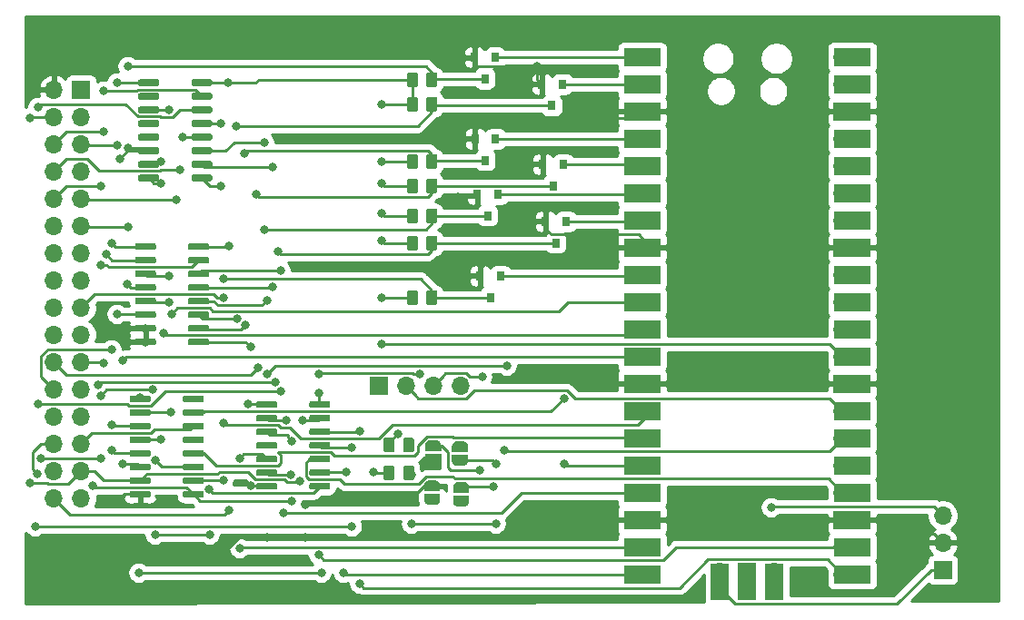
<source format=gbr>
G04 #@! TF.GenerationSoftware,KiCad,Pcbnew,5.1.5+dfsg1-2build2*
G04 #@! TF.CreationDate,2022-03-18T16:26:14+00:00*
G04 #@! TF.ProjectId,pico41,7069636f-3431-42e6-9b69-6361645f7063,rev?*
G04 #@! TF.SameCoordinates,Original*
G04 #@! TF.FileFunction,Copper,L1,Top*
G04 #@! TF.FilePolarity,Positive*
%FSLAX46Y46*%
G04 Gerber Fmt 4.6, Leading zero omitted, Abs format (unit mm)*
G04 Created by KiCad (PCBNEW 5.1.5+dfsg1-2build2) date 2022-03-18 16:26:14*
%MOMM*%
%LPD*%
G04 APERTURE LIST*
%ADD10O,1.700000X1.700000*%
%ADD11R,1.700000X3.500000*%
%ADD12R,1.700000X1.700000*%
%ADD13R,3.500000X1.700000*%
%ADD14C,0.100000*%
%ADD15R,0.800000X0.900000*%
%ADD16C,0.800000*%
%ADD17C,0.250000*%
%ADD18C,0.254000*%
G04 APERTURE END LIST*
D10*
X68140000Y-32200000D03*
D11*
X68140000Y-33100000D03*
D12*
X65600000Y-32200000D03*
D11*
X65600000Y-33100000D03*
D10*
X63060000Y-32200000D03*
D11*
X63060000Y-33100000D03*
D13*
X75390000Y-32430000D03*
X75390000Y-29890000D03*
X75390000Y-27350000D03*
X75390000Y-24810000D03*
X75390000Y-22270000D03*
X75390000Y-19730000D03*
X75390000Y-17190000D03*
X75390000Y-14650000D03*
X75390000Y-12110000D03*
X75390000Y-9570000D03*
X75390000Y-7030000D03*
X75390000Y-4490000D03*
X75390000Y-1950000D03*
X75390000Y590000D03*
X75390000Y3130000D03*
X75390000Y5670000D03*
X75390000Y8210000D03*
X75390000Y10750000D03*
X75390000Y13290000D03*
X75390000Y15830000D03*
X55810000Y-32430000D03*
X55810000Y-29890000D03*
X55810000Y-27350000D03*
X55810000Y-24810000D03*
X55810000Y-22270000D03*
X55810000Y-19730000D03*
X55810000Y-17190000D03*
X55810000Y-14650000D03*
X55810000Y-12110000D03*
X55810000Y-9570000D03*
X55810000Y-7030000D03*
X55810000Y-4490000D03*
X55810000Y-1950000D03*
X55810000Y590000D03*
X55810000Y3130000D03*
X55810000Y5670000D03*
X55810000Y8210000D03*
X55810000Y10750000D03*
X55810000Y13290000D03*
X55810000Y15830000D03*
D10*
X74490000Y15830000D03*
X74490000Y13290000D03*
D12*
X74490000Y10750000D03*
D10*
X74490000Y8210000D03*
X74490000Y5670000D03*
X74490000Y3130000D03*
X74490000Y590000D03*
D12*
X74490000Y-1950000D03*
D10*
X74490000Y-4490000D03*
X74490000Y-7030000D03*
X74490000Y-9570000D03*
X74490000Y-12110000D03*
D12*
X74490000Y-14650000D03*
D10*
X74490000Y-17190000D03*
X74490000Y-19730000D03*
X74490000Y-22270000D03*
X74490000Y-24810000D03*
D12*
X74490000Y-27350000D03*
D10*
X74490000Y-29890000D03*
X74490000Y-32430000D03*
X56710000Y-32430000D03*
X56710000Y-29890000D03*
D12*
X56710000Y-27350000D03*
D10*
X56710000Y-24810000D03*
X56710000Y-22270000D03*
X56710000Y-19730000D03*
X56710000Y-17190000D03*
D12*
X56710000Y-14650000D03*
D10*
X56710000Y-12110000D03*
X56710000Y-9570000D03*
X56710000Y-7030000D03*
X56710000Y-4490000D03*
D12*
X56710000Y-1950000D03*
D10*
X56710000Y590000D03*
X56710000Y3130000D03*
X56710000Y5670000D03*
X56710000Y8210000D03*
D12*
X56710000Y10750000D03*
D10*
X56710000Y13290000D03*
X56710000Y15830000D03*
G04 #@! TA.AperFunction,SMDPad,CuDef*
D14*
G36*
X15314703Y-1555722D02*
G01*
X15329264Y-1557882D01*
X15343543Y-1561459D01*
X15357403Y-1566418D01*
X15370710Y-1572712D01*
X15383336Y-1580280D01*
X15395159Y-1589048D01*
X15406066Y-1598934D01*
X15415952Y-1609841D01*
X15424720Y-1621664D01*
X15432288Y-1634290D01*
X15438582Y-1647597D01*
X15443541Y-1661457D01*
X15447118Y-1675736D01*
X15449278Y-1690297D01*
X15450000Y-1705000D01*
X15450000Y-2005000D01*
X15449278Y-2019703D01*
X15447118Y-2034264D01*
X15443541Y-2048543D01*
X15438582Y-2062403D01*
X15432288Y-2075710D01*
X15424720Y-2088336D01*
X15415952Y-2100159D01*
X15406066Y-2111066D01*
X15395159Y-2120952D01*
X15383336Y-2129720D01*
X15370710Y-2137288D01*
X15357403Y-2143582D01*
X15343543Y-2148541D01*
X15329264Y-2152118D01*
X15314703Y-2154278D01*
X15300000Y-2155000D01*
X13650000Y-2155000D01*
X13635297Y-2154278D01*
X13620736Y-2152118D01*
X13606457Y-2148541D01*
X13592597Y-2143582D01*
X13579290Y-2137288D01*
X13566664Y-2129720D01*
X13554841Y-2120952D01*
X13543934Y-2111066D01*
X13534048Y-2100159D01*
X13525280Y-2088336D01*
X13517712Y-2075710D01*
X13511418Y-2062403D01*
X13506459Y-2048543D01*
X13502882Y-2034264D01*
X13500722Y-2019703D01*
X13500000Y-2005000D01*
X13500000Y-1705000D01*
X13500722Y-1690297D01*
X13502882Y-1675736D01*
X13506459Y-1661457D01*
X13511418Y-1647597D01*
X13517712Y-1634290D01*
X13525280Y-1621664D01*
X13534048Y-1609841D01*
X13543934Y-1598934D01*
X13554841Y-1589048D01*
X13566664Y-1580280D01*
X13579290Y-1572712D01*
X13592597Y-1566418D01*
X13606457Y-1561459D01*
X13620736Y-1557882D01*
X13635297Y-1555722D01*
X13650000Y-1555000D01*
X15300000Y-1555000D01*
X15314703Y-1555722D01*
G37*
G04 #@! TD.AperFunction*
G04 #@! TA.AperFunction,SMDPad,CuDef*
G36*
X15314703Y-2825722D02*
G01*
X15329264Y-2827882D01*
X15343543Y-2831459D01*
X15357403Y-2836418D01*
X15370710Y-2842712D01*
X15383336Y-2850280D01*
X15395159Y-2859048D01*
X15406066Y-2868934D01*
X15415952Y-2879841D01*
X15424720Y-2891664D01*
X15432288Y-2904290D01*
X15438582Y-2917597D01*
X15443541Y-2931457D01*
X15447118Y-2945736D01*
X15449278Y-2960297D01*
X15450000Y-2975000D01*
X15450000Y-3275000D01*
X15449278Y-3289703D01*
X15447118Y-3304264D01*
X15443541Y-3318543D01*
X15438582Y-3332403D01*
X15432288Y-3345710D01*
X15424720Y-3358336D01*
X15415952Y-3370159D01*
X15406066Y-3381066D01*
X15395159Y-3390952D01*
X15383336Y-3399720D01*
X15370710Y-3407288D01*
X15357403Y-3413582D01*
X15343543Y-3418541D01*
X15329264Y-3422118D01*
X15314703Y-3424278D01*
X15300000Y-3425000D01*
X13650000Y-3425000D01*
X13635297Y-3424278D01*
X13620736Y-3422118D01*
X13606457Y-3418541D01*
X13592597Y-3413582D01*
X13579290Y-3407288D01*
X13566664Y-3399720D01*
X13554841Y-3390952D01*
X13543934Y-3381066D01*
X13534048Y-3370159D01*
X13525280Y-3358336D01*
X13517712Y-3345710D01*
X13511418Y-3332403D01*
X13506459Y-3318543D01*
X13502882Y-3304264D01*
X13500722Y-3289703D01*
X13500000Y-3275000D01*
X13500000Y-2975000D01*
X13500722Y-2960297D01*
X13502882Y-2945736D01*
X13506459Y-2931457D01*
X13511418Y-2917597D01*
X13517712Y-2904290D01*
X13525280Y-2891664D01*
X13534048Y-2879841D01*
X13543934Y-2868934D01*
X13554841Y-2859048D01*
X13566664Y-2850280D01*
X13579290Y-2842712D01*
X13592597Y-2836418D01*
X13606457Y-2831459D01*
X13620736Y-2827882D01*
X13635297Y-2825722D01*
X13650000Y-2825000D01*
X15300000Y-2825000D01*
X15314703Y-2825722D01*
G37*
G04 #@! TD.AperFunction*
G04 #@! TA.AperFunction,SMDPad,CuDef*
G36*
X15314703Y-4095722D02*
G01*
X15329264Y-4097882D01*
X15343543Y-4101459D01*
X15357403Y-4106418D01*
X15370710Y-4112712D01*
X15383336Y-4120280D01*
X15395159Y-4129048D01*
X15406066Y-4138934D01*
X15415952Y-4149841D01*
X15424720Y-4161664D01*
X15432288Y-4174290D01*
X15438582Y-4187597D01*
X15443541Y-4201457D01*
X15447118Y-4215736D01*
X15449278Y-4230297D01*
X15450000Y-4245000D01*
X15450000Y-4545000D01*
X15449278Y-4559703D01*
X15447118Y-4574264D01*
X15443541Y-4588543D01*
X15438582Y-4602403D01*
X15432288Y-4615710D01*
X15424720Y-4628336D01*
X15415952Y-4640159D01*
X15406066Y-4651066D01*
X15395159Y-4660952D01*
X15383336Y-4669720D01*
X15370710Y-4677288D01*
X15357403Y-4683582D01*
X15343543Y-4688541D01*
X15329264Y-4692118D01*
X15314703Y-4694278D01*
X15300000Y-4695000D01*
X13650000Y-4695000D01*
X13635297Y-4694278D01*
X13620736Y-4692118D01*
X13606457Y-4688541D01*
X13592597Y-4683582D01*
X13579290Y-4677288D01*
X13566664Y-4669720D01*
X13554841Y-4660952D01*
X13543934Y-4651066D01*
X13534048Y-4640159D01*
X13525280Y-4628336D01*
X13517712Y-4615710D01*
X13511418Y-4602403D01*
X13506459Y-4588543D01*
X13502882Y-4574264D01*
X13500722Y-4559703D01*
X13500000Y-4545000D01*
X13500000Y-4245000D01*
X13500722Y-4230297D01*
X13502882Y-4215736D01*
X13506459Y-4201457D01*
X13511418Y-4187597D01*
X13517712Y-4174290D01*
X13525280Y-4161664D01*
X13534048Y-4149841D01*
X13543934Y-4138934D01*
X13554841Y-4129048D01*
X13566664Y-4120280D01*
X13579290Y-4112712D01*
X13592597Y-4106418D01*
X13606457Y-4101459D01*
X13620736Y-4097882D01*
X13635297Y-4095722D01*
X13650000Y-4095000D01*
X15300000Y-4095000D01*
X15314703Y-4095722D01*
G37*
G04 #@! TD.AperFunction*
G04 #@! TA.AperFunction,SMDPad,CuDef*
G36*
X15314703Y-5365722D02*
G01*
X15329264Y-5367882D01*
X15343543Y-5371459D01*
X15357403Y-5376418D01*
X15370710Y-5382712D01*
X15383336Y-5390280D01*
X15395159Y-5399048D01*
X15406066Y-5408934D01*
X15415952Y-5419841D01*
X15424720Y-5431664D01*
X15432288Y-5444290D01*
X15438582Y-5457597D01*
X15443541Y-5471457D01*
X15447118Y-5485736D01*
X15449278Y-5500297D01*
X15450000Y-5515000D01*
X15450000Y-5815000D01*
X15449278Y-5829703D01*
X15447118Y-5844264D01*
X15443541Y-5858543D01*
X15438582Y-5872403D01*
X15432288Y-5885710D01*
X15424720Y-5898336D01*
X15415952Y-5910159D01*
X15406066Y-5921066D01*
X15395159Y-5930952D01*
X15383336Y-5939720D01*
X15370710Y-5947288D01*
X15357403Y-5953582D01*
X15343543Y-5958541D01*
X15329264Y-5962118D01*
X15314703Y-5964278D01*
X15300000Y-5965000D01*
X13650000Y-5965000D01*
X13635297Y-5964278D01*
X13620736Y-5962118D01*
X13606457Y-5958541D01*
X13592597Y-5953582D01*
X13579290Y-5947288D01*
X13566664Y-5939720D01*
X13554841Y-5930952D01*
X13543934Y-5921066D01*
X13534048Y-5910159D01*
X13525280Y-5898336D01*
X13517712Y-5885710D01*
X13511418Y-5872403D01*
X13506459Y-5858543D01*
X13502882Y-5844264D01*
X13500722Y-5829703D01*
X13500000Y-5815000D01*
X13500000Y-5515000D01*
X13500722Y-5500297D01*
X13502882Y-5485736D01*
X13506459Y-5471457D01*
X13511418Y-5457597D01*
X13517712Y-5444290D01*
X13525280Y-5431664D01*
X13534048Y-5419841D01*
X13543934Y-5408934D01*
X13554841Y-5399048D01*
X13566664Y-5390280D01*
X13579290Y-5382712D01*
X13592597Y-5376418D01*
X13606457Y-5371459D01*
X13620736Y-5367882D01*
X13635297Y-5365722D01*
X13650000Y-5365000D01*
X15300000Y-5365000D01*
X15314703Y-5365722D01*
G37*
G04 #@! TD.AperFunction*
G04 #@! TA.AperFunction,SMDPad,CuDef*
G36*
X15314703Y-6635722D02*
G01*
X15329264Y-6637882D01*
X15343543Y-6641459D01*
X15357403Y-6646418D01*
X15370710Y-6652712D01*
X15383336Y-6660280D01*
X15395159Y-6669048D01*
X15406066Y-6678934D01*
X15415952Y-6689841D01*
X15424720Y-6701664D01*
X15432288Y-6714290D01*
X15438582Y-6727597D01*
X15443541Y-6741457D01*
X15447118Y-6755736D01*
X15449278Y-6770297D01*
X15450000Y-6785000D01*
X15450000Y-7085000D01*
X15449278Y-7099703D01*
X15447118Y-7114264D01*
X15443541Y-7128543D01*
X15438582Y-7142403D01*
X15432288Y-7155710D01*
X15424720Y-7168336D01*
X15415952Y-7180159D01*
X15406066Y-7191066D01*
X15395159Y-7200952D01*
X15383336Y-7209720D01*
X15370710Y-7217288D01*
X15357403Y-7223582D01*
X15343543Y-7228541D01*
X15329264Y-7232118D01*
X15314703Y-7234278D01*
X15300000Y-7235000D01*
X13650000Y-7235000D01*
X13635297Y-7234278D01*
X13620736Y-7232118D01*
X13606457Y-7228541D01*
X13592597Y-7223582D01*
X13579290Y-7217288D01*
X13566664Y-7209720D01*
X13554841Y-7200952D01*
X13543934Y-7191066D01*
X13534048Y-7180159D01*
X13525280Y-7168336D01*
X13517712Y-7155710D01*
X13511418Y-7142403D01*
X13506459Y-7128543D01*
X13502882Y-7114264D01*
X13500722Y-7099703D01*
X13500000Y-7085000D01*
X13500000Y-6785000D01*
X13500722Y-6770297D01*
X13502882Y-6755736D01*
X13506459Y-6741457D01*
X13511418Y-6727597D01*
X13517712Y-6714290D01*
X13525280Y-6701664D01*
X13534048Y-6689841D01*
X13543934Y-6678934D01*
X13554841Y-6669048D01*
X13566664Y-6660280D01*
X13579290Y-6652712D01*
X13592597Y-6646418D01*
X13606457Y-6641459D01*
X13620736Y-6637882D01*
X13635297Y-6635722D01*
X13650000Y-6635000D01*
X15300000Y-6635000D01*
X15314703Y-6635722D01*
G37*
G04 #@! TD.AperFunction*
G04 #@! TA.AperFunction,SMDPad,CuDef*
G36*
X15314703Y-7905722D02*
G01*
X15329264Y-7907882D01*
X15343543Y-7911459D01*
X15357403Y-7916418D01*
X15370710Y-7922712D01*
X15383336Y-7930280D01*
X15395159Y-7939048D01*
X15406066Y-7948934D01*
X15415952Y-7959841D01*
X15424720Y-7971664D01*
X15432288Y-7984290D01*
X15438582Y-7997597D01*
X15443541Y-8011457D01*
X15447118Y-8025736D01*
X15449278Y-8040297D01*
X15450000Y-8055000D01*
X15450000Y-8355000D01*
X15449278Y-8369703D01*
X15447118Y-8384264D01*
X15443541Y-8398543D01*
X15438582Y-8412403D01*
X15432288Y-8425710D01*
X15424720Y-8438336D01*
X15415952Y-8450159D01*
X15406066Y-8461066D01*
X15395159Y-8470952D01*
X15383336Y-8479720D01*
X15370710Y-8487288D01*
X15357403Y-8493582D01*
X15343543Y-8498541D01*
X15329264Y-8502118D01*
X15314703Y-8504278D01*
X15300000Y-8505000D01*
X13650000Y-8505000D01*
X13635297Y-8504278D01*
X13620736Y-8502118D01*
X13606457Y-8498541D01*
X13592597Y-8493582D01*
X13579290Y-8487288D01*
X13566664Y-8479720D01*
X13554841Y-8470952D01*
X13543934Y-8461066D01*
X13534048Y-8450159D01*
X13525280Y-8438336D01*
X13517712Y-8425710D01*
X13511418Y-8412403D01*
X13506459Y-8398543D01*
X13502882Y-8384264D01*
X13500722Y-8369703D01*
X13500000Y-8355000D01*
X13500000Y-8055000D01*
X13500722Y-8040297D01*
X13502882Y-8025736D01*
X13506459Y-8011457D01*
X13511418Y-7997597D01*
X13517712Y-7984290D01*
X13525280Y-7971664D01*
X13534048Y-7959841D01*
X13543934Y-7948934D01*
X13554841Y-7939048D01*
X13566664Y-7930280D01*
X13579290Y-7922712D01*
X13592597Y-7916418D01*
X13606457Y-7911459D01*
X13620736Y-7907882D01*
X13635297Y-7905722D01*
X13650000Y-7905000D01*
X15300000Y-7905000D01*
X15314703Y-7905722D01*
G37*
G04 #@! TD.AperFunction*
G04 #@! TA.AperFunction,SMDPad,CuDef*
G36*
X15314703Y-9175722D02*
G01*
X15329264Y-9177882D01*
X15343543Y-9181459D01*
X15357403Y-9186418D01*
X15370710Y-9192712D01*
X15383336Y-9200280D01*
X15395159Y-9209048D01*
X15406066Y-9218934D01*
X15415952Y-9229841D01*
X15424720Y-9241664D01*
X15432288Y-9254290D01*
X15438582Y-9267597D01*
X15443541Y-9281457D01*
X15447118Y-9295736D01*
X15449278Y-9310297D01*
X15450000Y-9325000D01*
X15450000Y-9625000D01*
X15449278Y-9639703D01*
X15447118Y-9654264D01*
X15443541Y-9668543D01*
X15438582Y-9682403D01*
X15432288Y-9695710D01*
X15424720Y-9708336D01*
X15415952Y-9720159D01*
X15406066Y-9731066D01*
X15395159Y-9740952D01*
X15383336Y-9749720D01*
X15370710Y-9757288D01*
X15357403Y-9763582D01*
X15343543Y-9768541D01*
X15329264Y-9772118D01*
X15314703Y-9774278D01*
X15300000Y-9775000D01*
X13650000Y-9775000D01*
X13635297Y-9774278D01*
X13620736Y-9772118D01*
X13606457Y-9768541D01*
X13592597Y-9763582D01*
X13579290Y-9757288D01*
X13566664Y-9749720D01*
X13554841Y-9740952D01*
X13543934Y-9731066D01*
X13534048Y-9720159D01*
X13525280Y-9708336D01*
X13517712Y-9695710D01*
X13511418Y-9682403D01*
X13506459Y-9668543D01*
X13502882Y-9654264D01*
X13500722Y-9639703D01*
X13500000Y-9625000D01*
X13500000Y-9325000D01*
X13500722Y-9310297D01*
X13502882Y-9295736D01*
X13506459Y-9281457D01*
X13511418Y-9267597D01*
X13517712Y-9254290D01*
X13525280Y-9241664D01*
X13534048Y-9229841D01*
X13543934Y-9218934D01*
X13554841Y-9209048D01*
X13566664Y-9200280D01*
X13579290Y-9192712D01*
X13592597Y-9186418D01*
X13606457Y-9181459D01*
X13620736Y-9177882D01*
X13635297Y-9175722D01*
X13650000Y-9175000D01*
X15300000Y-9175000D01*
X15314703Y-9175722D01*
G37*
G04 #@! TD.AperFunction*
G04 #@! TA.AperFunction,SMDPad,CuDef*
G36*
X15314703Y-10445722D02*
G01*
X15329264Y-10447882D01*
X15343543Y-10451459D01*
X15357403Y-10456418D01*
X15370710Y-10462712D01*
X15383336Y-10470280D01*
X15395159Y-10479048D01*
X15406066Y-10488934D01*
X15415952Y-10499841D01*
X15424720Y-10511664D01*
X15432288Y-10524290D01*
X15438582Y-10537597D01*
X15443541Y-10551457D01*
X15447118Y-10565736D01*
X15449278Y-10580297D01*
X15450000Y-10595000D01*
X15450000Y-10895000D01*
X15449278Y-10909703D01*
X15447118Y-10924264D01*
X15443541Y-10938543D01*
X15438582Y-10952403D01*
X15432288Y-10965710D01*
X15424720Y-10978336D01*
X15415952Y-10990159D01*
X15406066Y-11001066D01*
X15395159Y-11010952D01*
X15383336Y-11019720D01*
X15370710Y-11027288D01*
X15357403Y-11033582D01*
X15343543Y-11038541D01*
X15329264Y-11042118D01*
X15314703Y-11044278D01*
X15300000Y-11045000D01*
X13650000Y-11045000D01*
X13635297Y-11044278D01*
X13620736Y-11042118D01*
X13606457Y-11038541D01*
X13592597Y-11033582D01*
X13579290Y-11027288D01*
X13566664Y-11019720D01*
X13554841Y-11010952D01*
X13543934Y-11001066D01*
X13534048Y-10990159D01*
X13525280Y-10978336D01*
X13517712Y-10965710D01*
X13511418Y-10952403D01*
X13506459Y-10938543D01*
X13502882Y-10924264D01*
X13500722Y-10909703D01*
X13500000Y-10895000D01*
X13500000Y-10595000D01*
X13500722Y-10580297D01*
X13502882Y-10565736D01*
X13506459Y-10551457D01*
X13511418Y-10537597D01*
X13517712Y-10524290D01*
X13525280Y-10511664D01*
X13534048Y-10499841D01*
X13543934Y-10488934D01*
X13554841Y-10479048D01*
X13566664Y-10470280D01*
X13579290Y-10462712D01*
X13592597Y-10456418D01*
X13606457Y-10451459D01*
X13620736Y-10447882D01*
X13635297Y-10445722D01*
X13650000Y-10445000D01*
X15300000Y-10445000D01*
X15314703Y-10445722D01*
G37*
G04 #@! TD.AperFunction*
G04 #@! TA.AperFunction,SMDPad,CuDef*
G36*
X10364703Y-10445722D02*
G01*
X10379264Y-10447882D01*
X10393543Y-10451459D01*
X10407403Y-10456418D01*
X10420710Y-10462712D01*
X10433336Y-10470280D01*
X10445159Y-10479048D01*
X10456066Y-10488934D01*
X10465952Y-10499841D01*
X10474720Y-10511664D01*
X10482288Y-10524290D01*
X10488582Y-10537597D01*
X10493541Y-10551457D01*
X10497118Y-10565736D01*
X10499278Y-10580297D01*
X10500000Y-10595000D01*
X10500000Y-10895000D01*
X10499278Y-10909703D01*
X10497118Y-10924264D01*
X10493541Y-10938543D01*
X10488582Y-10952403D01*
X10482288Y-10965710D01*
X10474720Y-10978336D01*
X10465952Y-10990159D01*
X10456066Y-11001066D01*
X10445159Y-11010952D01*
X10433336Y-11019720D01*
X10420710Y-11027288D01*
X10407403Y-11033582D01*
X10393543Y-11038541D01*
X10379264Y-11042118D01*
X10364703Y-11044278D01*
X10350000Y-11045000D01*
X8700000Y-11045000D01*
X8685297Y-11044278D01*
X8670736Y-11042118D01*
X8656457Y-11038541D01*
X8642597Y-11033582D01*
X8629290Y-11027288D01*
X8616664Y-11019720D01*
X8604841Y-11010952D01*
X8593934Y-11001066D01*
X8584048Y-10990159D01*
X8575280Y-10978336D01*
X8567712Y-10965710D01*
X8561418Y-10952403D01*
X8556459Y-10938543D01*
X8552882Y-10924264D01*
X8550722Y-10909703D01*
X8550000Y-10895000D01*
X8550000Y-10595000D01*
X8550722Y-10580297D01*
X8552882Y-10565736D01*
X8556459Y-10551457D01*
X8561418Y-10537597D01*
X8567712Y-10524290D01*
X8575280Y-10511664D01*
X8584048Y-10499841D01*
X8593934Y-10488934D01*
X8604841Y-10479048D01*
X8616664Y-10470280D01*
X8629290Y-10462712D01*
X8642597Y-10456418D01*
X8656457Y-10451459D01*
X8670736Y-10447882D01*
X8685297Y-10445722D01*
X8700000Y-10445000D01*
X10350000Y-10445000D01*
X10364703Y-10445722D01*
G37*
G04 #@! TD.AperFunction*
G04 #@! TA.AperFunction,SMDPad,CuDef*
G36*
X10364703Y-9175722D02*
G01*
X10379264Y-9177882D01*
X10393543Y-9181459D01*
X10407403Y-9186418D01*
X10420710Y-9192712D01*
X10433336Y-9200280D01*
X10445159Y-9209048D01*
X10456066Y-9218934D01*
X10465952Y-9229841D01*
X10474720Y-9241664D01*
X10482288Y-9254290D01*
X10488582Y-9267597D01*
X10493541Y-9281457D01*
X10497118Y-9295736D01*
X10499278Y-9310297D01*
X10500000Y-9325000D01*
X10500000Y-9625000D01*
X10499278Y-9639703D01*
X10497118Y-9654264D01*
X10493541Y-9668543D01*
X10488582Y-9682403D01*
X10482288Y-9695710D01*
X10474720Y-9708336D01*
X10465952Y-9720159D01*
X10456066Y-9731066D01*
X10445159Y-9740952D01*
X10433336Y-9749720D01*
X10420710Y-9757288D01*
X10407403Y-9763582D01*
X10393543Y-9768541D01*
X10379264Y-9772118D01*
X10364703Y-9774278D01*
X10350000Y-9775000D01*
X8700000Y-9775000D01*
X8685297Y-9774278D01*
X8670736Y-9772118D01*
X8656457Y-9768541D01*
X8642597Y-9763582D01*
X8629290Y-9757288D01*
X8616664Y-9749720D01*
X8604841Y-9740952D01*
X8593934Y-9731066D01*
X8584048Y-9720159D01*
X8575280Y-9708336D01*
X8567712Y-9695710D01*
X8561418Y-9682403D01*
X8556459Y-9668543D01*
X8552882Y-9654264D01*
X8550722Y-9639703D01*
X8550000Y-9625000D01*
X8550000Y-9325000D01*
X8550722Y-9310297D01*
X8552882Y-9295736D01*
X8556459Y-9281457D01*
X8561418Y-9267597D01*
X8567712Y-9254290D01*
X8575280Y-9241664D01*
X8584048Y-9229841D01*
X8593934Y-9218934D01*
X8604841Y-9209048D01*
X8616664Y-9200280D01*
X8629290Y-9192712D01*
X8642597Y-9186418D01*
X8656457Y-9181459D01*
X8670736Y-9177882D01*
X8685297Y-9175722D01*
X8700000Y-9175000D01*
X10350000Y-9175000D01*
X10364703Y-9175722D01*
G37*
G04 #@! TD.AperFunction*
G04 #@! TA.AperFunction,SMDPad,CuDef*
G36*
X10364703Y-7905722D02*
G01*
X10379264Y-7907882D01*
X10393543Y-7911459D01*
X10407403Y-7916418D01*
X10420710Y-7922712D01*
X10433336Y-7930280D01*
X10445159Y-7939048D01*
X10456066Y-7948934D01*
X10465952Y-7959841D01*
X10474720Y-7971664D01*
X10482288Y-7984290D01*
X10488582Y-7997597D01*
X10493541Y-8011457D01*
X10497118Y-8025736D01*
X10499278Y-8040297D01*
X10500000Y-8055000D01*
X10500000Y-8355000D01*
X10499278Y-8369703D01*
X10497118Y-8384264D01*
X10493541Y-8398543D01*
X10488582Y-8412403D01*
X10482288Y-8425710D01*
X10474720Y-8438336D01*
X10465952Y-8450159D01*
X10456066Y-8461066D01*
X10445159Y-8470952D01*
X10433336Y-8479720D01*
X10420710Y-8487288D01*
X10407403Y-8493582D01*
X10393543Y-8498541D01*
X10379264Y-8502118D01*
X10364703Y-8504278D01*
X10350000Y-8505000D01*
X8700000Y-8505000D01*
X8685297Y-8504278D01*
X8670736Y-8502118D01*
X8656457Y-8498541D01*
X8642597Y-8493582D01*
X8629290Y-8487288D01*
X8616664Y-8479720D01*
X8604841Y-8470952D01*
X8593934Y-8461066D01*
X8584048Y-8450159D01*
X8575280Y-8438336D01*
X8567712Y-8425710D01*
X8561418Y-8412403D01*
X8556459Y-8398543D01*
X8552882Y-8384264D01*
X8550722Y-8369703D01*
X8550000Y-8355000D01*
X8550000Y-8055000D01*
X8550722Y-8040297D01*
X8552882Y-8025736D01*
X8556459Y-8011457D01*
X8561418Y-7997597D01*
X8567712Y-7984290D01*
X8575280Y-7971664D01*
X8584048Y-7959841D01*
X8593934Y-7948934D01*
X8604841Y-7939048D01*
X8616664Y-7930280D01*
X8629290Y-7922712D01*
X8642597Y-7916418D01*
X8656457Y-7911459D01*
X8670736Y-7907882D01*
X8685297Y-7905722D01*
X8700000Y-7905000D01*
X10350000Y-7905000D01*
X10364703Y-7905722D01*
G37*
G04 #@! TD.AperFunction*
G04 #@! TA.AperFunction,SMDPad,CuDef*
G36*
X10364703Y-6635722D02*
G01*
X10379264Y-6637882D01*
X10393543Y-6641459D01*
X10407403Y-6646418D01*
X10420710Y-6652712D01*
X10433336Y-6660280D01*
X10445159Y-6669048D01*
X10456066Y-6678934D01*
X10465952Y-6689841D01*
X10474720Y-6701664D01*
X10482288Y-6714290D01*
X10488582Y-6727597D01*
X10493541Y-6741457D01*
X10497118Y-6755736D01*
X10499278Y-6770297D01*
X10500000Y-6785000D01*
X10500000Y-7085000D01*
X10499278Y-7099703D01*
X10497118Y-7114264D01*
X10493541Y-7128543D01*
X10488582Y-7142403D01*
X10482288Y-7155710D01*
X10474720Y-7168336D01*
X10465952Y-7180159D01*
X10456066Y-7191066D01*
X10445159Y-7200952D01*
X10433336Y-7209720D01*
X10420710Y-7217288D01*
X10407403Y-7223582D01*
X10393543Y-7228541D01*
X10379264Y-7232118D01*
X10364703Y-7234278D01*
X10350000Y-7235000D01*
X8700000Y-7235000D01*
X8685297Y-7234278D01*
X8670736Y-7232118D01*
X8656457Y-7228541D01*
X8642597Y-7223582D01*
X8629290Y-7217288D01*
X8616664Y-7209720D01*
X8604841Y-7200952D01*
X8593934Y-7191066D01*
X8584048Y-7180159D01*
X8575280Y-7168336D01*
X8567712Y-7155710D01*
X8561418Y-7142403D01*
X8556459Y-7128543D01*
X8552882Y-7114264D01*
X8550722Y-7099703D01*
X8550000Y-7085000D01*
X8550000Y-6785000D01*
X8550722Y-6770297D01*
X8552882Y-6755736D01*
X8556459Y-6741457D01*
X8561418Y-6727597D01*
X8567712Y-6714290D01*
X8575280Y-6701664D01*
X8584048Y-6689841D01*
X8593934Y-6678934D01*
X8604841Y-6669048D01*
X8616664Y-6660280D01*
X8629290Y-6652712D01*
X8642597Y-6646418D01*
X8656457Y-6641459D01*
X8670736Y-6637882D01*
X8685297Y-6635722D01*
X8700000Y-6635000D01*
X10350000Y-6635000D01*
X10364703Y-6635722D01*
G37*
G04 #@! TD.AperFunction*
G04 #@! TA.AperFunction,SMDPad,CuDef*
G36*
X10364703Y-5365722D02*
G01*
X10379264Y-5367882D01*
X10393543Y-5371459D01*
X10407403Y-5376418D01*
X10420710Y-5382712D01*
X10433336Y-5390280D01*
X10445159Y-5399048D01*
X10456066Y-5408934D01*
X10465952Y-5419841D01*
X10474720Y-5431664D01*
X10482288Y-5444290D01*
X10488582Y-5457597D01*
X10493541Y-5471457D01*
X10497118Y-5485736D01*
X10499278Y-5500297D01*
X10500000Y-5515000D01*
X10500000Y-5815000D01*
X10499278Y-5829703D01*
X10497118Y-5844264D01*
X10493541Y-5858543D01*
X10488582Y-5872403D01*
X10482288Y-5885710D01*
X10474720Y-5898336D01*
X10465952Y-5910159D01*
X10456066Y-5921066D01*
X10445159Y-5930952D01*
X10433336Y-5939720D01*
X10420710Y-5947288D01*
X10407403Y-5953582D01*
X10393543Y-5958541D01*
X10379264Y-5962118D01*
X10364703Y-5964278D01*
X10350000Y-5965000D01*
X8700000Y-5965000D01*
X8685297Y-5964278D01*
X8670736Y-5962118D01*
X8656457Y-5958541D01*
X8642597Y-5953582D01*
X8629290Y-5947288D01*
X8616664Y-5939720D01*
X8604841Y-5930952D01*
X8593934Y-5921066D01*
X8584048Y-5910159D01*
X8575280Y-5898336D01*
X8567712Y-5885710D01*
X8561418Y-5872403D01*
X8556459Y-5858543D01*
X8552882Y-5844264D01*
X8550722Y-5829703D01*
X8550000Y-5815000D01*
X8550000Y-5515000D01*
X8550722Y-5500297D01*
X8552882Y-5485736D01*
X8556459Y-5471457D01*
X8561418Y-5457597D01*
X8567712Y-5444290D01*
X8575280Y-5431664D01*
X8584048Y-5419841D01*
X8593934Y-5408934D01*
X8604841Y-5399048D01*
X8616664Y-5390280D01*
X8629290Y-5382712D01*
X8642597Y-5376418D01*
X8656457Y-5371459D01*
X8670736Y-5367882D01*
X8685297Y-5365722D01*
X8700000Y-5365000D01*
X10350000Y-5365000D01*
X10364703Y-5365722D01*
G37*
G04 #@! TD.AperFunction*
G04 #@! TA.AperFunction,SMDPad,CuDef*
G36*
X10364703Y-4095722D02*
G01*
X10379264Y-4097882D01*
X10393543Y-4101459D01*
X10407403Y-4106418D01*
X10420710Y-4112712D01*
X10433336Y-4120280D01*
X10445159Y-4129048D01*
X10456066Y-4138934D01*
X10465952Y-4149841D01*
X10474720Y-4161664D01*
X10482288Y-4174290D01*
X10488582Y-4187597D01*
X10493541Y-4201457D01*
X10497118Y-4215736D01*
X10499278Y-4230297D01*
X10500000Y-4245000D01*
X10500000Y-4545000D01*
X10499278Y-4559703D01*
X10497118Y-4574264D01*
X10493541Y-4588543D01*
X10488582Y-4602403D01*
X10482288Y-4615710D01*
X10474720Y-4628336D01*
X10465952Y-4640159D01*
X10456066Y-4651066D01*
X10445159Y-4660952D01*
X10433336Y-4669720D01*
X10420710Y-4677288D01*
X10407403Y-4683582D01*
X10393543Y-4688541D01*
X10379264Y-4692118D01*
X10364703Y-4694278D01*
X10350000Y-4695000D01*
X8700000Y-4695000D01*
X8685297Y-4694278D01*
X8670736Y-4692118D01*
X8656457Y-4688541D01*
X8642597Y-4683582D01*
X8629290Y-4677288D01*
X8616664Y-4669720D01*
X8604841Y-4660952D01*
X8593934Y-4651066D01*
X8584048Y-4640159D01*
X8575280Y-4628336D01*
X8567712Y-4615710D01*
X8561418Y-4602403D01*
X8556459Y-4588543D01*
X8552882Y-4574264D01*
X8550722Y-4559703D01*
X8550000Y-4545000D01*
X8550000Y-4245000D01*
X8550722Y-4230297D01*
X8552882Y-4215736D01*
X8556459Y-4201457D01*
X8561418Y-4187597D01*
X8567712Y-4174290D01*
X8575280Y-4161664D01*
X8584048Y-4149841D01*
X8593934Y-4138934D01*
X8604841Y-4129048D01*
X8616664Y-4120280D01*
X8629290Y-4112712D01*
X8642597Y-4106418D01*
X8656457Y-4101459D01*
X8670736Y-4097882D01*
X8685297Y-4095722D01*
X8700000Y-4095000D01*
X10350000Y-4095000D01*
X10364703Y-4095722D01*
G37*
G04 #@! TD.AperFunction*
G04 #@! TA.AperFunction,SMDPad,CuDef*
G36*
X10364703Y-2825722D02*
G01*
X10379264Y-2827882D01*
X10393543Y-2831459D01*
X10407403Y-2836418D01*
X10420710Y-2842712D01*
X10433336Y-2850280D01*
X10445159Y-2859048D01*
X10456066Y-2868934D01*
X10465952Y-2879841D01*
X10474720Y-2891664D01*
X10482288Y-2904290D01*
X10488582Y-2917597D01*
X10493541Y-2931457D01*
X10497118Y-2945736D01*
X10499278Y-2960297D01*
X10500000Y-2975000D01*
X10500000Y-3275000D01*
X10499278Y-3289703D01*
X10497118Y-3304264D01*
X10493541Y-3318543D01*
X10488582Y-3332403D01*
X10482288Y-3345710D01*
X10474720Y-3358336D01*
X10465952Y-3370159D01*
X10456066Y-3381066D01*
X10445159Y-3390952D01*
X10433336Y-3399720D01*
X10420710Y-3407288D01*
X10407403Y-3413582D01*
X10393543Y-3418541D01*
X10379264Y-3422118D01*
X10364703Y-3424278D01*
X10350000Y-3425000D01*
X8700000Y-3425000D01*
X8685297Y-3424278D01*
X8670736Y-3422118D01*
X8656457Y-3418541D01*
X8642597Y-3413582D01*
X8629290Y-3407288D01*
X8616664Y-3399720D01*
X8604841Y-3390952D01*
X8593934Y-3381066D01*
X8584048Y-3370159D01*
X8575280Y-3358336D01*
X8567712Y-3345710D01*
X8561418Y-3332403D01*
X8556459Y-3318543D01*
X8552882Y-3304264D01*
X8550722Y-3289703D01*
X8550000Y-3275000D01*
X8550000Y-2975000D01*
X8550722Y-2960297D01*
X8552882Y-2945736D01*
X8556459Y-2931457D01*
X8561418Y-2917597D01*
X8567712Y-2904290D01*
X8575280Y-2891664D01*
X8584048Y-2879841D01*
X8593934Y-2868934D01*
X8604841Y-2859048D01*
X8616664Y-2850280D01*
X8629290Y-2842712D01*
X8642597Y-2836418D01*
X8656457Y-2831459D01*
X8670736Y-2827882D01*
X8685297Y-2825722D01*
X8700000Y-2825000D01*
X10350000Y-2825000D01*
X10364703Y-2825722D01*
G37*
G04 #@! TD.AperFunction*
G04 #@! TA.AperFunction,SMDPad,CuDef*
G36*
X10364703Y-1555722D02*
G01*
X10379264Y-1557882D01*
X10393543Y-1561459D01*
X10407403Y-1566418D01*
X10420710Y-1572712D01*
X10433336Y-1580280D01*
X10445159Y-1589048D01*
X10456066Y-1598934D01*
X10465952Y-1609841D01*
X10474720Y-1621664D01*
X10482288Y-1634290D01*
X10488582Y-1647597D01*
X10493541Y-1661457D01*
X10497118Y-1675736D01*
X10499278Y-1690297D01*
X10500000Y-1705000D01*
X10500000Y-2005000D01*
X10499278Y-2019703D01*
X10497118Y-2034264D01*
X10493541Y-2048543D01*
X10488582Y-2062403D01*
X10482288Y-2075710D01*
X10474720Y-2088336D01*
X10465952Y-2100159D01*
X10456066Y-2111066D01*
X10445159Y-2120952D01*
X10433336Y-2129720D01*
X10420710Y-2137288D01*
X10407403Y-2143582D01*
X10393543Y-2148541D01*
X10379264Y-2152118D01*
X10364703Y-2154278D01*
X10350000Y-2155000D01*
X8700000Y-2155000D01*
X8685297Y-2154278D01*
X8670736Y-2152118D01*
X8656457Y-2148541D01*
X8642597Y-2143582D01*
X8629290Y-2137288D01*
X8616664Y-2129720D01*
X8604841Y-2120952D01*
X8593934Y-2111066D01*
X8584048Y-2100159D01*
X8575280Y-2088336D01*
X8567712Y-2075710D01*
X8561418Y-2062403D01*
X8556459Y-2048543D01*
X8552882Y-2034264D01*
X8550722Y-2019703D01*
X8550000Y-2005000D01*
X8550000Y-1705000D01*
X8550722Y-1690297D01*
X8552882Y-1675736D01*
X8556459Y-1661457D01*
X8561418Y-1647597D01*
X8567712Y-1634290D01*
X8575280Y-1621664D01*
X8584048Y-1609841D01*
X8593934Y-1598934D01*
X8604841Y-1589048D01*
X8616664Y-1580280D01*
X8629290Y-1572712D01*
X8642597Y-1566418D01*
X8656457Y-1561459D01*
X8670736Y-1557882D01*
X8685297Y-1555722D01*
X8700000Y-1555000D01*
X10350000Y-1555000D01*
X10364703Y-1555722D01*
G37*
G04 #@! TD.AperFunction*
G04 #@! TA.AperFunction,SMDPad,CuDef*
G36*
X15614703Y13744278D02*
G01*
X15629264Y13742118D01*
X15643543Y13738541D01*
X15657403Y13733582D01*
X15670710Y13727288D01*
X15683336Y13719720D01*
X15695159Y13710952D01*
X15706066Y13701066D01*
X15715952Y13690159D01*
X15724720Y13678336D01*
X15732288Y13665710D01*
X15738582Y13652403D01*
X15743541Y13638543D01*
X15747118Y13624264D01*
X15749278Y13609703D01*
X15750000Y13595000D01*
X15750000Y13295000D01*
X15749278Y13280297D01*
X15747118Y13265736D01*
X15743541Y13251457D01*
X15738582Y13237597D01*
X15732288Y13224290D01*
X15724720Y13211664D01*
X15715952Y13199841D01*
X15706066Y13188934D01*
X15695159Y13179048D01*
X15683336Y13170280D01*
X15670710Y13162712D01*
X15657403Y13156418D01*
X15643543Y13151459D01*
X15629264Y13147882D01*
X15614703Y13145722D01*
X15600000Y13145000D01*
X13950000Y13145000D01*
X13935297Y13145722D01*
X13920736Y13147882D01*
X13906457Y13151459D01*
X13892597Y13156418D01*
X13879290Y13162712D01*
X13866664Y13170280D01*
X13854841Y13179048D01*
X13843934Y13188934D01*
X13834048Y13199841D01*
X13825280Y13211664D01*
X13817712Y13224290D01*
X13811418Y13237597D01*
X13806459Y13251457D01*
X13802882Y13265736D01*
X13800722Y13280297D01*
X13800000Y13295000D01*
X13800000Y13595000D01*
X13800722Y13609703D01*
X13802882Y13624264D01*
X13806459Y13638543D01*
X13811418Y13652403D01*
X13817712Y13665710D01*
X13825280Y13678336D01*
X13834048Y13690159D01*
X13843934Y13701066D01*
X13854841Y13710952D01*
X13866664Y13719720D01*
X13879290Y13727288D01*
X13892597Y13733582D01*
X13906457Y13738541D01*
X13920736Y13742118D01*
X13935297Y13744278D01*
X13950000Y13745000D01*
X15600000Y13745000D01*
X15614703Y13744278D01*
G37*
G04 #@! TD.AperFunction*
G04 #@! TA.AperFunction,SMDPad,CuDef*
G36*
X15614703Y12474278D02*
G01*
X15629264Y12472118D01*
X15643543Y12468541D01*
X15657403Y12463582D01*
X15670710Y12457288D01*
X15683336Y12449720D01*
X15695159Y12440952D01*
X15706066Y12431066D01*
X15715952Y12420159D01*
X15724720Y12408336D01*
X15732288Y12395710D01*
X15738582Y12382403D01*
X15743541Y12368543D01*
X15747118Y12354264D01*
X15749278Y12339703D01*
X15750000Y12325000D01*
X15750000Y12025000D01*
X15749278Y12010297D01*
X15747118Y11995736D01*
X15743541Y11981457D01*
X15738582Y11967597D01*
X15732288Y11954290D01*
X15724720Y11941664D01*
X15715952Y11929841D01*
X15706066Y11918934D01*
X15695159Y11909048D01*
X15683336Y11900280D01*
X15670710Y11892712D01*
X15657403Y11886418D01*
X15643543Y11881459D01*
X15629264Y11877882D01*
X15614703Y11875722D01*
X15600000Y11875000D01*
X13950000Y11875000D01*
X13935297Y11875722D01*
X13920736Y11877882D01*
X13906457Y11881459D01*
X13892597Y11886418D01*
X13879290Y11892712D01*
X13866664Y11900280D01*
X13854841Y11909048D01*
X13843934Y11918934D01*
X13834048Y11929841D01*
X13825280Y11941664D01*
X13817712Y11954290D01*
X13811418Y11967597D01*
X13806459Y11981457D01*
X13802882Y11995736D01*
X13800722Y12010297D01*
X13800000Y12025000D01*
X13800000Y12325000D01*
X13800722Y12339703D01*
X13802882Y12354264D01*
X13806459Y12368543D01*
X13811418Y12382403D01*
X13817712Y12395710D01*
X13825280Y12408336D01*
X13834048Y12420159D01*
X13843934Y12431066D01*
X13854841Y12440952D01*
X13866664Y12449720D01*
X13879290Y12457288D01*
X13892597Y12463582D01*
X13906457Y12468541D01*
X13920736Y12472118D01*
X13935297Y12474278D01*
X13950000Y12475000D01*
X15600000Y12475000D01*
X15614703Y12474278D01*
G37*
G04 #@! TD.AperFunction*
G04 #@! TA.AperFunction,SMDPad,CuDef*
G36*
X15614703Y11204278D02*
G01*
X15629264Y11202118D01*
X15643543Y11198541D01*
X15657403Y11193582D01*
X15670710Y11187288D01*
X15683336Y11179720D01*
X15695159Y11170952D01*
X15706066Y11161066D01*
X15715952Y11150159D01*
X15724720Y11138336D01*
X15732288Y11125710D01*
X15738582Y11112403D01*
X15743541Y11098543D01*
X15747118Y11084264D01*
X15749278Y11069703D01*
X15750000Y11055000D01*
X15750000Y10755000D01*
X15749278Y10740297D01*
X15747118Y10725736D01*
X15743541Y10711457D01*
X15738582Y10697597D01*
X15732288Y10684290D01*
X15724720Y10671664D01*
X15715952Y10659841D01*
X15706066Y10648934D01*
X15695159Y10639048D01*
X15683336Y10630280D01*
X15670710Y10622712D01*
X15657403Y10616418D01*
X15643543Y10611459D01*
X15629264Y10607882D01*
X15614703Y10605722D01*
X15600000Y10605000D01*
X13950000Y10605000D01*
X13935297Y10605722D01*
X13920736Y10607882D01*
X13906457Y10611459D01*
X13892597Y10616418D01*
X13879290Y10622712D01*
X13866664Y10630280D01*
X13854841Y10639048D01*
X13843934Y10648934D01*
X13834048Y10659841D01*
X13825280Y10671664D01*
X13817712Y10684290D01*
X13811418Y10697597D01*
X13806459Y10711457D01*
X13802882Y10725736D01*
X13800722Y10740297D01*
X13800000Y10755000D01*
X13800000Y11055000D01*
X13800722Y11069703D01*
X13802882Y11084264D01*
X13806459Y11098543D01*
X13811418Y11112403D01*
X13817712Y11125710D01*
X13825280Y11138336D01*
X13834048Y11150159D01*
X13843934Y11161066D01*
X13854841Y11170952D01*
X13866664Y11179720D01*
X13879290Y11187288D01*
X13892597Y11193582D01*
X13906457Y11198541D01*
X13920736Y11202118D01*
X13935297Y11204278D01*
X13950000Y11205000D01*
X15600000Y11205000D01*
X15614703Y11204278D01*
G37*
G04 #@! TD.AperFunction*
G04 #@! TA.AperFunction,SMDPad,CuDef*
G36*
X15614703Y9934278D02*
G01*
X15629264Y9932118D01*
X15643543Y9928541D01*
X15657403Y9923582D01*
X15670710Y9917288D01*
X15683336Y9909720D01*
X15695159Y9900952D01*
X15706066Y9891066D01*
X15715952Y9880159D01*
X15724720Y9868336D01*
X15732288Y9855710D01*
X15738582Y9842403D01*
X15743541Y9828543D01*
X15747118Y9814264D01*
X15749278Y9799703D01*
X15750000Y9785000D01*
X15750000Y9485000D01*
X15749278Y9470297D01*
X15747118Y9455736D01*
X15743541Y9441457D01*
X15738582Y9427597D01*
X15732288Y9414290D01*
X15724720Y9401664D01*
X15715952Y9389841D01*
X15706066Y9378934D01*
X15695159Y9369048D01*
X15683336Y9360280D01*
X15670710Y9352712D01*
X15657403Y9346418D01*
X15643543Y9341459D01*
X15629264Y9337882D01*
X15614703Y9335722D01*
X15600000Y9335000D01*
X13950000Y9335000D01*
X13935297Y9335722D01*
X13920736Y9337882D01*
X13906457Y9341459D01*
X13892597Y9346418D01*
X13879290Y9352712D01*
X13866664Y9360280D01*
X13854841Y9369048D01*
X13843934Y9378934D01*
X13834048Y9389841D01*
X13825280Y9401664D01*
X13817712Y9414290D01*
X13811418Y9427597D01*
X13806459Y9441457D01*
X13802882Y9455736D01*
X13800722Y9470297D01*
X13800000Y9485000D01*
X13800000Y9785000D01*
X13800722Y9799703D01*
X13802882Y9814264D01*
X13806459Y9828543D01*
X13811418Y9842403D01*
X13817712Y9855710D01*
X13825280Y9868336D01*
X13834048Y9880159D01*
X13843934Y9891066D01*
X13854841Y9900952D01*
X13866664Y9909720D01*
X13879290Y9917288D01*
X13892597Y9923582D01*
X13906457Y9928541D01*
X13920736Y9932118D01*
X13935297Y9934278D01*
X13950000Y9935000D01*
X15600000Y9935000D01*
X15614703Y9934278D01*
G37*
G04 #@! TD.AperFunction*
G04 #@! TA.AperFunction,SMDPad,CuDef*
G36*
X15614703Y8664278D02*
G01*
X15629264Y8662118D01*
X15643543Y8658541D01*
X15657403Y8653582D01*
X15670710Y8647288D01*
X15683336Y8639720D01*
X15695159Y8630952D01*
X15706066Y8621066D01*
X15715952Y8610159D01*
X15724720Y8598336D01*
X15732288Y8585710D01*
X15738582Y8572403D01*
X15743541Y8558543D01*
X15747118Y8544264D01*
X15749278Y8529703D01*
X15750000Y8515000D01*
X15750000Y8215000D01*
X15749278Y8200297D01*
X15747118Y8185736D01*
X15743541Y8171457D01*
X15738582Y8157597D01*
X15732288Y8144290D01*
X15724720Y8131664D01*
X15715952Y8119841D01*
X15706066Y8108934D01*
X15695159Y8099048D01*
X15683336Y8090280D01*
X15670710Y8082712D01*
X15657403Y8076418D01*
X15643543Y8071459D01*
X15629264Y8067882D01*
X15614703Y8065722D01*
X15600000Y8065000D01*
X13950000Y8065000D01*
X13935297Y8065722D01*
X13920736Y8067882D01*
X13906457Y8071459D01*
X13892597Y8076418D01*
X13879290Y8082712D01*
X13866664Y8090280D01*
X13854841Y8099048D01*
X13843934Y8108934D01*
X13834048Y8119841D01*
X13825280Y8131664D01*
X13817712Y8144290D01*
X13811418Y8157597D01*
X13806459Y8171457D01*
X13802882Y8185736D01*
X13800722Y8200297D01*
X13800000Y8215000D01*
X13800000Y8515000D01*
X13800722Y8529703D01*
X13802882Y8544264D01*
X13806459Y8558543D01*
X13811418Y8572403D01*
X13817712Y8585710D01*
X13825280Y8598336D01*
X13834048Y8610159D01*
X13843934Y8621066D01*
X13854841Y8630952D01*
X13866664Y8639720D01*
X13879290Y8647288D01*
X13892597Y8653582D01*
X13906457Y8658541D01*
X13920736Y8662118D01*
X13935297Y8664278D01*
X13950000Y8665000D01*
X15600000Y8665000D01*
X15614703Y8664278D01*
G37*
G04 #@! TD.AperFunction*
G04 #@! TA.AperFunction,SMDPad,CuDef*
G36*
X15614703Y7394278D02*
G01*
X15629264Y7392118D01*
X15643543Y7388541D01*
X15657403Y7383582D01*
X15670710Y7377288D01*
X15683336Y7369720D01*
X15695159Y7360952D01*
X15706066Y7351066D01*
X15715952Y7340159D01*
X15724720Y7328336D01*
X15732288Y7315710D01*
X15738582Y7302403D01*
X15743541Y7288543D01*
X15747118Y7274264D01*
X15749278Y7259703D01*
X15750000Y7245000D01*
X15750000Y6945000D01*
X15749278Y6930297D01*
X15747118Y6915736D01*
X15743541Y6901457D01*
X15738582Y6887597D01*
X15732288Y6874290D01*
X15724720Y6861664D01*
X15715952Y6849841D01*
X15706066Y6838934D01*
X15695159Y6829048D01*
X15683336Y6820280D01*
X15670710Y6812712D01*
X15657403Y6806418D01*
X15643543Y6801459D01*
X15629264Y6797882D01*
X15614703Y6795722D01*
X15600000Y6795000D01*
X13950000Y6795000D01*
X13935297Y6795722D01*
X13920736Y6797882D01*
X13906457Y6801459D01*
X13892597Y6806418D01*
X13879290Y6812712D01*
X13866664Y6820280D01*
X13854841Y6829048D01*
X13843934Y6838934D01*
X13834048Y6849841D01*
X13825280Y6861664D01*
X13817712Y6874290D01*
X13811418Y6887597D01*
X13806459Y6901457D01*
X13802882Y6915736D01*
X13800722Y6930297D01*
X13800000Y6945000D01*
X13800000Y7245000D01*
X13800722Y7259703D01*
X13802882Y7274264D01*
X13806459Y7288543D01*
X13811418Y7302403D01*
X13817712Y7315710D01*
X13825280Y7328336D01*
X13834048Y7340159D01*
X13843934Y7351066D01*
X13854841Y7360952D01*
X13866664Y7369720D01*
X13879290Y7377288D01*
X13892597Y7383582D01*
X13906457Y7388541D01*
X13920736Y7392118D01*
X13935297Y7394278D01*
X13950000Y7395000D01*
X15600000Y7395000D01*
X15614703Y7394278D01*
G37*
G04 #@! TD.AperFunction*
G04 #@! TA.AperFunction,SMDPad,CuDef*
G36*
X15614703Y6124278D02*
G01*
X15629264Y6122118D01*
X15643543Y6118541D01*
X15657403Y6113582D01*
X15670710Y6107288D01*
X15683336Y6099720D01*
X15695159Y6090952D01*
X15706066Y6081066D01*
X15715952Y6070159D01*
X15724720Y6058336D01*
X15732288Y6045710D01*
X15738582Y6032403D01*
X15743541Y6018543D01*
X15747118Y6004264D01*
X15749278Y5989703D01*
X15750000Y5975000D01*
X15750000Y5675000D01*
X15749278Y5660297D01*
X15747118Y5645736D01*
X15743541Y5631457D01*
X15738582Y5617597D01*
X15732288Y5604290D01*
X15724720Y5591664D01*
X15715952Y5579841D01*
X15706066Y5568934D01*
X15695159Y5559048D01*
X15683336Y5550280D01*
X15670710Y5542712D01*
X15657403Y5536418D01*
X15643543Y5531459D01*
X15629264Y5527882D01*
X15614703Y5525722D01*
X15600000Y5525000D01*
X13950000Y5525000D01*
X13935297Y5525722D01*
X13920736Y5527882D01*
X13906457Y5531459D01*
X13892597Y5536418D01*
X13879290Y5542712D01*
X13866664Y5550280D01*
X13854841Y5559048D01*
X13843934Y5568934D01*
X13834048Y5579841D01*
X13825280Y5591664D01*
X13817712Y5604290D01*
X13811418Y5617597D01*
X13806459Y5631457D01*
X13802882Y5645736D01*
X13800722Y5660297D01*
X13800000Y5675000D01*
X13800000Y5975000D01*
X13800722Y5989703D01*
X13802882Y6004264D01*
X13806459Y6018543D01*
X13811418Y6032403D01*
X13817712Y6045710D01*
X13825280Y6058336D01*
X13834048Y6070159D01*
X13843934Y6081066D01*
X13854841Y6090952D01*
X13866664Y6099720D01*
X13879290Y6107288D01*
X13892597Y6113582D01*
X13906457Y6118541D01*
X13920736Y6122118D01*
X13935297Y6124278D01*
X13950000Y6125000D01*
X15600000Y6125000D01*
X15614703Y6124278D01*
G37*
G04 #@! TD.AperFunction*
G04 #@! TA.AperFunction,SMDPad,CuDef*
G36*
X15614703Y4854278D02*
G01*
X15629264Y4852118D01*
X15643543Y4848541D01*
X15657403Y4843582D01*
X15670710Y4837288D01*
X15683336Y4829720D01*
X15695159Y4820952D01*
X15706066Y4811066D01*
X15715952Y4800159D01*
X15724720Y4788336D01*
X15732288Y4775710D01*
X15738582Y4762403D01*
X15743541Y4748543D01*
X15747118Y4734264D01*
X15749278Y4719703D01*
X15750000Y4705000D01*
X15750000Y4405000D01*
X15749278Y4390297D01*
X15747118Y4375736D01*
X15743541Y4361457D01*
X15738582Y4347597D01*
X15732288Y4334290D01*
X15724720Y4321664D01*
X15715952Y4309841D01*
X15706066Y4298934D01*
X15695159Y4289048D01*
X15683336Y4280280D01*
X15670710Y4272712D01*
X15657403Y4266418D01*
X15643543Y4261459D01*
X15629264Y4257882D01*
X15614703Y4255722D01*
X15600000Y4255000D01*
X13950000Y4255000D01*
X13935297Y4255722D01*
X13920736Y4257882D01*
X13906457Y4261459D01*
X13892597Y4266418D01*
X13879290Y4272712D01*
X13866664Y4280280D01*
X13854841Y4289048D01*
X13843934Y4298934D01*
X13834048Y4309841D01*
X13825280Y4321664D01*
X13817712Y4334290D01*
X13811418Y4347597D01*
X13806459Y4361457D01*
X13802882Y4375736D01*
X13800722Y4390297D01*
X13800000Y4405000D01*
X13800000Y4705000D01*
X13800722Y4719703D01*
X13802882Y4734264D01*
X13806459Y4748543D01*
X13811418Y4762403D01*
X13817712Y4775710D01*
X13825280Y4788336D01*
X13834048Y4800159D01*
X13843934Y4811066D01*
X13854841Y4820952D01*
X13866664Y4829720D01*
X13879290Y4837288D01*
X13892597Y4843582D01*
X13906457Y4848541D01*
X13920736Y4852118D01*
X13935297Y4854278D01*
X13950000Y4855000D01*
X15600000Y4855000D01*
X15614703Y4854278D01*
G37*
G04 #@! TD.AperFunction*
G04 #@! TA.AperFunction,SMDPad,CuDef*
G36*
X10664703Y4854278D02*
G01*
X10679264Y4852118D01*
X10693543Y4848541D01*
X10707403Y4843582D01*
X10720710Y4837288D01*
X10733336Y4829720D01*
X10745159Y4820952D01*
X10756066Y4811066D01*
X10765952Y4800159D01*
X10774720Y4788336D01*
X10782288Y4775710D01*
X10788582Y4762403D01*
X10793541Y4748543D01*
X10797118Y4734264D01*
X10799278Y4719703D01*
X10800000Y4705000D01*
X10800000Y4405000D01*
X10799278Y4390297D01*
X10797118Y4375736D01*
X10793541Y4361457D01*
X10788582Y4347597D01*
X10782288Y4334290D01*
X10774720Y4321664D01*
X10765952Y4309841D01*
X10756066Y4298934D01*
X10745159Y4289048D01*
X10733336Y4280280D01*
X10720710Y4272712D01*
X10707403Y4266418D01*
X10693543Y4261459D01*
X10679264Y4257882D01*
X10664703Y4255722D01*
X10650000Y4255000D01*
X9000000Y4255000D01*
X8985297Y4255722D01*
X8970736Y4257882D01*
X8956457Y4261459D01*
X8942597Y4266418D01*
X8929290Y4272712D01*
X8916664Y4280280D01*
X8904841Y4289048D01*
X8893934Y4298934D01*
X8884048Y4309841D01*
X8875280Y4321664D01*
X8867712Y4334290D01*
X8861418Y4347597D01*
X8856459Y4361457D01*
X8852882Y4375736D01*
X8850722Y4390297D01*
X8850000Y4405000D01*
X8850000Y4705000D01*
X8850722Y4719703D01*
X8852882Y4734264D01*
X8856459Y4748543D01*
X8861418Y4762403D01*
X8867712Y4775710D01*
X8875280Y4788336D01*
X8884048Y4800159D01*
X8893934Y4811066D01*
X8904841Y4820952D01*
X8916664Y4829720D01*
X8929290Y4837288D01*
X8942597Y4843582D01*
X8956457Y4848541D01*
X8970736Y4852118D01*
X8985297Y4854278D01*
X9000000Y4855000D01*
X10650000Y4855000D01*
X10664703Y4854278D01*
G37*
G04 #@! TD.AperFunction*
G04 #@! TA.AperFunction,SMDPad,CuDef*
G36*
X10664703Y6124278D02*
G01*
X10679264Y6122118D01*
X10693543Y6118541D01*
X10707403Y6113582D01*
X10720710Y6107288D01*
X10733336Y6099720D01*
X10745159Y6090952D01*
X10756066Y6081066D01*
X10765952Y6070159D01*
X10774720Y6058336D01*
X10782288Y6045710D01*
X10788582Y6032403D01*
X10793541Y6018543D01*
X10797118Y6004264D01*
X10799278Y5989703D01*
X10800000Y5975000D01*
X10800000Y5675000D01*
X10799278Y5660297D01*
X10797118Y5645736D01*
X10793541Y5631457D01*
X10788582Y5617597D01*
X10782288Y5604290D01*
X10774720Y5591664D01*
X10765952Y5579841D01*
X10756066Y5568934D01*
X10745159Y5559048D01*
X10733336Y5550280D01*
X10720710Y5542712D01*
X10707403Y5536418D01*
X10693543Y5531459D01*
X10679264Y5527882D01*
X10664703Y5525722D01*
X10650000Y5525000D01*
X9000000Y5525000D01*
X8985297Y5525722D01*
X8970736Y5527882D01*
X8956457Y5531459D01*
X8942597Y5536418D01*
X8929290Y5542712D01*
X8916664Y5550280D01*
X8904841Y5559048D01*
X8893934Y5568934D01*
X8884048Y5579841D01*
X8875280Y5591664D01*
X8867712Y5604290D01*
X8861418Y5617597D01*
X8856459Y5631457D01*
X8852882Y5645736D01*
X8850722Y5660297D01*
X8850000Y5675000D01*
X8850000Y5975000D01*
X8850722Y5989703D01*
X8852882Y6004264D01*
X8856459Y6018543D01*
X8861418Y6032403D01*
X8867712Y6045710D01*
X8875280Y6058336D01*
X8884048Y6070159D01*
X8893934Y6081066D01*
X8904841Y6090952D01*
X8916664Y6099720D01*
X8929290Y6107288D01*
X8942597Y6113582D01*
X8956457Y6118541D01*
X8970736Y6122118D01*
X8985297Y6124278D01*
X9000000Y6125000D01*
X10650000Y6125000D01*
X10664703Y6124278D01*
G37*
G04 #@! TD.AperFunction*
G04 #@! TA.AperFunction,SMDPad,CuDef*
G36*
X10664703Y7394278D02*
G01*
X10679264Y7392118D01*
X10693543Y7388541D01*
X10707403Y7383582D01*
X10720710Y7377288D01*
X10733336Y7369720D01*
X10745159Y7360952D01*
X10756066Y7351066D01*
X10765952Y7340159D01*
X10774720Y7328336D01*
X10782288Y7315710D01*
X10788582Y7302403D01*
X10793541Y7288543D01*
X10797118Y7274264D01*
X10799278Y7259703D01*
X10800000Y7245000D01*
X10800000Y6945000D01*
X10799278Y6930297D01*
X10797118Y6915736D01*
X10793541Y6901457D01*
X10788582Y6887597D01*
X10782288Y6874290D01*
X10774720Y6861664D01*
X10765952Y6849841D01*
X10756066Y6838934D01*
X10745159Y6829048D01*
X10733336Y6820280D01*
X10720710Y6812712D01*
X10707403Y6806418D01*
X10693543Y6801459D01*
X10679264Y6797882D01*
X10664703Y6795722D01*
X10650000Y6795000D01*
X9000000Y6795000D01*
X8985297Y6795722D01*
X8970736Y6797882D01*
X8956457Y6801459D01*
X8942597Y6806418D01*
X8929290Y6812712D01*
X8916664Y6820280D01*
X8904841Y6829048D01*
X8893934Y6838934D01*
X8884048Y6849841D01*
X8875280Y6861664D01*
X8867712Y6874290D01*
X8861418Y6887597D01*
X8856459Y6901457D01*
X8852882Y6915736D01*
X8850722Y6930297D01*
X8850000Y6945000D01*
X8850000Y7245000D01*
X8850722Y7259703D01*
X8852882Y7274264D01*
X8856459Y7288543D01*
X8861418Y7302403D01*
X8867712Y7315710D01*
X8875280Y7328336D01*
X8884048Y7340159D01*
X8893934Y7351066D01*
X8904841Y7360952D01*
X8916664Y7369720D01*
X8929290Y7377288D01*
X8942597Y7383582D01*
X8956457Y7388541D01*
X8970736Y7392118D01*
X8985297Y7394278D01*
X9000000Y7395000D01*
X10650000Y7395000D01*
X10664703Y7394278D01*
G37*
G04 #@! TD.AperFunction*
G04 #@! TA.AperFunction,SMDPad,CuDef*
G36*
X10664703Y8664278D02*
G01*
X10679264Y8662118D01*
X10693543Y8658541D01*
X10707403Y8653582D01*
X10720710Y8647288D01*
X10733336Y8639720D01*
X10745159Y8630952D01*
X10756066Y8621066D01*
X10765952Y8610159D01*
X10774720Y8598336D01*
X10782288Y8585710D01*
X10788582Y8572403D01*
X10793541Y8558543D01*
X10797118Y8544264D01*
X10799278Y8529703D01*
X10800000Y8515000D01*
X10800000Y8215000D01*
X10799278Y8200297D01*
X10797118Y8185736D01*
X10793541Y8171457D01*
X10788582Y8157597D01*
X10782288Y8144290D01*
X10774720Y8131664D01*
X10765952Y8119841D01*
X10756066Y8108934D01*
X10745159Y8099048D01*
X10733336Y8090280D01*
X10720710Y8082712D01*
X10707403Y8076418D01*
X10693543Y8071459D01*
X10679264Y8067882D01*
X10664703Y8065722D01*
X10650000Y8065000D01*
X9000000Y8065000D01*
X8985297Y8065722D01*
X8970736Y8067882D01*
X8956457Y8071459D01*
X8942597Y8076418D01*
X8929290Y8082712D01*
X8916664Y8090280D01*
X8904841Y8099048D01*
X8893934Y8108934D01*
X8884048Y8119841D01*
X8875280Y8131664D01*
X8867712Y8144290D01*
X8861418Y8157597D01*
X8856459Y8171457D01*
X8852882Y8185736D01*
X8850722Y8200297D01*
X8850000Y8215000D01*
X8850000Y8515000D01*
X8850722Y8529703D01*
X8852882Y8544264D01*
X8856459Y8558543D01*
X8861418Y8572403D01*
X8867712Y8585710D01*
X8875280Y8598336D01*
X8884048Y8610159D01*
X8893934Y8621066D01*
X8904841Y8630952D01*
X8916664Y8639720D01*
X8929290Y8647288D01*
X8942597Y8653582D01*
X8956457Y8658541D01*
X8970736Y8662118D01*
X8985297Y8664278D01*
X9000000Y8665000D01*
X10650000Y8665000D01*
X10664703Y8664278D01*
G37*
G04 #@! TD.AperFunction*
G04 #@! TA.AperFunction,SMDPad,CuDef*
G36*
X10664703Y9934278D02*
G01*
X10679264Y9932118D01*
X10693543Y9928541D01*
X10707403Y9923582D01*
X10720710Y9917288D01*
X10733336Y9909720D01*
X10745159Y9900952D01*
X10756066Y9891066D01*
X10765952Y9880159D01*
X10774720Y9868336D01*
X10782288Y9855710D01*
X10788582Y9842403D01*
X10793541Y9828543D01*
X10797118Y9814264D01*
X10799278Y9799703D01*
X10800000Y9785000D01*
X10800000Y9485000D01*
X10799278Y9470297D01*
X10797118Y9455736D01*
X10793541Y9441457D01*
X10788582Y9427597D01*
X10782288Y9414290D01*
X10774720Y9401664D01*
X10765952Y9389841D01*
X10756066Y9378934D01*
X10745159Y9369048D01*
X10733336Y9360280D01*
X10720710Y9352712D01*
X10707403Y9346418D01*
X10693543Y9341459D01*
X10679264Y9337882D01*
X10664703Y9335722D01*
X10650000Y9335000D01*
X9000000Y9335000D01*
X8985297Y9335722D01*
X8970736Y9337882D01*
X8956457Y9341459D01*
X8942597Y9346418D01*
X8929290Y9352712D01*
X8916664Y9360280D01*
X8904841Y9369048D01*
X8893934Y9378934D01*
X8884048Y9389841D01*
X8875280Y9401664D01*
X8867712Y9414290D01*
X8861418Y9427597D01*
X8856459Y9441457D01*
X8852882Y9455736D01*
X8850722Y9470297D01*
X8850000Y9485000D01*
X8850000Y9785000D01*
X8850722Y9799703D01*
X8852882Y9814264D01*
X8856459Y9828543D01*
X8861418Y9842403D01*
X8867712Y9855710D01*
X8875280Y9868336D01*
X8884048Y9880159D01*
X8893934Y9891066D01*
X8904841Y9900952D01*
X8916664Y9909720D01*
X8929290Y9917288D01*
X8942597Y9923582D01*
X8956457Y9928541D01*
X8970736Y9932118D01*
X8985297Y9934278D01*
X9000000Y9935000D01*
X10650000Y9935000D01*
X10664703Y9934278D01*
G37*
G04 #@! TD.AperFunction*
G04 #@! TA.AperFunction,SMDPad,CuDef*
G36*
X10664703Y11204278D02*
G01*
X10679264Y11202118D01*
X10693543Y11198541D01*
X10707403Y11193582D01*
X10720710Y11187288D01*
X10733336Y11179720D01*
X10745159Y11170952D01*
X10756066Y11161066D01*
X10765952Y11150159D01*
X10774720Y11138336D01*
X10782288Y11125710D01*
X10788582Y11112403D01*
X10793541Y11098543D01*
X10797118Y11084264D01*
X10799278Y11069703D01*
X10800000Y11055000D01*
X10800000Y10755000D01*
X10799278Y10740297D01*
X10797118Y10725736D01*
X10793541Y10711457D01*
X10788582Y10697597D01*
X10782288Y10684290D01*
X10774720Y10671664D01*
X10765952Y10659841D01*
X10756066Y10648934D01*
X10745159Y10639048D01*
X10733336Y10630280D01*
X10720710Y10622712D01*
X10707403Y10616418D01*
X10693543Y10611459D01*
X10679264Y10607882D01*
X10664703Y10605722D01*
X10650000Y10605000D01*
X9000000Y10605000D01*
X8985297Y10605722D01*
X8970736Y10607882D01*
X8956457Y10611459D01*
X8942597Y10616418D01*
X8929290Y10622712D01*
X8916664Y10630280D01*
X8904841Y10639048D01*
X8893934Y10648934D01*
X8884048Y10659841D01*
X8875280Y10671664D01*
X8867712Y10684290D01*
X8861418Y10697597D01*
X8856459Y10711457D01*
X8852882Y10725736D01*
X8850722Y10740297D01*
X8850000Y10755000D01*
X8850000Y11055000D01*
X8850722Y11069703D01*
X8852882Y11084264D01*
X8856459Y11098543D01*
X8861418Y11112403D01*
X8867712Y11125710D01*
X8875280Y11138336D01*
X8884048Y11150159D01*
X8893934Y11161066D01*
X8904841Y11170952D01*
X8916664Y11179720D01*
X8929290Y11187288D01*
X8942597Y11193582D01*
X8956457Y11198541D01*
X8970736Y11202118D01*
X8985297Y11204278D01*
X9000000Y11205000D01*
X10650000Y11205000D01*
X10664703Y11204278D01*
G37*
G04 #@! TD.AperFunction*
G04 #@! TA.AperFunction,SMDPad,CuDef*
G36*
X10664703Y12474278D02*
G01*
X10679264Y12472118D01*
X10693543Y12468541D01*
X10707403Y12463582D01*
X10720710Y12457288D01*
X10733336Y12449720D01*
X10745159Y12440952D01*
X10756066Y12431066D01*
X10765952Y12420159D01*
X10774720Y12408336D01*
X10782288Y12395710D01*
X10788582Y12382403D01*
X10793541Y12368543D01*
X10797118Y12354264D01*
X10799278Y12339703D01*
X10800000Y12325000D01*
X10800000Y12025000D01*
X10799278Y12010297D01*
X10797118Y11995736D01*
X10793541Y11981457D01*
X10788582Y11967597D01*
X10782288Y11954290D01*
X10774720Y11941664D01*
X10765952Y11929841D01*
X10756066Y11918934D01*
X10745159Y11909048D01*
X10733336Y11900280D01*
X10720710Y11892712D01*
X10707403Y11886418D01*
X10693543Y11881459D01*
X10679264Y11877882D01*
X10664703Y11875722D01*
X10650000Y11875000D01*
X9000000Y11875000D01*
X8985297Y11875722D01*
X8970736Y11877882D01*
X8956457Y11881459D01*
X8942597Y11886418D01*
X8929290Y11892712D01*
X8916664Y11900280D01*
X8904841Y11909048D01*
X8893934Y11918934D01*
X8884048Y11929841D01*
X8875280Y11941664D01*
X8867712Y11954290D01*
X8861418Y11967597D01*
X8856459Y11981457D01*
X8852882Y11995736D01*
X8850722Y12010297D01*
X8850000Y12025000D01*
X8850000Y12325000D01*
X8850722Y12339703D01*
X8852882Y12354264D01*
X8856459Y12368543D01*
X8861418Y12382403D01*
X8867712Y12395710D01*
X8875280Y12408336D01*
X8884048Y12420159D01*
X8893934Y12431066D01*
X8904841Y12440952D01*
X8916664Y12449720D01*
X8929290Y12457288D01*
X8942597Y12463582D01*
X8956457Y12468541D01*
X8970736Y12472118D01*
X8985297Y12474278D01*
X9000000Y12475000D01*
X10650000Y12475000D01*
X10664703Y12474278D01*
G37*
G04 #@! TD.AperFunction*
G04 #@! TA.AperFunction,SMDPad,CuDef*
G36*
X10664703Y13744278D02*
G01*
X10679264Y13742118D01*
X10693543Y13738541D01*
X10707403Y13733582D01*
X10720710Y13727288D01*
X10733336Y13719720D01*
X10745159Y13710952D01*
X10756066Y13701066D01*
X10765952Y13690159D01*
X10774720Y13678336D01*
X10782288Y13665710D01*
X10788582Y13652403D01*
X10793541Y13638543D01*
X10797118Y13624264D01*
X10799278Y13609703D01*
X10800000Y13595000D01*
X10800000Y13295000D01*
X10799278Y13280297D01*
X10797118Y13265736D01*
X10793541Y13251457D01*
X10788582Y13237597D01*
X10782288Y13224290D01*
X10774720Y13211664D01*
X10765952Y13199841D01*
X10756066Y13188934D01*
X10745159Y13179048D01*
X10733336Y13170280D01*
X10720710Y13162712D01*
X10707403Y13156418D01*
X10693543Y13151459D01*
X10679264Y13147882D01*
X10664703Y13145722D01*
X10650000Y13145000D01*
X9000000Y13145000D01*
X8985297Y13145722D01*
X8970736Y13147882D01*
X8956457Y13151459D01*
X8942597Y13156418D01*
X8929290Y13162712D01*
X8916664Y13170280D01*
X8904841Y13179048D01*
X8893934Y13188934D01*
X8884048Y13199841D01*
X8875280Y13211664D01*
X8867712Y13224290D01*
X8861418Y13237597D01*
X8856459Y13251457D01*
X8852882Y13265736D01*
X8850722Y13280297D01*
X8850000Y13295000D01*
X8850000Y13595000D01*
X8850722Y13609703D01*
X8852882Y13624264D01*
X8856459Y13638543D01*
X8861418Y13652403D01*
X8867712Y13665710D01*
X8875280Y13678336D01*
X8884048Y13690159D01*
X8893934Y13701066D01*
X8904841Y13710952D01*
X8916664Y13719720D01*
X8929290Y13727288D01*
X8942597Y13733582D01*
X8956457Y13738541D01*
X8970736Y13742118D01*
X8985297Y13744278D01*
X9000000Y13745000D01*
X10650000Y13745000D01*
X10664703Y13744278D01*
G37*
G04 #@! TD.AperFunction*
G04 #@! TA.AperFunction,SMDPad,CuDef*
G36*
X26614703Y-16290722D02*
G01*
X26629264Y-16292882D01*
X26643543Y-16296459D01*
X26657403Y-16301418D01*
X26670710Y-16307712D01*
X26683336Y-16315280D01*
X26695159Y-16324048D01*
X26706066Y-16333934D01*
X26715952Y-16344841D01*
X26724720Y-16356664D01*
X26732288Y-16369290D01*
X26738582Y-16382597D01*
X26743541Y-16396457D01*
X26747118Y-16410736D01*
X26749278Y-16425297D01*
X26750000Y-16440000D01*
X26750000Y-16740000D01*
X26749278Y-16754703D01*
X26747118Y-16769264D01*
X26743541Y-16783543D01*
X26738582Y-16797403D01*
X26732288Y-16810710D01*
X26724720Y-16823336D01*
X26715952Y-16835159D01*
X26706066Y-16846066D01*
X26695159Y-16855952D01*
X26683336Y-16864720D01*
X26670710Y-16872288D01*
X26657403Y-16878582D01*
X26643543Y-16883541D01*
X26629264Y-16887118D01*
X26614703Y-16889278D01*
X26600000Y-16890000D01*
X24950000Y-16890000D01*
X24935297Y-16889278D01*
X24920736Y-16887118D01*
X24906457Y-16883541D01*
X24892597Y-16878582D01*
X24879290Y-16872288D01*
X24866664Y-16864720D01*
X24854841Y-16855952D01*
X24843934Y-16846066D01*
X24834048Y-16835159D01*
X24825280Y-16823336D01*
X24817712Y-16810710D01*
X24811418Y-16797403D01*
X24806459Y-16783543D01*
X24802882Y-16769264D01*
X24800722Y-16754703D01*
X24800000Y-16740000D01*
X24800000Y-16440000D01*
X24800722Y-16425297D01*
X24802882Y-16410736D01*
X24806459Y-16396457D01*
X24811418Y-16382597D01*
X24817712Y-16369290D01*
X24825280Y-16356664D01*
X24834048Y-16344841D01*
X24843934Y-16333934D01*
X24854841Y-16324048D01*
X24866664Y-16315280D01*
X24879290Y-16307712D01*
X24892597Y-16301418D01*
X24906457Y-16296459D01*
X24920736Y-16292882D01*
X24935297Y-16290722D01*
X24950000Y-16290000D01*
X26600000Y-16290000D01*
X26614703Y-16290722D01*
G37*
G04 #@! TD.AperFunction*
G04 #@! TA.AperFunction,SMDPad,CuDef*
G36*
X26614703Y-17560722D02*
G01*
X26629264Y-17562882D01*
X26643543Y-17566459D01*
X26657403Y-17571418D01*
X26670710Y-17577712D01*
X26683336Y-17585280D01*
X26695159Y-17594048D01*
X26706066Y-17603934D01*
X26715952Y-17614841D01*
X26724720Y-17626664D01*
X26732288Y-17639290D01*
X26738582Y-17652597D01*
X26743541Y-17666457D01*
X26747118Y-17680736D01*
X26749278Y-17695297D01*
X26750000Y-17710000D01*
X26750000Y-18010000D01*
X26749278Y-18024703D01*
X26747118Y-18039264D01*
X26743541Y-18053543D01*
X26738582Y-18067403D01*
X26732288Y-18080710D01*
X26724720Y-18093336D01*
X26715952Y-18105159D01*
X26706066Y-18116066D01*
X26695159Y-18125952D01*
X26683336Y-18134720D01*
X26670710Y-18142288D01*
X26657403Y-18148582D01*
X26643543Y-18153541D01*
X26629264Y-18157118D01*
X26614703Y-18159278D01*
X26600000Y-18160000D01*
X24950000Y-18160000D01*
X24935297Y-18159278D01*
X24920736Y-18157118D01*
X24906457Y-18153541D01*
X24892597Y-18148582D01*
X24879290Y-18142288D01*
X24866664Y-18134720D01*
X24854841Y-18125952D01*
X24843934Y-18116066D01*
X24834048Y-18105159D01*
X24825280Y-18093336D01*
X24817712Y-18080710D01*
X24811418Y-18067403D01*
X24806459Y-18053543D01*
X24802882Y-18039264D01*
X24800722Y-18024703D01*
X24800000Y-18010000D01*
X24800000Y-17710000D01*
X24800722Y-17695297D01*
X24802882Y-17680736D01*
X24806459Y-17666457D01*
X24811418Y-17652597D01*
X24817712Y-17639290D01*
X24825280Y-17626664D01*
X24834048Y-17614841D01*
X24843934Y-17603934D01*
X24854841Y-17594048D01*
X24866664Y-17585280D01*
X24879290Y-17577712D01*
X24892597Y-17571418D01*
X24906457Y-17566459D01*
X24920736Y-17562882D01*
X24935297Y-17560722D01*
X24950000Y-17560000D01*
X26600000Y-17560000D01*
X26614703Y-17560722D01*
G37*
G04 #@! TD.AperFunction*
G04 #@! TA.AperFunction,SMDPad,CuDef*
G36*
X26614703Y-18830722D02*
G01*
X26629264Y-18832882D01*
X26643543Y-18836459D01*
X26657403Y-18841418D01*
X26670710Y-18847712D01*
X26683336Y-18855280D01*
X26695159Y-18864048D01*
X26706066Y-18873934D01*
X26715952Y-18884841D01*
X26724720Y-18896664D01*
X26732288Y-18909290D01*
X26738582Y-18922597D01*
X26743541Y-18936457D01*
X26747118Y-18950736D01*
X26749278Y-18965297D01*
X26750000Y-18980000D01*
X26750000Y-19280000D01*
X26749278Y-19294703D01*
X26747118Y-19309264D01*
X26743541Y-19323543D01*
X26738582Y-19337403D01*
X26732288Y-19350710D01*
X26724720Y-19363336D01*
X26715952Y-19375159D01*
X26706066Y-19386066D01*
X26695159Y-19395952D01*
X26683336Y-19404720D01*
X26670710Y-19412288D01*
X26657403Y-19418582D01*
X26643543Y-19423541D01*
X26629264Y-19427118D01*
X26614703Y-19429278D01*
X26600000Y-19430000D01*
X24950000Y-19430000D01*
X24935297Y-19429278D01*
X24920736Y-19427118D01*
X24906457Y-19423541D01*
X24892597Y-19418582D01*
X24879290Y-19412288D01*
X24866664Y-19404720D01*
X24854841Y-19395952D01*
X24843934Y-19386066D01*
X24834048Y-19375159D01*
X24825280Y-19363336D01*
X24817712Y-19350710D01*
X24811418Y-19337403D01*
X24806459Y-19323543D01*
X24802882Y-19309264D01*
X24800722Y-19294703D01*
X24800000Y-19280000D01*
X24800000Y-18980000D01*
X24800722Y-18965297D01*
X24802882Y-18950736D01*
X24806459Y-18936457D01*
X24811418Y-18922597D01*
X24817712Y-18909290D01*
X24825280Y-18896664D01*
X24834048Y-18884841D01*
X24843934Y-18873934D01*
X24854841Y-18864048D01*
X24866664Y-18855280D01*
X24879290Y-18847712D01*
X24892597Y-18841418D01*
X24906457Y-18836459D01*
X24920736Y-18832882D01*
X24935297Y-18830722D01*
X24950000Y-18830000D01*
X26600000Y-18830000D01*
X26614703Y-18830722D01*
G37*
G04 #@! TD.AperFunction*
G04 #@! TA.AperFunction,SMDPad,CuDef*
G36*
X26614703Y-20100722D02*
G01*
X26629264Y-20102882D01*
X26643543Y-20106459D01*
X26657403Y-20111418D01*
X26670710Y-20117712D01*
X26683336Y-20125280D01*
X26695159Y-20134048D01*
X26706066Y-20143934D01*
X26715952Y-20154841D01*
X26724720Y-20166664D01*
X26732288Y-20179290D01*
X26738582Y-20192597D01*
X26743541Y-20206457D01*
X26747118Y-20220736D01*
X26749278Y-20235297D01*
X26750000Y-20250000D01*
X26750000Y-20550000D01*
X26749278Y-20564703D01*
X26747118Y-20579264D01*
X26743541Y-20593543D01*
X26738582Y-20607403D01*
X26732288Y-20620710D01*
X26724720Y-20633336D01*
X26715952Y-20645159D01*
X26706066Y-20656066D01*
X26695159Y-20665952D01*
X26683336Y-20674720D01*
X26670710Y-20682288D01*
X26657403Y-20688582D01*
X26643543Y-20693541D01*
X26629264Y-20697118D01*
X26614703Y-20699278D01*
X26600000Y-20700000D01*
X24950000Y-20700000D01*
X24935297Y-20699278D01*
X24920736Y-20697118D01*
X24906457Y-20693541D01*
X24892597Y-20688582D01*
X24879290Y-20682288D01*
X24866664Y-20674720D01*
X24854841Y-20665952D01*
X24843934Y-20656066D01*
X24834048Y-20645159D01*
X24825280Y-20633336D01*
X24817712Y-20620710D01*
X24811418Y-20607403D01*
X24806459Y-20593543D01*
X24802882Y-20579264D01*
X24800722Y-20564703D01*
X24800000Y-20550000D01*
X24800000Y-20250000D01*
X24800722Y-20235297D01*
X24802882Y-20220736D01*
X24806459Y-20206457D01*
X24811418Y-20192597D01*
X24817712Y-20179290D01*
X24825280Y-20166664D01*
X24834048Y-20154841D01*
X24843934Y-20143934D01*
X24854841Y-20134048D01*
X24866664Y-20125280D01*
X24879290Y-20117712D01*
X24892597Y-20111418D01*
X24906457Y-20106459D01*
X24920736Y-20102882D01*
X24935297Y-20100722D01*
X24950000Y-20100000D01*
X26600000Y-20100000D01*
X26614703Y-20100722D01*
G37*
G04 #@! TD.AperFunction*
G04 #@! TA.AperFunction,SMDPad,CuDef*
G36*
X26614703Y-21370722D02*
G01*
X26629264Y-21372882D01*
X26643543Y-21376459D01*
X26657403Y-21381418D01*
X26670710Y-21387712D01*
X26683336Y-21395280D01*
X26695159Y-21404048D01*
X26706066Y-21413934D01*
X26715952Y-21424841D01*
X26724720Y-21436664D01*
X26732288Y-21449290D01*
X26738582Y-21462597D01*
X26743541Y-21476457D01*
X26747118Y-21490736D01*
X26749278Y-21505297D01*
X26750000Y-21520000D01*
X26750000Y-21820000D01*
X26749278Y-21834703D01*
X26747118Y-21849264D01*
X26743541Y-21863543D01*
X26738582Y-21877403D01*
X26732288Y-21890710D01*
X26724720Y-21903336D01*
X26715952Y-21915159D01*
X26706066Y-21926066D01*
X26695159Y-21935952D01*
X26683336Y-21944720D01*
X26670710Y-21952288D01*
X26657403Y-21958582D01*
X26643543Y-21963541D01*
X26629264Y-21967118D01*
X26614703Y-21969278D01*
X26600000Y-21970000D01*
X24950000Y-21970000D01*
X24935297Y-21969278D01*
X24920736Y-21967118D01*
X24906457Y-21963541D01*
X24892597Y-21958582D01*
X24879290Y-21952288D01*
X24866664Y-21944720D01*
X24854841Y-21935952D01*
X24843934Y-21926066D01*
X24834048Y-21915159D01*
X24825280Y-21903336D01*
X24817712Y-21890710D01*
X24811418Y-21877403D01*
X24806459Y-21863543D01*
X24802882Y-21849264D01*
X24800722Y-21834703D01*
X24800000Y-21820000D01*
X24800000Y-21520000D01*
X24800722Y-21505297D01*
X24802882Y-21490736D01*
X24806459Y-21476457D01*
X24811418Y-21462597D01*
X24817712Y-21449290D01*
X24825280Y-21436664D01*
X24834048Y-21424841D01*
X24843934Y-21413934D01*
X24854841Y-21404048D01*
X24866664Y-21395280D01*
X24879290Y-21387712D01*
X24892597Y-21381418D01*
X24906457Y-21376459D01*
X24920736Y-21372882D01*
X24935297Y-21370722D01*
X24950000Y-21370000D01*
X26600000Y-21370000D01*
X26614703Y-21370722D01*
G37*
G04 #@! TD.AperFunction*
G04 #@! TA.AperFunction,SMDPad,CuDef*
G36*
X26614703Y-22640722D02*
G01*
X26629264Y-22642882D01*
X26643543Y-22646459D01*
X26657403Y-22651418D01*
X26670710Y-22657712D01*
X26683336Y-22665280D01*
X26695159Y-22674048D01*
X26706066Y-22683934D01*
X26715952Y-22694841D01*
X26724720Y-22706664D01*
X26732288Y-22719290D01*
X26738582Y-22732597D01*
X26743541Y-22746457D01*
X26747118Y-22760736D01*
X26749278Y-22775297D01*
X26750000Y-22790000D01*
X26750000Y-23090000D01*
X26749278Y-23104703D01*
X26747118Y-23119264D01*
X26743541Y-23133543D01*
X26738582Y-23147403D01*
X26732288Y-23160710D01*
X26724720Y-23173336D01*
X26715952Y-23185159D01*
X26706066Y-23196066D01*
X26695159Y-23205952D01*
X26683336Y-23214720D01*
X26670710Y-23222288D01*
X26657403Y-23228582D01*
X26643543Y-23233541D01*
X26629264Y-23237118D01*
X26614703Y-23239278D01*
X26600000Y-23240000D01*
X24950000Y-23240000D01*
X24935297Y-23239278D01*
X24920736Y-23237118D01*
X24906457Y-23233541D01*
X24892597Y-23228582D01*
X24879290Y-23222288D01*
X24866664Y-23214720D01*
X24854841Y-23205952D01*
X24843934Y-23196066D01*
X24834048Y-23185159D01*
X24825280Y-23173336D01*
X24817712Y-23160710D01*
X24811418Y-23147403D01*
X24806459Y-23133543D01*
X24802882Y-23119264D01*
X24800722Y-23104703D01*
X24800000Y-23090000D01*
X24800000Y-22790000D01*
X24800722Y-22775297D01*
X24802882Y-22760736D01*
X24806459Y-22746457D01*
X24811418Y-22732597D01*
X24817712Y-22719290D01*
X24825280Y-22706664D01*
X24834048Y-22694841D01*
X24843934Y-22683934D01*
X24854841Y-22674048D01*
X24866664Y-22665280D01*
X24879290Y-22657712D01*
X24892597Y-22651418D01*
X24906457Y-22646459D01*
X24920736Y-22642882D01*
X24935297Y-22640722D01*
X24950000Y-22640000D01*
X26600000Y-22640000D01*
X26614703Y-22640722D01*
G37*
G04 #@! TD.AperFunction*
G04 #@! TA.AperFunction,SMDPad,CuDef*
G36*
X26614703Y-23910722D02*
G01*
X26629264Y-23912882D01*
X26643543Y-23916459D01*
X26657403Y-23921418D01*
X26670710Y-23927712D01*
X26683336Y-23935280D01*
X26695159Y-23944048D01*
X26706066Y-23953934D01*
X26715952Y-23964841D01*
X26724720Y-23976664D01*
X26732288Y-23989290D01*
X26738582Y-24002597D01*
X26743541Y-24016457D01*
X26747118Y-24030736D01*
X26749278Y-24045297D01*
X26750000Y-24060000D01*
X26750000Y-24360000D01*
X26749278Y-24374703D01*
X26747118Y-24389264D01*
X26743541Y-24403543D01*
X26738582Y-24417403D01*
X26732288Y-24430710D01*
X26724720Y-24443336D01*
X26715952Y-24455159D01*
X26706066Y-24466066D01*
X26695159Y-24475952D01*
X26683336Y-24484720D01*
X26670710Y-24492288D01*
X26657403Y-24498582D01*
X26643543Y-24503541D01*
X26629264Y-24507118D01*
X26614703Y-24509278D01*
X26600000Y-24510000D01*
X24950000Y-24510000D01*
X24935297Y-24509278D01*
X24920736Y-24507118D01*
X24906457Y-24503541D01*
X24892597Y-24498582D01*
X24879290Y-24492288D01*
X24866664Y-24484720D01*
X24854841Y-24475952D01*
X24843934Y-24466066D01*
X24834048Y-24455159D01*
X24825280Y-24443336D01*
X24817712Y-24430710D01*
X24811418Y-24417403D01*
X24806459Y-24403543D01*
X24802882Y-24389264D01*
X24800722Y-24374703D01*
X24800000Y-24360000D01*
X24800000Y-24060000D01*
X24800722Y-24045297D01*
X24802882Y-24030736D01*
X24806459Y-24016457D01*
X24811418Y-24002597D01*
X24817712Y-23989290D01*
X24825280Y-23976664D01*
X24834048Y-23964841D01*
X24843934Y-23953934D01*
X24854841Y-23944048D01*
X24866664Y-23935280D01*
X24879290Y-23927712D01*
X24892597Y-23921418D01*
X24906457Y-23916459D01*
X24920736Y-23912882D01*
X24935297Y-23910722D01*
X24950000Y-23910000D01*
X26600000Y-23910000D01*
X26614703Y-23910722D01*
G37*
G04 #@! TD.AperFunction*
G04 #@! TA.AperFunction,SMDPad,CuDef*
G36*
X21664703Y-23910722D02*
G01*
X21679264Y-23912882D01*
X21693543Y-23916459D01*
X21707403Y-23921418D01*
X21720710Y-23927712D01*
X21733336Y-23935280D01*
X21745159Y-23944048D01*
X21756066Y-23953934D01*
X21765952Y-23964841D01*
X21774720Y-23976664D01*
X21782288Y-23989290D01*
X21788582Y-24002597D01*
X21793541Y-24016457D01*
X21797118Y-24030736D01*
X21799278Y-24045297D01*
X21800000Y-24060000D01*
X21800000Y-24360000D01*
X21799278Y-24374703D01*
X21797118Y-24389264D01*
X21793541Y-24403543D01*
X21788582Y-24417403D01*
X21782288Y-24430710D01*
X21774720Y-24443336D01*
X21765952Y-24455159D01*
X21756066Y-24466066D01*
X21745159Y-24475952D01*
X21733336Y-24484720D01*
X21720710Y-24492288D01*
X21707403Y-24498582D01*
X21693543Y-24503541D01*
X21679264Y-24507118D01*
X21664703Y-24509278D01*
X21650000Y-24510000D01*
X20000000Y-24510000D01*
X19985297Y-24509278D01*
X19970736Y-24507118D01*
X19956457Y-24503541D01*
X19942597Y-24498582D01*
X19929290Y-24492288D01*
X19916664Y-24484720D01*
X19904841Y-24475952D01*
X19893934Y-24466066D01*
X19884048Y-24455159D01*
X19875280Y-24443336D01*
X19867712Y-24430710D01*
X19861418Y-24417403D01*
X19856459Y-24403543D01*
X19852882Y-24389264D01*
X19850722Y-24374703D01*
X19850000Y-24360000D01*
X19850000Y-24060000D01*
X19850722Y-24045297D01*
X19852882Y-24030736D01*
X19856459Y-24016457D01*
X19861418Y-24002597D01*
X19867712Y-23989290D01*
X19875280Y-23976664D01*
X19884048Y-23964841D01*
X19893934Y-23953934D01*
X19904841Y-23944048D01*
X19916664Y-23935280D01*
X19929290Y-23927712D01*
X19942597Y-23921418D01*
X19956457Y-23916459D01*
X19970736Y-23912882D01*
X19985297Y-23910722D01*
X20000000Y-23910000D01*
X21650000Y-23910000D01*
X21664703Y-23910722D01*
G37*
G04 #@! TD.AperFunction*
G04 #@! TA.AperFunction,SMDPad,CuDef*
G36*
X21664703Y-22640722D02*
G01*
X21679264Y-22642882D01*
X21693543Y-22646459D01*
X21707403Y-22651418D01*
X21720710Y-22657712D01*
X21733336Y-22665280D01*
X21745159Y-22674048D01*
X21756066Y-22683934D01*
X21765952Y-22694841D01*
X21774720Y-22706664D01*
X21782288Y-22719290D01*
X21788582Y-22732597D01*
X21793541Y-22746457D01*
X21797118Y-22760736D01*
X21799278Y-22775297D01*
X21800000Y-22790000D01*
X21800000Y-23090000D01*
X21799278Y-23104703D01*
X21797118Y-23119264D01*
X21793541Y-23133543D01*
X21788582Y-23147403D01*
X21782288Y-23160710D01*
X21774720Y-23173336D01*
X21765952Y-23185159D01*
X21756066Y-23196066D01*
X21745159Y-23205952D01*
X21733336Y-23214720D01*
X21720710Y-23222288D01*
X21707403Y-23228582D01*
X21693543Y-23233541D01*
X21679264Y-23237118D01*
X21664703Y-23239278D01*
X21650000Y-23240000D01*
X20000000Y-23240000D01*
X19985297Y-23239278D01*
X19970736Y-23237118D01*
X19956457Y-23233541D01*
X19942597Y-23228582D01*
X19929290Y-23222288D01*
X19916664Y-23214720D01*
X19904841Y-23205952D01*
X19893934Y-23196066D01*
X19884048Y-23185159D01*
X19875280Y-23173336D01*
X19867712Y-23160710D01*
X19861418Y-23147403D01*
X19856459Y-23133543D01*
X19852882Y-23119264D01*
X19850722Y-23104703D01*
X19850000Y-23090000D01*
X19850000Y-22790000D01*
X19850722Y-22775297D01*
X19852882Y-22760736D01*
X19856459Y-22746457D01*
X19861418Y-22732597D01*
X19867712Y-22719290D01*
X19875280Y-22706664D01*
X19884048Y-22694841D01*
X19893934Y-22683934D01*
X19904841Y-22674048D01*
X19916664Y-22665280D01*
X19929290Y-22657712D01*
X19942597Y-22651418D01*
X19956457Y-22646459D01*
X19970736Y-22642882D01*
X19985297Y-22640722D01*
X20000000Y-22640000D01*
X21650000Y-22640000D01*
X21664703Y-22640722D01*
G37*
G04 #@! TD.AperFunction*
G04 #@! TA.AperFunction,SMDPad,CuDef*
G36*
X21664703Y-21370722D02*
G01*
X21679264Y-21372882D01*
X21693543Y-21376459D01*
X21707403Y-21381418D01*
X21720710Y-21387712D01*
X21733336Y-21395280D01*
X21745159Y-21404048D01*
X21756066Y-21413934D01*
X21765952Y-21424841D01*
X21774720Y-21436664D01*
X21782288Y-21449290D01*
X21788582Y-21462597D01*
X21793541Y-21476457D01*
X21797118Y-21490736D01*
X21799278Y-21505297D01*
X21800000Y-21520000D01*
X21800000Y-21820000D01*
X21799278Y-21834703D01*
X21797118Y-21849264D01*
X21793541Y-21863543D01*
X21788582Y-21877403D01*
X21782288Y-21890710D01*
X21774720Y-21903336D01*
X21765952Y-21915159D01*
X21756066Y-21926066D01*
X21745159Y-21935952D01*
X21733336Y-21944720D01*
X21720710Y-21952288D01*
X21707403Y-21958582D01*
X21693543Y-21963541D01*
X21679264Y-21967118D01*
X21664703Y-21969278D01*
X21650000Y-21970000D01*
X20000000Y-21970000D01*
X19985297Y-21969278D01*
X19970736Y-21967118D01*
X19956457Y-21963541D01*
X19942597Y-21958582D01*
X19929290Y-21952288D01*
X19916664Y-21944720D01*
X19904841Y-21935952D01*
X19893934Y-21926066D01*
X19884048Y-21915159D01*
X19875280Y-21903336D01*
X19867712Y-21890710D01*
X19861418Y-21877403D01*
X19856459Y-21863543D01*
X19852882Y-21849264D01*
X19850722Y-21834703D01*
X19850000Y-21820000D01*
X19850000Y-21520000D01*
X19850722Y-21505297D01*
X19852882Y-21490736D01*
X19856459Y-21476457D01*
X19861418Y-21462597D01*
X19867712Y-21449290D01*
X19875280Y-21436664D01*
X19884048Y-21424841D01*
X19893934Y-21413934D01*
X19904841Y-21404048D01*
X19916664Y-21395280D01*
X19929290Y-21387712D01*
X19942597Y-21381418D01*
X19956457Y-21376459D01*
X19970736Y-21372882D01*
X19985297Y-21370722D01*
X20000000Y-21370000D01*
X21650000Y-21370000D01*
X21664703Y-21370722D01*
G37*
G04 #@! TD.AperFunction*
G04 #@! TA.AperFunction,SMDPad,CuDef*
G36*
X21664703Y-20100722D02*
G01*
X21679264Y-20102882D01*
X21693543Y-20106459D01*
X21707403Y-20111418D01*
X21720710Y-20117712D01*
X21733336Y-20125280D01*
X21745159Y-20134048D01*
X21756066Y-20143934D01*
X21765952Y-20154841D01*
X21774720Y-20166664D01*
X21782288Y-20179290D01*
X21788582Y-20192597D01*
X21793541Y-20206457D01*
X21797118Y-20220736D01*
X21799278Y-20235297D01*
X21800000Y-20250000D01*
X21800000Y-20550000D01*
X21799278Y-20564703D01*
X21797118Y-20579264D01*
X21793541Y-20593543D01*
X21788582Y-20607403D01*
X21782288Y-20620710D01*
X21774720Y-20633336D01*
X21765952Y-20645159D01*
X21756066Y-20656066D01*
X21745159Y-20665952D01*
X21733336Y-20674720D01*
X21720710Y-20682288D01*
X21707403Y-20688582D01*
X21693543Y-20693541D01*
X21679264Y-20697118D01*
X21664703Y-20699278D01*
X21650000Y-20700000D01*
X20000000Y-20700000D01*
X19985297Y-20699278D01*
X19970736Y-20697118D01*
X19956457Y-20693541D01*
X19942597Y-20688582D01*
X19929290Y-20682288D01*
X19916664Y-20674720D01*
X19904841Y-20665952D01*
X19893934Y-20656066D01*
X19884048Y-20645159D01*
X19875280Y-20633336D01*
X19867712Y-20620710D01*
X19861418Y-20607403D01*
X19856459Y-20593543D01*
X19852882Y-20579264D01*
X19850722Y-20564703D01*
X19850000Y-20550000D01*
X19850000Y-20250000D01*
X19850722Y-20235297D01*
X19852882Y-20220736D01*
X19856459Y-20206457D01*
X19861418Y-20192597D01*
X19867712Y-20179290D01*
X19875280Y-20166664D01*
X19884048Y-20154841D01*
X19893934Y-20143934D01*
X19904841Y-20134048D01*
X19916664Y-20125280D01*
X19929290Y-20117712D01*
X19942597Y-20111418D01*
X19956457Y-20106459D01*
X19970736Y-20102882D01*
X19985297Y-20100722D01*
X20000000Y-20100000D01*
X21650000Y-20100000D01*
X21664703Y-20100722D01*
G37*
G04 #@! TD.AperFunction*
G04 #@! TA.AperFunction,SMDPad,CuDef*
G36*
X21664703Y-18830722D02*
G01*
X21679264Y-18832882D01*
X21693543Y-18836459D01*
X21707403Y-18841418D01*
X21720710Y-18847712D01*
X21733336Y-18855280D01*
X21745159Y-18864048D01*
X21756066Y-18873934D01*
X21765952Y-18884841D01*
X21774720Y-18896664D01*
X21782288Y-18909290D01*
X21788582Y-18922597D01*
X21793541Y-18936457D01*
X21797118Y-18950736D01*
X21799278Y-18965297D01*
X21800000Y-18980000D01*
X21800000Y-19280000D01*
X21799278Y-19294703D01*
X21797118Y-19309264D01*
X21793541Y-19323543D01*
X21788582Y-19337403D01*
X21782288Y-19350710D01*
X21774720Y-19363336D01*
X21765952Y-19375159D01*
X21756066Y-19386066D01*
X21745159Y-19395952D01*
X21733336Y-19404720D01*
X21720710Y-19412288D01*
X21707403Y-19418582D01*
X21693543Y-19423541D01*
X21679264Y-19427118D01*
X21664703Y-19429278D01*
X21650000Y-19430000D01*
X20000000Y-19430000D01*
X19985297Y-19429278D01*
X19970736Y-19427118D01*
X19956457Y-19423541D01*
X19942597Y-19418582D01*
X19929290Y-19412288D01*
X19916664Y-19404720D01*
X19904841Y-19395952D01*
X19893934Y-19386066D01*
X19884048Y-19375159D01*
X19875280Y-19363336D01*
X19867712Y-19350710D01*
X19861418Y-19337403D01*
X19856459Y-19323543D01*
X19852882Y-19309264D01*
X19850722Y-19294703D01*
X19850000Y-19280000D01*
X19850000Y-18980000D01*
X19850722Y-18965297D01*
X19852882Y-18950736D01*
X19856459Y-18936457D01*
X19861418Y-18922597D01*
X19867712Y-18909290D01*
X19875280Y-18896664D01*
X19884048Y-18884841D01*
X19893934Y-18873934D01*
X19904841Y-18864048D01*
X19916664Y-18855280D01*
X19929290Y-18847712D01*
X19942597Y-18841418D01*
X19956457Y-18836459D01*
X19970736Y-18832882D01*
X19985297Y-18830722D01*
X20000000Y-18830000D01*
X21650000Y-18830000D01*
X21664703Y-18830722D01*
G37*
G04 #@! TD.AperFunction*
G04 #@! TA.AperFunction,SMDPad,CuDef*
G36*
X21664703Y-17560722D02*
G01*
X21679264Y-17562882D01*
X21693543Y-17566459D01*
X21707403Y-17571418D01*
X21720710Y-17577712D01*
X21733336Y-17585280D01*
X21745159Y-17594048D01*
X21756066Y-17603934D01*
X21765952Y-17614841D01*
X21774720Y-17626664D01*
X21782288Y-17639290D01*
X21788582Y-17652597D01*
X21793541Y-17666457D01*
X21797118Y-17680736D01*
X21799278Y-17695297D01*
X21800000Y-17710000D01*
X21800000Y-18010000D01*
X21799278Y-18024703D01*
X21797118Y-18039264D01*
X21793541Y-18053543D01*
X21788582Y-18067403D01*
X21782288Y-18080710D01*
X21774720Y-18093336D01*
X21765952Y-18105159D01*
X21756066Y-18116066D01*
X21745159Y-18125952D01*
X21733336Y-18134720D01*
X21720710Y-18142288D01*
X21707403Y-18148582D01*
X21693543Y-18153541D01*
X21679264Y-18157118D01*
X21664703Y-18159278D01*
X21650000Y-18160000D01*
X20000000Y-18160000D01*
X19985297Y-18159278D01*
X19970736Y-18157118D01*
X19956457Y-18153541D01*
X19942597Y-18148582D01*
X19929290Y-18142288D01*
X19916664Y-18134720D01*
X19904841Y-18125952D01*
X19893934Y-18116066D01*
X19884048Y-18105159D01*
X19875280Y-18093336D01*
X19867712Y-18080710D01*
X19861418Y-18067403D01*
X19856459Y-18053543D01*
X19852882Y-18039264D01*
X19850722Y-18024703D01*
X19850000Y-18010000D01*
X19850000Y-17710000D01*
X19850722Y-17695297D01*
X19852882Y-17680736D01*
X19856459Y-17666457D01*
X19861418Y-17652597D01*
X19867712Y-17639290D01*
X19875280Y-17626664D01*
X19884048Y-17614841D01*
X19893934Y-17603934D01*
X19904841Y-17594048D01*
X19916664Y-17585280D01*
X19929290Y-17577712D01*
X19942597Y-17571418D01*
X19956457Y-17566459D01*
X19970736Y-17562882D01*
X19985297Y-17560722D01*
X20000000Y-17560000D01*
X21650000Y-17560000D01*
X21664703Y-17560722D01*
G37*
G04 #@! TD.AperFunction*
G04 #@! TA.AperFunction,SMDPad,CuDef*
G36*
X21664703Y-16290722D02*
G01*
X21679264Y-16292882D01*
X21693543Y-16296459D01*
X21707403Y-16301418D01*
X21720710Y-16307712D01*
X21733336Y-16315280D01*
X21745159Y-16324048D01*
X21756066Y-16333934D01*
X21765952Y-16344841D01*
X21774720Y-16356664D01*
X21782288Y-16369290D01*
X21788582Y-16382597D01*
X21793541Y-16396457D01*
X21797118Y-16410736D01*
X21799278Y-16425297D01*
X21800000Y-16440000D01*
X21800000Y-16740000D01*
X21799278Y-16754703D01*
X21797118Y-16769264D01*
X21793541Y-16783543D01*
X21788582Y-16797403D01*
X21782288Y-16810710D01*
X21774720Y-16823336D01*
X21765952Y-16835159D01*
X21756066Y-16846066D01*
X21745159Y-16855952D01*
X21733336Y-16864720D01*
X21720710Y-16872288D01*
X21707403Y-16878582D01*
X21693543Y-16883541D01*
X21679264Y-16887118D01*
X21664703Y-16889278D01*
X21650000Y-16890000D01*
X20000000Y-16890000D01*
X19985297Y-16889278D01*
X19970736Y-16887118D01*
X19956457Y-16883541D01*
X19942597Y-16878582D01*
X19929290Y-16872288D01*
X19916664Y-16864720D01*
X19904841Y-16855952D01*
X19893934Y-16846066D01*
X19884048Y-16835159D01*
X19875280Y-16823336D01*
X19867712Y-16810710D01*
X19861418Y-16797403D01*
X19856459Y-16783543D01*
X19852882Y-16769264D01*
X19850722Y-16754703D01*
X19850000Y-16740000D01*
X19850000Y-16440000D01*
X19850722Y-16425297D01*
X19852882Y-16410736D01*
X19856459Y-16396457D01*
X19861418Y-16382597D01*
X19867712Y-16369290D01*
X19875280Y-16356664D01*
X19884048Y-16344841D01*
X19893934Y-16333934D01*
X19904841Y-16324048D01*
X19916664Y-16315280D01*
X19929290Y-16307712D01*
X19942597Y-16301418D01*
X19956457Y-16296459D01*
X19970736Y-16292882D01*
X19985297Y-16290722D01*
X20000000Y-16290000D01*
X21650000Y-16290000D01*
X21664703Y-16290722D01*
G37*
G04 #@! TD.AperFunction*
G04 #@! TA.AperFunction,SMDPad,CuDef*
G36*
X14814703Y-15755722D02*
G01*
X14829264Y-15757882D01*
X14843543Y-15761459D01*
X14857403Y-15766418D01*
X14870710Y-15772712D01*
X14883336Y-15780280D01*
X14895159Y-15789048D01*
X14906066Y-15798934D01*
X14915952Y-15809841D01*
X14924720Y-15821664D01*
X14932288Y-15834290D01*
X14938582Y-15847597D01*
X14943541Y-15861457D01*
X14947118Y-15875736D01*
X14949278Y-15890297D01*
X14950000Y-15905000D01*
X14950000Y-16205000D01*
X14949278Y-16219703D01*
X14947118Y-16234264D01*
X14943541Y-16248543D01*
X14938582Y-16262403D01*
X14932288Y-16275710D01*
X14924720Y-16288336D01*
X14915952Y-16300159D01*
X14906066Y-16311066D01*
X14895159Y-16320952D01*
X14883336Y-16329720D01*
X14870710Y-16337288D01*
X14857403Y-16343582D01*
X14843543Y-16348541D01*
X14829264Y-16352118D01*
X14814703Y-16354278D01*
X14800000Y-16355000D01*
X13150000Y-16355000D01*
X13135297Y-16354278D01*
X13120736Y-16352118D01*
X13106457Y-16348541D01*
X13092597Y-16343582D01*
X13079290Y-16337288D01*
X13066664Y-16329720D01*
X13054841Y-16320952D01*
X13043934Y-16311066D01*
X13034048Y-16300159D01*
X13025280Y-16288336D01*
X13017712Y-16275710D01*
X13011418Y-16262403D01*
X13006459Y-16248543D01*
X13002882Y-16234264D01*
X13000722Y-16219703D01*
X13000000Y-16205000D01*
X13000000Y-15905000D01*
X13000722Y-15890297D01*
X13002882Y-15875736D01*
X13006459Y-15861457D01*
X13011418Y-15847597D01*
X13017712Y-15834290D01*
X13025280Y-15821664D01*
X13034048Y-15809841D01*
X13043934Y-15798934D01*
X13054841Y-15789048D01*
X13066664Y-15780280D01*
X13079290Y-15772712D01*
X13092597Y-15766418D01*
X13106457Y-15761459D01*
X13120736Y-15757882D01*
X13135297Y-15755722D01*
X13150000Y-15755000D01*
X14800000Y-15755000D01*
X14814703Y-15755722D01*
G37*
G04 #@! TD.AperFunction*
G04 #@! TA.AperFunction,SMDPad,CuDef*
G36*
X14814703Y-17025722D02*
G01*
X14829264Y-17027882D01*
X14843543Y-17031459D01*
X14857403Y-17036418D01*
X14870710Y-17042712D01*
X14883336Y-17050280D01*
X14895159Y-17059048D01*
X14906066Y-17068934D01*
X14915952Y-17079841D01*
X14924720Y-17091664D01*
X14932288Y-17104290D01*
X14938582Y-17117597D01*
X14943541Y-17131457D01*
X14947118Y-17145736D01*
X14949278Y-17160297D01*
X14950000Y-17175000D01*
X14950000Y-17475000D01*
X14949278Y-17489703D01*
X14947118Y-17504264D01*
X14943541Y-17518543D01*
X14938582Y-17532403D01*
X14932288Y-17545710D01*
X14924720Y-17558336D01*
X14915952Y-17570159D01*
X14906066Y-17581066D01*
X14895159Y-17590952D01*
X14883336Y-17599720D01*
X14870710Y-17607288D01*
X14857403Y-17613582D01*
X14843543Y-17618541D01*
X14829264Y-17622118D01*
X14814703Y-17624278D01*
X14800000Y-17625000D01*
X13150000Y-17625000D01*
X13135297Y-17624278D01*
X13120736Y-17622118D01*
X13106457Y-17618541D01*
X13092597Y-17613582D01*
X13079290Y-17607288D01*
X13066664Y-17599720D01*
X13054841Y-17590952D01*
X13043934Y-17581066D01*
X13034048Y-17570159D01*
X13025280Y-17558336D01*
X13017712Y-17545710D01*
X13011418Y-17532403D01*
X13006459Y-17518543D01*
X13002882Y-17504264D01*
X13000722Y-17489703D01*
X13000000Y-17475000D01*
X13000000Y-17175000D01*
X13000722Y-17160297D01*
X13002882Y-17145736D01*
X13006459Y-17131457D01*
X13011418Y-17117597D01*
X13017712Y-17104290D01*
X13025280Y-17091664D01*
X13034048Y-17079841D01*
X13043934Y-17068934D01*
X13054841Y-17059048D01*
X13066664Y-17050280D01*
X13079290Y-17042712D01*
X13092597Y-17036418D01*
X13106457Y-17031459D01*
X13120736Y-17027882D01*
X13135297Y-17025722D01*
X13150000Y-17025000D01*
X14800000Y-17025000D01*
X14814703Y-17025722D01*
G37*
G04 #@! TD.AperFunction*
G04 #@! TA.AperFunction,SMDPad,CuDef*
G36*
X14814703Y-18295722D02*
G01*
X14829264Y-18297882D01*
X14843543Y-18301459D01*
X14857403Y-18306418D01*
X14870710Y-18312712D01*
X14883336Y-18320280D01*
X14895159Y-18329048D01*
X14906066Y-18338934D01*
X14915952Y-18349841D01*
X14924720Y-18361664D01*
X14932288Y-18374290D01*
X14938582Y-18387597D01*
X14943541Y-18401457D01*
X14947118Y-18415736D01*
X14949278Y-18430297D01*
X14950000Y-18445000D01*
X14950000Y-18745000D01*
X14949278Y-18759703D01*
X14947118Y-18774264D01*
X14943541Y-18788543D01*
X14938582Y-18802403D01*
X14932288Y-18815710D01*
X14924720Y-18828336D01*
X14915952Y-18840159D01*
X14906066Y-18851066D01*
X14895159Y-18860952D01*
X14883336Y-18869720D01*
X14870710Y-18877288D01*
X14857403Y-18883582D01*
X14843543Y-18888541D01*
X14829264Y-18892118D01*
X14814703Y-18894278D01*
X14800000Y-18895000D01*
X13150000Y-18895000D01*
X13135297Y-18894278D01*
X13120736Y-18892118D01*
X13106457Y-18888541D01*
X13092597Y-18883582D01*
X13079290Y-18877288D01*
X13066664Y-18869720D01*
X13054841Y-18860952D01*
X13043934Y-18851066D01*
X13034048Y-18840159D01*
X13025280Y-18828336D01*
X13017712Y-18815710D01*
X13011418Y-18802403D01*
X13006459Y-18788543D01*
X13002882Y-18774264D01*
X13000722Y-18759703D01*
X13000000Y-18745000D01*
X13000000Y-18445000D01*
X13000722Y-18430297D01*
X13002882Y-18415736D01*
X13006459Y-18401457D01*
X13011418Y-18387597D01*
X13017712Y-18374290D01*
X13025280Y-18361664D01*
X13034048Y-18349841D01*
X13043934Y-18338934D01*
X13054841Y-18329048D01*
X13066664Y-18320280D01*
X13079290Y-18312712D01*
X13092597Y-18306418D01*
X13106457Y-18301459D01*
X13120736Y-18297882D01*
X13135297Y-18295722D01*
X13150000Y-18295000D01*
X14800000Y-18295000D01*
X14814703Y-18295722D01*
G37*
G04 #@! TD.AperFunction*
G04 #@! TA.AperFunction,SMDPad,CuDef*
G36*
X14814703Y-19565722D02*
G01*
X14829264Y-19567882D01*
X14843543Y-19571459D01*
X14857403Y-19576418D01*
X14870710Y-19582712D01*
X14883336Y-19590280D01*
X14895159Y-19599048D01*
X14906066Y-19608934D01*
X14915952Y-19619841D01*
X14924720Y-19631664D01*
X14932288Y-19644290D01*
X14938582Y-19657597D01*
X14943541Y-19671457D01*
X14947118Y-19685736D01*
X14949278Y-19700297D01*
X14950000Y-19715000D01*
X14950000Y-20015000D01*
X14949278Y-20029703D01*
X14947118Y-20044264D01*
X14943541Y-20058543D01*
X14938582Y-20072403D01*
X14932288Y-20085710D01*
X14924720Y-20098336D01*
X14915952Y-20110159D01*
X14906066Y-20121066D01*
X14895159Y-20130952D01*
X14883336Y-20139720D01*
X14870710Y-20147288D01*
X14857403Y-20153582D01*
X14843543Y-20158541D01*
X14829264Y-20162118D01*
X14814703Y-20164278D01*
X14800000Y-20165000D01*
X13150000Y-20165000D01*
X13135297Y-20164278D01*
X13120736Y-20162118D01*
X13106457Y-20158541D01*
X13092597Y-20153582D01*
X13079290Y-20147288D01*
X13066664Y-20139720D01*
X13054841Y-20130952D01*
X13043934Y-20121066D01*
X13034048Y-20110159D01*
X13025280Y-20098336D01*
X13017712Y-20085710D01*
X13011418Y-20072403D01*
X13006459Y-20058543D01*
X13002882Y-20044264D01*
X13000722Y-20029703D01*
X13000000Y-20015000D01*
X13000000Y-19715000D01*
X13000722Y-19700297D01*
X13002882Y-19685736D01*
X13006459Y-19671457D01*
X13011418Y-19657597D01*
X13017712Y-19644290D01*
X13025280Y-19631664D01*
X13034048Y-19619841D01*
X13043934Y-19608934D01*
X13054841Y-19599048D01*
X13066664Y-19590280D01*
X13079290Y-19582712D01*
X13092597Y-19576418D01*
X13106457Y-19571459D01*
X13120736Y-19567882D01*
X13135297Y-19565722D01*
X13150000Y-19565000D01*
X14800000Y-19565000D01*
X14814703Y-19565722D01*
G37*
G04 #@! TD.AperFunction*
G04 #@! TA.AperFunction,SMDPad,CuDef*
G36*
X14814703Y-20835722D02*
G01*
X14829264Y-20837882D01*
X14843543Y-20841459D01*
X14857403Y-20846418D01*
X14870710Y-20852712D01*
X14883336Y-20860280D01*
X14895159Y-20869048D01*
X14906066Y-20878934D01*
X14915952Y-20889841D01*
X14924720Y-20901664D01*
X14932288Y-20914290D01*
X14938582Y-20927597D01*
X14943541Y-20941457D01*
X14947118Y-20955736D01*
X14949278Y-20970297D01*
X14950000Y-20985000D01*
X14950000Y-21285000D01*
X14949278Y-21299703D01*
X14947118Y-21314264D01*
X14943541Y-21328543D01*
X14938582Y-21342403D01*
X14932288Y-21355710D01*
X14924720Y-21368336D01*
X14915952Y-21380159D01*
X14906066Y-21391066D01*
X14895159Y-21400952D01*
X14883336Y-21409720D01*
X14870710Y-21417288D01*
X14857403Y-21423582D01*
X14843543Y-21428541D01*
X14829264Y-21432118D01*
X14814703Y-21434278D01*
X14800000Y-21435000D01*
X13150000Y-21435000D01*
X13135297Y-21434278D01*
X13120736Y-21432118D01*
X13106457Y-21428541D01*
X13092597Y-21423582D01*
X13079290Y-21417288D01*
X13066664Y-21409720D01*
X13054841Y-21400952D01*
X13043934Y-21391066D01*
X13034048Y-21380159D01*
X13025280Y-21368336D01*
X13017712Y-21355710D01*
X13011418Y-21342403D01*
X13006459Y-21328543D01*
X13002882Y-21314264D01*
X13000722Y-21299703D01*
X13000000Y-21285000D01*
X13000000Y-20985000D01*
X13000722Y-20970297D01*
X13002882Y-20955736D01*
X13006459Y-20941457D01*
X13011418Y-20927597D01*
X13017712Y-20914290D01*
X13025280Y-20901664D01*
X13034048Y-20889841D01*
X13043934Y-20878934D01*
X13054841Y-20869048D01*
X13066664Y-20860280D01*
X13079290Y-20852712D01*
X13092597Y-20846418D01*
X13106457Y-20841459D01*
X13120736Y-20837882D01*
X13135297Y-20835722D01*
X13150000Y-20835000D01*
X14800000Y-20835000D01*
X14814703Y-20835722D01*
G37*
G04 #@! TD.AperFunction*
G04 #@! TA.AperFunction,SMDPad,CuDef*
G36*
X14814703Y-22105722D02*
G01*
X14829264Y-22107882D01*
X14843543Y-22111459D01*
X14857403Y-22116418D01*
X14870710Y-22122712D01*
X14883336Y-22130280D01*
X14895159Y-22139048D01*
X14906066Y-22148934D01*
X14915952Y-22159841D01*
X14924720Y-22171664D01*
X14932288Y-22184290D01*
X14938582Y-22197597D01*
X14943541Y-22211457D01*
X14947118Y-22225736D01*
X14949278Y-22240297D01*
X14950000Y-22255000D01*
X14950000Y-22555000D01*
X14949278Y-22569703D01*
X14947118Y-22584264D01*
X14943541Y-22598543D01*
X14938582Y-22612403D01*
X14932288Y-22625710D01*
X14924720Y-22638336D01*
X14915952Y-22650159D01*
X14906066Y-22661066D01*
X14895159Y-22670952D01*
X14883336Y-22679720D01*
X14870710Y-22687288D01*
X14857403Y-22693582D01*
X14843543Y-22698541D01*
X14829264Y-22702118D01*
X14814703Y-22704278D01*
X14800000Y-22705000D01*
X13150000Y-22705000D01*
X13135297Y-22704278D01*
X13120736Y-22702118D01*
X13106457Y-22698541D01*
X13092597Y-22693582D01*
X13079290Y-22687288D01*
X13066664Y-22679720D01*
X13054841Y-22670952D01*
X13043934Y-22661066D01*
X13034048Y-22650159D01*
X13025280Y-22638336D01*
X13017712Y-22625710D01*
X13011418Y-22612403D01*
X13006459Y-22598543D01*
X13002882Y-22584264D01*
X13000722Y-22569703D01*
X13000000Y-22555000D01*
X13000000Y-22255000D01*
X13000722Y-22240297D01*
X13002882Y-22225736D01*
X13006459Y-22211457D01*
X13011418Y-22197597D01*
X13017712Y-22184290D01*
X13025280Y-22171664D01*
X13034048Y-22159841D01*
X13043934Y-22148934D01*
X13054841Y-22139048D01*
X13066664Y-22130280D01*
X13079290Y-22122712D01*
X13092597Y-22116418D01*
X13106457Y-22111459D01*
X13120736Y-22107882D01*
X13135297Y-22105722D01*
X13150000Y-22105000D01*
X14800000Y-22105000D01*
X14814703Y-22105722D01*
G37*
G04 #@! TD.AperFunction*
G04 #@! TA.AperFunction,SMDPad,CuDef*
G36*
X14814703Y-23375722D02*
G01*
X14829264Y-23377882D01*
X14843543Y-23381459D01*
X14857403Y-23386418D01*
X14870710Y-23392712D01*
X14883336Y-23400280D01*
X14895159Y-23409048D01*
X14906066Y-23418934D01*
X14915952Y-23429841D01*
X14924720Y-23441664D01*
X14932288Y-23454290D01*
X14938582Y-23467597D01*
X14943541Y-23481457D01*
X14947118Y-23495736D01*
X14949278Y-23510297D01*
X14950000Y-23525000D01*
X14950000Y-23825000D01*
X14949278Y-23839703D01*
X14947118Y-23854264D01*
X14943541Y-23868543D01*
X14938582Y-23882403D01*
X14932288Y-23895710D01*
X14924720Y-23908336D01*
X14915952Y-23920159D01*
X14906066Y-23931066D01*
X14895159Y-23940952D01*
X14883336Y-23949720D01*
X14870710Y-23957288D01*
X14857403Y-23963582D01*
X14843543Y-23968541D01*
X14829264Y-23972118D01*
X14814703Y-23974278D01*
X14800000Y-23975000D01*
X13150000Y-23975000D01*
X13135297Y-23974278D01*
X13120736Y-23972118D01*
X13106457Y-23968541D01*
X13092597Y-23963582D01*
X13079290Y-23957288D01*
X13066664Y-23949720D01*
X13054841Y-23940952D01*
X13043934Y-23931066D01*
X13034048Y-23920159D01*
X13025280Y-23908336D01*
X13017712Y-23895710D01*
X13011418Y-23882403D01*
X13006459Y-23868543D01*
X13002882Y-23854264D01*
X13000722Y-23839703D01*
X13000000Y-23825000D01*
X13000000Y-23525000D01*
X13000722Y-23510297D01*
X13002882Y-23495736D01*
X13006459Y-23481457D01*
X13011418Y-23467597D01*
X13017712Y-23454290D01*
X13025280Y-23441664D01*
X13034048Y-23429841D01*
X13043934Y-23418934D01*
X13054841Y-23409048D01*
X13066664Y-23400280D01*
X13079290Y-23392712D01*
X13092597Y-23386418D01*
X13106457Y-23381459D01*
X13120736Y-23377882D01*
X13135297Y-23375722D01*
X13150000Y-23375000D01*
X14800000Y-23375000D01*
X14814703Y-23375722D01*
G37*
G04 #@! TD.AperFunction*
G04 #@! TA.AperFunction,SMDPad,CuDef*
G36*
X14814703Y-24645722D02*
G01*
X14829264Y-24647882D01*
X14843543Y-24651459D01*
X14857403Y-24656418D01*
X14870710Y-24662712D01*
X14883336Y-24670280D01*
X14895159Y-24679048D01*
X14906066Y-24688934D01*
X14915952Y-24699841D01*
X14924720Y-24711664D01*
X14932288Y-24724290D01*
X14938582Y-24737597D01*
X14943541Y-24751457D01*
X14947118Y-24765736D01*
X14949278Y-24780297D01*
X14950000Y-24795000D01*
X14950000Y-25095000D01*
X14949278Y-25109703D01*
X14947118Y-25124264D01*
X14943541Y-25138543D01*
X14938582Y-25152403D01*
X14932288Y-25165710D01*
X14924720Y-25178336D01*
X14915952Y-25190159D01*
X14906066Y-25201066D01*
X14895159Y-25210952D01*
X14883336Y-25219720D01*
X14870710Y-25227288D01*
X14857403Y-25233582D01*
X14843543Y-25238541D01*
X14829264Y-25242118D01*
X14814703Y-25244278D01*
X14800000Y-25245000D01*
X13150000Y-25245000D01*
X13135297Y-25244278D01*
X13120736Y-25242118D01*
X13106457Y-25238541D01*
X13092597Y-25233582D01*
X13079290Y-25227288D01*
X13066664Y-25219720D01*
X13054841Y-25210952D01*
X13043934Y-25201066D01*
X13034048Y-25190159D01*
X13025280Y-25178336D01*
X13017712Y-25165710D01*
X13011418Y-25152403D01*
X13006459Y-25138543D01*
X13002882Y-25124264D01*
X13000722Y-25109703D01*
X13000000Y-25095000D01*
X13000000Y-24795000D01*
X13000722Y-24780297D01*
X13002882Y-24765736D01*
X13006459Y-24751457D01*
X13011418Y-24737597D01*
X13017712Y-24724290D01*
X13025280Y-24711664D01*
X13034048Y-24699841D01*
X13043934Y-24688934D01*
X13054841Y-24679048D01*
X13066664Y-24670280D01*
X13079290Y-24662712D01*
X13092597Y-24656418D01*
X13106457Y-24651459D01*
X13120736Y-24647882D01*
X13135297Y-24645722D01*
X13150000Y-24645000D01*
X14800000Y-24645000D01*
X14814703Y-24645722D01*
G37*
G04 #@! TD.AperFunction*
G04 #@! TA.AperFunction,SMDPad,CuDef*
G36*
X9864703Y-24645722D02*
G01*
X9879264Y-24647882D01*
X9893543Y-24651459D01*
X9907403Y-24656418D01*
X9920710Y-24662712D01*
X9933336Y-24670280D01*
X9945159Y-24679048D01*
X9956066Y-24688934D01*
X9965952Y-24699841D01*
X9974720Y-24711664D01*
X9982288Y-24724290D01*
X9988582Y-24737597D01*
X9993541Y-24751457D01*
X9997118Y-24765736D01*
X9999278Y-24780297D01*
X10000000Y-24795000D01*
X10000000Y-25095000D01*
X9999278Y-25109703D01*
X9997118Y-25124264D01*
X9993541Y-25138543D01*
X9988582Y-25152403D01*
X9982288Y-25165710D01*
X9974720Y-25178336D01*
X9965952Y-25190159D01*
X9956066Y-25201066D01*
X9945159Y-25210952D01*
X9933336Y-25219720D01*
X9920710Y-25227288D01*
X9907403Y-25233582D01*
X9893543Y-25238541D01*
X9879264Y-25242118D01*
X9864703Y-25244278D01*
X9850000Y-25245000D01*
X8200000Y-25245000D01*
X8185297Y-25244278D01*
X8170736Y-25242118D01*
X8156457Y-25238541D01*
X8142597Y-25233582D01*
X8129290Y-25227288D01*
X8116664Y-25219720D01*
X8104841Y-25210952D01*
X8093934Y-25201066D01*
X8084048Y-25190159D01*
X8075280Y-25178336D01*
X8067712Y-25165710D01*
X8061418Y-25152403D01*
X8056459Y-25138543D01*
X8052882Y-25124264D01*
X8050722Y-25109703D01*
X8050000Y-25095000D01*
X8050000Y-24795000D01*
X8050722Y-24780297D01*
X8052882Y-24765736D01*
X8056459Y-24751457D01*
X8061418Y-24737597D01*
X8067712Y-24724290D01*
X8075280Y-24711664D01*
X8084048Y-24699841D01*
X8093934Y-24688934D01*
X8104841Y-24679048D01*
X8116664Y-24670280D01*
X8129290Y-24662712D01*
X8142597Y-24656418D01*
X8156457Y-24651459D01*
X8170736Y-24647882D01*
X8185297Y-24645722D01*
X8200000Y-24645000D01*
X9850000Y-24645000D01*
X9864703Y-24645722D01*
G37*
G04 #@! TD.AperFunction*
G04 #@! TA.AperFunction,SMDPad,CuDef*
G36*
X9864703Y-23375722D02*
G01*
X9879264Y-23377882D01*
X9893543Y-23381459D01*
X9907403Y-23386418D01*
X9920710Y-23392712D01*
X9933336Y-23400280D01*
X9945159Y-23409048D01*
X9956066Y-23418934D01*
X9965952Y-23429841D01*
X9974720Y-23441664D01*
X9982288Y-23454290D01*
X9988582Y-23467597D01*
X9993541Y-23481457D01*
X9997118Y-23495736D01*
X9999278Y-23510297D01*
X10000000Y-23525000D01*
X10000000Y-23825000D01*
X9999278Y-23839703D01*
X9997118Y-23854264D01*
X9993541Y-23868543D01*
X9988582Y-23882403D01*
X9982288Y-23895710D01*
X9974720Y-23908336D01*
X9965952Y-23920159D01*
X9956066Y-23931066D01*
X9945159Y-23940952D01*
X9933336Y-23949720D01*
X9920710Y-23957288D01*
X9907403Y-23963582D01*
X9893543Y-23968541D01*
X9879264Y-23972118D01*
X9864703Y-23974278D01*
X9850000Y-23975000D01*
X8200000Y-23975000D01*
X8185297Y-23974278D01*
X8170736Y-23972118D01*
X8156457Y-23968541D01*
X8142597Y-23963582D01*
X8129290Y-23957288D01*
X8116664Y-23949720D01*
X8104841Y-23940952D01*
X8093934Y-23931066D01*
X8084048Y-23920159D01*
X8075280Y-23908336D01*
X8067712Y-23895710D01*
X8061418Y-23882403D01*
X8056459Y-23868543D01*
X8052882Y-23854264D01*
X8050722Y-23839703D01*
X8050000Y-23825000D01*
X8050000Y-23525000D01*
X8050722Y-23510297D01*
X8052882Y-23495736D01*
X8056459Y-23481457D01*
X8061418Y-23467597D01*
X8067712Y-23454290D01*
X8075280Y-23441664D01*
X8084048Y-23429841D01*
X8093934Y-23418934D01*
X8104841Y-23409048D01*
X8116664Y-23400280D01*
X8129290Y-23392712D01*
X8142597Y-23386418D01*
X8156457Y-23381459D01*
X8170736Y-23377882D01*
X8185297Y-23375722D01*
X8200000Y-23375000D01*
X9850000Y-23375000D01*
X9864703Y-23375722D01*
G37*
G04 #@! TD.AperFunction*
G04 #@! TA.AperFunction,SMDPad,CuDef*
G36*
X9864703Y-22105722D02*
G01*
X9879264Y-22107882D01*
X9893543Y-22111459D01*
X9907403Y-22116418D01*
X9920710Y-22122712D01*
X9933336Y-22130280D01*
X9945159Y-22139048D01*
X9956066Y-22148934D01*
X9965952Y-22159841D01*
X9974720Y-22171664D01*
X9982288Y-22184290D01*
X9988582Y-22197597D01*
X9993541Y-22211457D01*
X9997118Y-22225736D01*
X9999278Y-22240297D01*
X10000000Y-22255000D01*
X10000000Y-22555000D01*
X9999278Y-22569703D01*
X9997118Y-22584264D01*
X9993541Y-22598543D01*
X9988582Y-22612403D01*
X9982288Y-22625710D01*
X9974720Y-22638336D01*
X9965952Y-22650159D01*
X9956066Y-22661066D01*
X9945159Y-22670952D01*
X9933336Y-22679720D01*
X9920710Y-22687288D01*
X9907403Y-22693582D01*
X9893543Y-22698541D01*
X9879264Y-22702118D01*
X9864703Y-22704278D01*
X9850000Y-22705000D01*
X8200000Y-22705000D01*
X8185297Y-22704278D01*
X8170736Y-22702118D01*
X8156457Y-22698541D01*
X8142597Y-22693582D01*
X8129290Y-22687288D01*
X8116664Y-22679720D01*
X8104841Y-22670952D01*
X8093934Y-22661066D01*
X8084048Y-22650159D01*
X8075280Y-22638336D01*
X8067712Y-22625710D01*
X8061418Y-22612403D01*
X8056459Y-22598543D01*
X8052882Y-22584264D01*
X8050722Y-22569703D01*
X8050000Y-22555000D01*
X8050000Y-22255000D01*
X8050722Y-22240297D01*
X8052882Y-22225736D01*
X8056459Y-22211457D01*
X8061418Y-22197597D01*
X8067712Y-22184290D01*
X8075280Y-22171664D01*
X8084048Y-22159841D01*
X8093934Y-22148934D01*
X8104841Y-22139048D01*
X8116664Y-22130280D01*
X8129290Y-22122712D01*
X8142597Y-22116418D01*
X8156457Y-22111459D01*
X8170736Y-22107882D01*
X8185297Y-22105722D01*
X8200000Y-22105000D01*
X9850000Y-22105000D01*
X9864703Y-22105722D01*
G37*
G04 #@! TD.AperFunction*
G04 #@! TA.AperFunction,SMDPad,CuDef*
G36*
X9864703Y-20835722D02*
G01*
X9879264Y-20837882D01*
X9893543Y-20841459D01*
X9907403Y-20846418D01*
X9920710Y-20852712D01*
X9933336Y-20860280D01*
X9945159Y-20869048D01*
X9956066Y-20878934D01*
X9965952Y-20889841D01*
X9974720Y-20901664D01*
X9982288Y-20914290D01*
X9988582Y-20927597D01*
X9993541Y-20941457D01*
X9997118Y-20955736D01*
X9999278Y-20970297D01*
X10000000Y-20985000D01*
X10000000Y-21285000D01*
X9999278Y-21299703D01*
X9997118Y-21314264D01*
X9993541Y-21328543D01*
X9988582Y-21342403D01*
X9982288Y-21355710D01*
X9974720Y-21368336D01*
X9965952Y-21380159D01*
X9956066Y-21391066D01*
X9945159Y-21400952D01*
X9933336Y-21409720D01*
X9920710Y-21417288D01*
X9907403Y-21423582D01*
X9893543Y-21428541D01*
X9879264Y-21432118D01*
X9864703Y-21434278D01*
X9850000Y-21435000D01*
X8200000Y-21435000D01*
X8185297Y-21434278D01*
X8170736Y-21432118D01*
X8156457Y-21428541D01*
X8142597Y-21423582D01*
X8129290Y-21417288D01*
X8116664Y-21409720D01*
X8104841Y-21400952D01*
X8093934Y-21391066D01*
X8084048Y-21380159D01*
X8075280Y-21368336D01*
X8067712Y-21355710D01*
X8061418Y-21342403D01*
X8056459Y-21328543D01*
X8052882Y-21314264D01*
X8050722Y-21299703D01*
X8050000Y-21285000D01*
X8050000Y-20985000D01*
X8050722Y-20970297D01*
X8052882Y-20955736D01*
X8056459Y-20941457D01*
X8061418Y-20927597D01*
X8067712Y-20914290D01*
X8075280Y-20901664D01*
X8084048Y-20889841D01*
X8093934Y-20878934D01*
X8104841Y-20869048D01*
X8116664Y-20860280D01*
X8129290Y-20852712D01*
X8142597Y-20846418D01*
X8156457Y-20841459D01*
X8170736Y-20837882D01*
X8185297Y-20835722D01*
X8200000Y-20835000D01*
X9850000Y-20835000D01*
X9864703Y-20835722D01*
G37*
G04 #@! TD.AperFunction*
G04 #@! TA.AperFunction,SMDPad,CuDef*
G36*
X9864703Y-19565722D02*
G01*
X9879264Y-19567882D01*
X9893543Y-19571459D01*
X9907403Y-19576418D01*
X9920710Y-19582712D01*
X9933336Y-19590280D01*
X9945159Y-19599048D01*
X9956066Y-19608934D01*
X9965952Y-19619841D01*
X9974720Y-19631664D01*
X9982288Y-19644290D01*
X9988582Y-19657597D01*
X9993541Y-19671457D01*
X9997118Y-19685736D01*
X9999278Y-19700297D01*
X10000000Y-19715000D01*
X10000000Y-20015000D01*
X9999278Y-20029703D01*
X9997118Y-20044264D01*
X9993541Y-20058543D01*
X9988582Y-20072403D01*
X9982288Y-20085710D01*
X9974720Y-20098336D01*
X9965952Y-20110159D01*
X9956066Y-20121066D01*
X9945159Y-20130952D01*
X9933336Y-20139720D01*
X9920710Y-20147288D01*
X9907403Y-20153582D01*
X9893543Y-20158541D01*
X9879264Y-20162118D01*
X9864703Y-20164278D01*
X9850000Y-20165000D01*
X8200000Y-20165000D01*
X8185297Y-20164278D01*
X8170736Y-20162118D01*
X8156457Y-20158541D01*
X8142597Y-20153582D01*
X8129290Y-20147288D01*
X8116664Y-20139720D01*
X8104841Y-20130952D01*
X8093934Y-20121066D01*
X8084048Y-20110159D01*
X8075280Y-20098336D01*
X8067712Y-20085710D01*
X8061418Y-20072403D01*
X8056459Y-20058543D01*
X8052882Y-20044264D01*
X8050722Y-20029703D01*
X8050000Y-20015000D01*
X8050000Y-19715000D01*
X8050722Y-19700297D01*
X8052882Y-19685736D01*
X8056459Y-19671457D01*
X8061418Y-19657597D01*
X8067712Y-19644290D01*
X8075280Y-19631664D01*
X8084048Y-19619841D01*
X8093934Y-19608934D01*
X8104841Y-19599048D01*
X8116664Y-19590280D01*
X8129290Y-19582712D01*
X8142597Y-19576418D01*
X8156457Y-19571459D01*
X8170736Y-19567882D01*
X8185297Y-19565722D01*
X8200000Y-19565000D01*
X9850000Y-19565000D01*
X9864703Y-19565722D01*
G37*
G04 #@! TD.AperFunction*
G04 #@! TA.AperFunction,SMDPad,CuDef*
G36*
X9864703Y-18295722D02*
G01*
X9879264Y-18297882D01*
X9893543Y-18301459D01*
X9907403Y-18306418D01*
X9920710Y-18312712D01*
X9933336Y-18320280D01*
X9945159Y-18329048D01*
X9956066Y-18338934D01*
X9965952Y-18349841D01*
X9974720Y-18361664D01*
X9982288Y-18374290D01*
X9988582Y-18387597D01*
X9993541Y-18401457D01*
X9997118Y-18415736D01*
X9999278Y-18430297D01*
X10000000Y-18445000D01*
X10000000Y-18745000D01*
X9999278Y-18759703D01*
X9997118Y-18774264D01*
X9993541Y-18788543D01*
X9988582Y-18802403D01*
X9982288Y-18815710D01*
X9974720Y-18828336D01*
X9965952Y-18840159D01*
X9956066Y-18851066D01*
X9945159Y-18860952D01*
X9933336Y-18869720D01*
X9920710Y-18877288D01*
X9907403Y-18883582D01*
X9893543Y-18888541D01*
X9879264Y-18892118D01*
X9864703Y-18894278D01*
X9850000Y-18895000D01*
X8200000Y-18895000D01*
X8185297Y-18894278D01*
X8170736Y-18892118D01*
X8156457Y-18888541D01*
X8142597Y-18883582D01*
X8129290Y-18877288D01*
X8116664Y-18869720D01*
X8104841Y-18860952D01*
X8093934Y-18851066D01*
X8084048Y-18840159D01*
X8075280Y-18828336D01*
X8067712Y-18815710D01*
X8061418Y-18802403D01*
X8056459Y-18788543D01*
X8052882Y-18774264D01*
X8050722Y-18759703D01*
X8050000Y-18745000D01*
X8050000Y-18445000D01*
X8050722Y-18430297D01*
X8052882Y-18415736D01*
X8056459Y-18401457D01*
X8061418Y-18387597D01*
X8067712Y-18374290D01*
X8075280Y-18361664D01*
X8084048Y-18349841D01*
X8093934Y-18338934D01*
X8104841Y-18329048D01*
X8116664Y-18320280D01*
X8129290Y-18312712D01*
X8142597Y-18306418D01*
X8156457Y-18301459D01*
X8170736Y-18297882D01*
X8185297Y-18295722D01*
X8200000Y-18295000D01*
X9850000Y-18295000D01*
X9864703Y-18295722D01*
G37*
G04 #@! TD.AperFunction*
G04 #@! TA.AperFunction,SMDPad,CuDef*
G36*
X9864703Y-17025722D02*
G01*
X9879264Y-17027882D01*
X9893543Y-17031459D01*
X9907403Y-17036418D01*
X9920710Y-17042712D01*
X9933336Y-17050280D01*
X9945159Y-17059048D01*
X9956066Y-17068934D01*
X9965952Y-17079841D01*
X9974720Y-17091664D01*
X9982288Y-17104290D01*
X9988582Y-17117597D01*
X9993541Y-17131457D01*
X9997118Y-17145736D01*
X9999278Y-17160297D01*
X10000000Y-17175000D01*
X10000000Y-17475000D01*
X9999278Y-17489703D01*
X9997118Y-17504264D01*
X9993541Y-17518543D01*
X9988582Y-17532403D01*
X9982288Y-17545710D01*
X9974720Y-17558336D01*
X9965952Y-17570159D01*
X9956066Y-17581066D01*
X9945159Y-17590952D01*
X9933336Y-17599720D01*
X9920710Y-17607288D01*
X9907403Y-17613582D01*
X9893543Y-17618541D01*
X9879264Y-17622118D01*
X9864703Y-17624278D01*
X9850000Y-17625000D01*
X8200000Y-17625000D01*
X8185297Y-17624278D01*
X8170736Y-17622118D01*
X8156457Y-17618541D01*
X8142597Y-17613582D01*
X8129290Y-17607288D01*
X8116664Y-17599720D01*
X8104841Y-17590952D01*
X8093934Y-17581066D01*
X8084048Y-17570159D01*
X8075280Y-17558336D01*
X8067712Y-17545710D01*
X8061418Y-17532403D01*
X8056459Y-17518543D01*
X8052882Y-17504264D01*
X8050722Y-17489703D01*
X8050000Y-17475000D01*
X8050000Y-17175000D01*
X8050722Y-17160297D01*
X8052882Y-17145736D01*
X8056459Y-17131457D01*
X8061418Y-17117597D01*
X8067712Y-17104290D01*
X8075280Y-17091664D01*
X8084048Y-17079841D01*
X8093934Y-17068934D01*
X8104841Y-17059048D01*
X8116664Y-17050280D01*
X8129290Y-17042712D01*
X8142597Y-17036418D01*
X8156457Y-17031459D01*
X8170736Y-17027882D01*
X8185297Y-17025722D01*
X8200000Y-17025000D01*
X9850000Y-17025000D01*
X9864703Y-17025722D01*
G37*
G04 #@! TD.AperFunction*
G04 #@! TA.AperFunction,SMDPad,CuDef*
G36*
X9864703Y-15755722D02*
G01*
X9879264Y-15757882D01*
X9893543Y-15761459D01*
X9907403Y-15766418D01*
X9920710Y-15772712D01*
X9933336Y-15780280D01*
X9945159Y-15789048D01*
X9956066Y-15798934D01*
X9965952Y-15809841D01*
X9974720Y-15821664D01*
X9982288Y-15834290D01*
X9988582Y-15847597D01*
X9993541Y-15861457D01*
X9997118Y-15875736D01*
X9999278Y-15890297D01*
X10000000Y-15905000D01*
X10000000Y-16205000D01*
X9999278Y-16219703D01*
X9997118Y-16234264D01*
X9993541Y-16248543D01*
X9988582Y-16262403D01*
X9982288Y-16275710D01*
X9974720Y-16288336D01*
X9965952Y-16300159D01*
X9956066Y-16311066D01*
X9945159Y-16320952D01*
X9933336Y-16329720D01*
X9920710Y-16337288D01*
X9907403Y-16343582D01*
X9893543Y-16348541D01*
X9879264Y-16352118D01*
X9864703Y-16354278D01*
X9850000Y-16355000D01*
X8200000Y-16355000D01*
X8185297Y-16354278D01*
X8170736Y-16352118D01*
X8156457Y-16348541D01*
X8142597Y-16343582D01*
X8129290Y-16337288D01*
X8116664Y-16329720D01*
X8104841Y-16320952D01*
X8093934Y-16311066D01*
X8084048Y-16300159D01*
X8075280Y-16288336D01*
X8067712Y-16275710D01*
X8061418Y-16262403D01*
X8056459Y-16248543D01*
X8052882Y-16234264D01*
X8050722Y-16219703D01*
X8050000Y-16205000D01*
X8050000Y-15905000D01*
X8050722Y-15890297D01*
X8052882Y-15875736D01*
X8056459Y-15861457D01*
X8061418Y-15847597D01*
X8067712Y-15834290D01*
X8075280Y-15821664D01*
X8084048Y-15809841D01*
X8093934Y-15798934D01*
X8104841Y-15789048D01*
X8116664Y-15780280D01*
X8129290Y-15772712D01*
X8142597Y-15766418D01*
X8156457Y-15761459D01*
X8170736Y-15757882D01*
X8185297Y-15755722D01*
X8200000Y-15755000D01*
X9850000Y-15755000D01*
X9864703Y-15755722D01*
G37*
G04 #@! TD.AperFunction*
D15*
X41656000Y-6588000D03*
X40706000Y-4588000D03*
X42606000Y-4588000D03*
X41402000Y1032000D03*
X40452000Y3032000D03*
X42352000Y3032000D03*
X47752000Y-1508000D03*
X46802000Y492000D03*
X48702000Y492000D03*
X41200000Y6200000D03*
X40250000Y8200000D03*
X42150000Y8200000D03*
X47498000Y3826000D03*
X46548000Y5826000D03*
X48448000Y5826000D03*
X47400000Y11300000D03*
X46450000Y13300000D03*
X48350000Y13300000D03*
X41148000Y13800000D03*
X40198000Y15800000D03*
X42098000Y15800000D03*
G04 #@! TA.AperFunction,SMDPad,CuDef*
D14*
G36*
X36505505Y-5905204D02*
G01*
X36529773Y-5908804D01*
X36553572Y-5914765D01*
X36576671Y-5923030D01*
X36598850Y-5933520D01*
X36619893Y-5946132D01*
X36639599Y-5960747D01*
X36657777Y-5977223D01*
X36674253Y-5995401D01*
X36688868Y-6015107D01*
X36701480Y-6036150D01*
X36711970Y-6058329D01*
X36720235Y-6081428D01*
X36726196Y-6105227D01*
X36729796Y-6129495D01*
X36731000Y-6153999D01*
X36731000Y-7054001D01*
X36729796Y-7078505D01*
X36726196Y-7102773D01*
X36720235Y-7126572D01*
X36711970Y-7149671D01*
X36701480Y-7171850D01*
X36688868Y-7192893D01*
X36674253Y-7212599D01*
X36657777Y-7230777D01*
X36639599Y-7247253D01*
X36619893Y-7261868D01*
X36598850Y-7274480D01*
X36576671Y-7284970D01*
X36553572Y-7293235D01*
X36529773Y-7299196D01*
X36505505Y-7302796D01*
X36481001Y-7304000D01*
X35955999Y-7304000D01*
X35931495Y-7302796D01*
X35907227Y-7299196D01*
X35883428Y-7293235D01*
X35860329Y-7284970D01*
X35838150Y-7274480D01*
X35817107Y-7261868D01*
X35797401Y-7247253D01*
X35779223Y-7230777D01*
X35762747Y-7212599D01*
X35748132Y-7192893D01*
X35735520Y-7171850D01*
X35725030Y-7149671D01*
X35716765Y-7126572D01*
X35710804Y-7102773D01*
X35707204Y-7078505D01*
X35706000Y-7054001D01*
X35706000Y-6153999D01*
X35707204Y-6129495D01*
X35710804Y-6105227D01*
X35716765Y-6081428D01*
X35725030Y-6058329D01*
X35735520Y-6036150D01*
X35748132Y-6015107D01*
X35762747Y-5995401D01*
X35779223Y-5977223D01*
X35797401Y-5960747D01*
X35817107Y-5946132D01*
X35838150Y-5933520D01*
X35860329Y-5923030D01*
X35883428Y-5914765D01*
X35907227Y-5908804D01*
X35931495Y-5905204D01*
X35955999Y-5904000D01*
X36481001Y-5904000D01*
X36505505Y-5905204D01*
G37*
G04 #@! TD.AperFunction*
G04 #@! TA.AperFunction,SMDPad,CuDef*
G36*
X34680505Y-5905204D02*
G01*
X34704773Y-5908804D01*
X34728572Y-5914765D01*
X34751671Y-5923030D01*
X34773850Y-5933520D01*
X34794893Y-5946132D01*
X34814599Y-5960747D01*
X34832777Y-5977223D01*
X34849253Y-5995401D01*
X34863868Y-6015107D01*
X34876480Y-6036150D01*
X34886970Y-6058329D01*
X34895235Y-6081428D01*
X34901196Y-6105227D01*
X34904796Y-6129495D01*
X34906000Y-6153999D01*
X34906000Y-7054001D01*
X34904796Y-7078505D01*
X34901196Y-7102773D01*
X34895235Y-7126572D01*
X34886970Y-7149671D01*
X34876480Y-7171850D01*
X34863868Y-7192893D01*
X34849253Y-7212599D01*
X34832777Y-7230777D01*
X34814599Y-7247253D01*
X34794893Y-7261868D01*
X34773850Y-7274480D01*
X34751671Y-7284970D01*
X34728572Y-7293235D01*
X34704773Y-7299196D01*
X34680505Y-7302796D01*
X34656001Y-7304000D01*
X34130999Y-7304000D01*
X34106495Y-7302796D01*
X34082227Y-7299196D01*
X34058428Y-7293235D01*
X34035329Y-7284970D01*
X34013150Y-7274480D01*
X33992107Y-7261868D01*
X33972401Y-7247253D01*
X33954223Y-7230777D01*
X33937747Y-7212599D01*
X33923132Y-7192893D01*
X33910520Y-7171850D01*
X33900030Y-7149671D01*
X33891765Y-7126572D01*
X33885804Y-7102773D01*
X33882204Y-7078505D01*
X33881000Y-7054001D01*
X33881000Y-6153999D01*
X33882204Y-6129495D01*
X33885804Y-6105227D01*
X33891765Y-6081428D01*
X33900030Y-6058329D01*
X33910520Y-6036150D01*
X33923132Y-6015107D01*
X33937747Y-5995401D01*
X33954223Y-5977223D01*
X33972401Y-5960747D01*
X33992107Y-5946132D01*
X34013150Y-5933520D01*
X34035329Y-5923030D01*
X34058428Y-5914765D01*
X34082227Y-5908804D01*
X34106495Y-5905204D01*
X34130999Y-5904000D01*
X34656001Y-5904000D01*
X34680505Y-5905204D01*
G37*
G04 #@! TD.AperFunction*
G04 #@! TA.AperFunction,SMDPad,CuDef*
G36*
X36505505Y1714796D02*
G01*
X36529773Y1711196D01*
X36553572Y1705235D01*
X36576671Y1696970D01*
X36598850Y1686480D01*
X36619893Y1673868D01*
X36639599Y1659253D01*
X36657777Y1642777D01*
X36674253Y1624599D01*
X36688868Y1604893D01*
X36701480Y1583850D01*
X36711970Y1561671D01*
X36720235Y1538572D01*
X36726196Y1514773D01*
X36729796Y1490505D01*
X36731000Y1466001D01*
X36731000Y565999D01*
X36729796Y541495D01*
X36726196Y517227D01*
X36720235Y493428D01*
X36711970Y470329D01*
X36701480Y448150D01*
X36688868Y427107D01*
X36674253Y407401D01*
X36657777Y389223D01*
X36639599Y372747D01*
X36619893Y358132D01*
X36598850Y345520D01*
X36576671Y335030D01*
X36553572Y326765D01*
X36529773Y320804D01*
X36505505Y317204D01*
X36481001Y316000D01*
X35955999Y316000D01*
X35931495Y317204D01*
X35907227Y320804D01*
X35883428Y326765D01*
X35860329Y335030D01*
X35838150Y345520D01*
X35817107Y358132D01*
X35797401Y372747D01*
X35779223Y389223D01*
X35762747Y407401D01*
X35748132Y427107D01*
X35735520Y448150D01*
X35725030Y470329D01*
X35716765Y493428D01*
X35710804Y517227D01*
X35707204Y541495D01*
X35706000Y565999D01*
X35706000Y1466001D01*
X35707204Y1490505D01*
X35710804Y1514773D01*
X35716765Y1538572D01*
X35725030Y1561671D01*
X35735520Y1583850D01*
X35748132Y1604893D01*
X35762747Y1624599D01*
X35779223Y1642777D01*
X35797401Y1659253D01*
X35817107Y1673868D01*
X35838150Y1686480D01*
X35860329Y1696970D01*
X35883428Y1705235D01*
X35907227Y1711196D01*
X35931495Y1714796D01*
X35955999Y1716000D01*
X36481001Y1716000D01*
X36505505Y1714796D01*
G37*
G04 #@! TD.AperFunction*
G04 #@! TA.AperFunction,SMDPad,CuDef*
G36*
X34680505Y1714796D02*
G01*
X34704773Y1711196D01*
X34728572Y1705235D01*
X34751671Y1696970D01*
X34773850Y1686480D01*
X34794893Y1673868D01*
X34814599Y1659253D01*
X34832777Y1642777D01*
X34849253Y1624599D01*
X34863868Y1604893D01*
X34876480Y1583850D01*
X34886970Y1561671D01*
X34895235Y1538572D01*
X34901196Y1514773D01*
X34904796Y1490505D01*
X34906000Y1466001D01*
X34906000Y565999D01*
X34904796Y541495D01*
X34901196Y517227D01*
X34895235Y493428D01*
X34886970Y470329D01*
X34876480Y448150D01*
X34863868Y427107D01*
X34849253Y407401D01*
X34832777Y389223D01*
X34814599Y372747D01*
X34794893Y358132D01*
X34773850Y345520D01*
X34751671Y335030D01*
X34728572Y326765D01*
X34704773Y320804D01*
X34680505Y317204D01*
X34656001Y316000D01*
X34130999Y316000D01*
X34106495Y317204D01*
X34082227Y320804D01*
X34058428Y326765D01*
X34035329Y335030D01*
X34013150Y345520D01*
X33992107Y358132D01*
X33972401Y372747D01*
X33954223Y389223D01*
X33937747Y407401D01*
X33923132Y427107D01*
X33910520Y448150D01*
X33900030Y470329D01*
X33891765Y493428D01*
X33885804Y517227D01*
X33882204Y541495D01*
X33881000Y565999D01*
X33881000Y1466001D01*
X33882204Y1490505D01*
X33885804Y1514773D01*
X33891765Y1538572D01*
X33900030Y1561671D01*
X33910520Y1583850D01*
X33923132Y1604893D01*
X33937747Y1624599D01*
X33954223Y1642777D01*
X33972401Y1659253D01*
X33992107Y1673868D01*
X34013150Y1686480D01*
X34035329Y1696970D01*
X34058428Y1705235D01*
X34082227Y1711196D01*
X34106495Y1714796D01*
X34130999Y1716000D01*
X34656001Y1716000D01*
X34680505Y1714796D01*
G37*
G04 #@! TD.AperFunction*
G04 #@! TA.AperFunction,SMDPad,CuDef*
G36*
X36505505Y-825204D02*
G01*
X36529773Y-828804D01*
X36553572Y-834765D01*
X36576671Y-843030D01*
X36598850Y-853520D01*
X36619893Y-866132D01*
X36639599Y-880747D01*
X36657777Y-897223D01*
X36674253Y-915401D01*
X36688868Y-935107D01*
X36701480Y-956150D01*
X36711970Y-978329D01*
X36720235Y-1001428D01*
X36726196Y-1025227D01*
X36729796Y-1049495D01*
X36731000Y-1073999D01*
X36731000Y-1974001D01*
X36729796Y-1998505D01*
X36726196Y-2022773D01*
X36720235Y-2046572D01*
X36711970Y-2069671D01*
X36701480Y-2091850D01*
X36688868Y-2112893D01*
X36674253Y-2132599D01*
X36657777Y-2150777D01*
X36639599Y-2167253D01*
X36619893Y-2181868D01*
X36598850Y-2194480D01*
X36576671Y-2204970D01*
X36553572Y-2213235D01*
X36529773Y-2219196D01*
X36505505Y-2222796D01*
X36481001Y-2224000D01*
X35955999Y-2224000D01*
X35931495Y-2222796D01*
X35907227Y-2219196D01*
X35883428Y-2213235D01*
X35860329Y-2204970D01*
X35838150Y-2194480D01*
X35817107Y-2181868D01*
X35797401Y-2167253D01*
X35779223Y-2150777D01*
X35762747Y-2132599D01*
X35748132Y-2112893D01*
X35735520Y-2091850D01*
X35725030Y-2069671D01*
X35716765Y-2046572D01*
X35710804Y-2022773D01*
X35707204Y-1998505D01*
X35706000Y-1974001D01*
X35706000Y-1073999D01*
X35707204Y-1049495D01*
X35710804Y-1025227D01*
X35716765Y-1001428D01*
X35725030Y-978329D01*
X35735520Y-956150D01*
X35748132Y-935107D01*
X35762747Y-915401D01*
X35779223Y-897223D01*
X35797401Y-880747D01*
X35817107Y-866132D01*
X35838150Y-853520D01*
X35860329Y-843030D01*
X35883428Y-834765D01*
X35907227Y-828804D01*
X35931495Y-825204D01*
X35955999Y-824000D01*
X36481001Y-824000D01*
X36505505Y-825204D01*
G37*
G04 #@! TD.AperFunction*
G04 #@! TA.AperFunction,SMDPad,CuDef*
G36*
X34680505Y-825204D02*
G01*
X34704773Y-828804D01*
X34728572Y-834765D01*
X34751671Y-843030D01*
X34773850Y-853520D01*
X34794893Y-866132D01*
X34814599Y-880747D01*
X34832777Y-897223D01*
X34849253Y-915401D01*
X34863868Y-935107D01*
X34876480Y-956150D01*
X34886970Y-978329D01*
X34895235Y-1001428D01*
X34901196Y-1025227D01*
X34904796Y-1049495D01*
X34906000Y-1073999D01*
X34906000Y-1974001D01*
X34904796Y-1998505D01*
X34901196Y-2022773D01*
X34895235Y-2046572D01*
X34886970Y-2069671D01*
X34876480Y-2091850D01*
X34863868Y-2112893D01*
X34849253Y-2132599D01*
X34832777Y-2150777D01*
X34814599Y-2167253D01*
X34794893Y-2181868D01*
X34773850Y-2194480D01*
X34751671Y-2204970D01*
X34728572Y-2213235D01*
X34704773Y-2219196D01*
X34680505Y-2222796D01*
X34656001Y-2224000D01*
X34130999Y-2224000D01*
X34106495Y-2222796D01*
X34082227Y-2219196D01*
X34058428Y-2213235D01*
X34035329Y-2204970D01*
X34013150Y-2194480D01*
X33992107Y-2181868D01*
X33972401Y-2167253D01*
X33954223Y-2150777D01*
X33937747Y-2132599D01*
X33923132Y-2112893D01*
X33910520Y-2091850D01*
X33900030Y-2069671D01*
X33891765Y-2046572D01*
X33885804Y-2022773D01*
X33882204Y-1998505D01*
X33881000Y-1974001D01*
X33881000Y-1073999D01*
X33882204Y-1049495D01*
X33885804Y-1025227D01*
X33891765Y-1001428D01*
X33900030Y-978329D01*
X33910520Y-956150D01*
X33923132Y-935107D01*
X33937747Y-915401D01*
X33954223Y-897223D01*
X33972401Y-880747D01*
X33992107Y-866132D01*
X34013150Y-853520D01*
X34035329Y-843030D01*
X34058428Y-834765D01*
X34082227Y-828804D01*
X34106495Y-825204D01*
X34130999Y-824000D01*
X34656001Y-824000D01*
X34680505Y-825204D01*
G37*
G04 #@! TD.AperFunction*
G04 #@! TA.AperFunction,SMDPad,CuDef*
G36*
X36505505Y6794796D02*
G01*
X36529773Y6791196D01*
X36553572Y6785235D01*
X36576671Y6776970D01*
X36598850Y6766480D01*
X36619893Y6753868D01*
X36639599Y6739253D01*
X36657777Y6722777D01*
X36674253Y6704599D01*
X36688868Y6684893D01*
X36701480Y6663850D01*
X36711970Y6641671D01*
X36720235Y6618572D01*
X36726196Y6594773D01*
X36729796Y6570505D01*
X36731000Y6546001D01*
X36731000Y5645999D01*
X36729796Y5621495D01*
X36726196Y5597227D01*
X36720235Y5573428D01*
X36711970Y5550329D01*
X36701480Y5528150D01*
X36688868Y5507107D01*
X36674253Y5487401D01*
X36657777Y5469223D01*
X36639599Y5452747D01*
X36619893Y5438132D01*
X36598850Y5425520D01*
X36576671Y5415030D01*
X36553572Y5406765D01*
X36529773Y5400804D01*
X36505505Y5397204D01*
X36481001Y5396000D01*
X35955999Y5396000D01*
X35931495Y5397204D01*
X35907227Y5400804D01*
X35883428Y5406765D01*
X35860329Y5415030D01*
X35838150Y5425520D01*
X35817107Y5438132D01*
X35797401Y5452747D01*
X35779223Y5469223D01*
X35762747Y5487401D01*
X35748132Y5507107D01*
X35735520Y5528150D01*
X35725030Y5550329D01*
X35716765Y5573428D01*
X35710804Y5597227D01*
X35707204Y5621495D01*
X35706000Y5645999D01*
X35706000Y6546001D01*
X35707204Y6570505D01*
X35710804Y6594773D01*
X35716765Y6618572D01*
X35725030Y6641671D01*
X35735520Y6663850D01*
X35748132Y6684893D01*
X35762747Y6704599D01*
X35779223Y6722777D01*
X35797401Y6739253D01*
X35817107Y6753868D01*
X35838150Y6766480D01*
X35860329Y6776970D01*
X35883428Y6785235D01*
X35907227Y6791196D01*
X35931495Y6794796D01*
X35955999Y6796000D01*
X36481001Y6796000D01*
X36505505Y6794796D01*
G37*
G04 #@! TD.AperFunction*
G04 #@! TA.AperFunction,SMDPad,CuDef*
G36*
X34680505Y6794796D02*
G01*
X34704773Y6791196D01*
X34728572Y6785235D01*
X34751671Y6776970D01*
X34773850Y6766480D01*
X34794893Y6753868D01*
X34814599Y6739253D01*
X34832777Y6722777D01*
X34849253Y6704599D01*
X34863868Y6684893D01*
X34876480Y6663850D01*
X34886970Y6641671D01*
X34895235Y6618572D01*
X34901196Y6594773D01*
X34904796Y6570505D01*
X34906000Y6546001D01*
X34906000Y5645999D01*
X34904796Y5621495D01*
X34901196Y5597227D01*
X34895235Y5573428D01*
X34886970Y5550329D01*
X34876480Y5528150D01*
X34863868Y5507107D01*
X34849253Y5487401D01*
X34832777Y5469223D01*
X34814599Y5452747D01*
X34794893Y5438132D01*
X34773850Y5425520D01*
X34751671Y5415030D01*
X34728572Y5406765D01*
X34704773Y5400804D01*
X34680505Y5397204D01*
X34656001Y5396000D01*
X34130999Y5396000D01*
X34106495Y5397204D01*
X34082227Y5400804D01*
X34058428Y5406765D01*
X34035329Y5415030D01*
X34013150Y5425520D01*
X33992107Y5438132D01*
X33972401Y5452747D01*
X33954223Y5469223D01*
X33937747Y5487401D01*
X33923132Y5507107D01*
X33910520Y5528150D01*
X33900030Y5550329D01*
X33891765Y5573428D01*
X33885804Y5597227D01*
X33882204Y5621495D01*
X33881000Y5645999D01*
X33881000Y6546001D01*
X33882204Y6570505D01*
X33885804Y6594773D01*
X33891765Y6618572D01*
X33900030Y6641671D01*
X33910520Y6663850D01*
X33923132Y6684893D01*
X33937747Y6704599D01*
X33954223Y6722777D01*
X33972401Y6739253D01*
X33992107Y6753868D01*
X34013150Y6766480D01*
X34035329Y6776970D01*
X34058428Y6785235D01*
X34082227Y6791196D01*
X34106495Y6794796D01*
X34130999Y6796000D01*
X34656001Y6796000D01*
X34680505Y6794796D01*
G37*
G04 #@! TD.AperFunction*
G04 #@! TA.AperFunction,SMDPad,CuDef*
G36*
X36505505Y4508796D02*
G01*
X36529773Y4505196D01*
X36553572Y4499235D01*
X36576671Y4490970D01*
X36598850Y4480480D01*
X36619893Y4467868D01*
X36639599Y4453253D01*
X36657777Y4436777D01*
X36674253Y4418599D01*
X36688868Y4398893D01*
X36701480Y4377850D01*
X36711970Y4355671D01*
X36720235Y4332572D01*
X36726196Y4308773D01*
X36729796Y4284505D01*
X36731000Y4260001D01*
X36731000Y3359999D01*
X36729796Y3335495D01*
X36726196Y3311227D01*
X36720235Y3287428D01*
X36711970Y3264329D01*
X36701480Y3242150D01*
X36688868Y3221107D01*
X36674253Y3201401D01*
X36657777Y3183223D01*
X36639599Y3166747D01*
X36619893Y3152132D01*
X36598850Y3139520D01*
X36576671Y3129030D01*
X36553572Y3120765D01*
X36529773Y3114804D01*
X36505505Y3111204D01*
X36481001Y3110000D01*
X35955999Y3110000D01*
X35931495Y3111204D01*
X35907227Y3114804D01*
X35883428Y3120765D01*
X35860329Y3129030D01*
X35838150Y3139520D01*
X35817107Y3152132D01*
X35797401Y3166747D01*
X35779223Y3183223D01*
X35762747Y3201401D01*
X35748132Y3221107D01*
X35735520Y3242150D01*
X35725030Y3264329D01*
X35716765Y3287428D01*
X35710804Y3311227D01*
X35707204Y3335495D01*
X35706000Y3359999D01*
X35706000Y4260001D01*
X35707204Y4284505D01*
X35710804Y4308773D01*
X35716765Y4332572D01*
X35725030Y4355671D01*
X35735520Y4377850D01*
X35748132Y4398893D01*
X35762747Y4418599D01*
X35779223Y4436777D01*
X35797401Y4453253D01*
X35817107Y4467868D01*
X35838150Y4480480D01*
X35860329Y4490970D01*
X35883428Y4499235D01*
X35907227Y4505196D01*
X35931495Y4508796D01*
X35955999Y4510000D01*
X36481001Y4510000D01*
X36505505Y4508796D01*
G37*
G04 #@! TD.AperFunction*
G04 #@! TA.AperFunction,SMDPad,CuDef*
G36*
X34680505Y4508796D02*
G01*
X34704773Y4505196D01*
X34728572Y4499235D01*
X34751671Y4490970D01*
X34773850Y4480480D01*
X34794893Y4467868D01*
X34814599Y4453253D01*
X34832777Y4436777D01*
X34849253Y4418599D01*
X34863868Y4398893D01*
X34876480Y4377850D01*
X34886970Y4355671D01*
X34895235Y4332572D01*
X34901196Y4308773D01*
X34904796Y4284505D01*
X34906000Y4260001D01*
X34906000Y3359999D01*
X34904796Y3335495D01*
X34901196Y3311227D01*
X34895235Y3287428D01*
X34886970Y3264329D01*
X34876480Y3242150D01*
X34863868Y3221107D01*
X34849253Y3201401D01*
X34832777Y3183223D01*
X34814599Y3166747D01*
X34794893Y3152132D01*
X34773850Y3139520D01*
X34751671Y3129030D01*
X34728572Y3120765D01*
X34704773Y3114804D01*
X34680505Y3111204D01*
X34656001Y3110000D01*
X34130999Y3110000D01*
X34106495Y3111204D01*
X34082227Y3114804D01*
X34058428Y3120765D01*
X34035329Y3129030D01*
X34013150Y3139520D01*
X33992107Y3152132D01*
X33972401Y3166747D01*
X33954223Y3183223D01*
X33937747Y3201401D01*
X33923132Y3221107D01*
X33910520Y3242150D01*
X33900030Y3264329D01*
X33891765Y3287428D01*
X33885804Y3311227D01*
X33882204Y3335495D01*
X33881000Y3359999D01*
X33881000Y4260001D01*
X33882204Y4284505D01*
X33885804Y4308773D01*
X33891765Y4332572D01*
X33900030Y4355671D01*
X33910520Y4377850D01*
X33923132Y4398893D01*
X33937747Y4418599D01*
X33954223Y4436777D01*
X33972401Y4453253D01*
X33992107Y4467868D01*
X34013150Y4480480D01*
X34035329Y4490970D01*
X34058428Y4499235D01*
X34082227Y4505196D01*
X34106495Y4508796D01*
X34130999Y4510000D01*
X34656001Y4510000D01*
X34680505Y4508796D01*
G37*
G04 #@! TD.AperFunction*
G04 #@! TA.AperFunction,SMDPad,CuDef*
G36*
X36505505Y12128796D02*
G01*
X36529773Y12125196D01*
X36553572Y12119235D01*
X36576671Y12110970D01*
X36598850Y12100480D01*
X36619893Y12087868D01*
X36639599Y12073253D01*
X36657777Y12056777D01*
X36674253Y12038599D01*
X36688868Y12018893D01*
X36701480Y11997850D01*
X36711970Y11975671D01*
X36720235Y11952572D01*
X36726196Y11928773D01*
X36729796Y11904505D01*
X36731000Y11880001D01*
X36731000Y10979999D01*
X36729796Y10955495D01*
X36726196Y10931227D01*
X36720235Y10907428D01*
X36711970Y10884329D01*
X36701480Y10862150D01*
X36688868Y10841107D01*
X36674253Y10821401D01*
X36657777Y10803223D01*
X36639599Y10786747D01*
X36619893Y10772132D01*
X36598850Y10759520D01*
X36576671Y10749030D01*
X36553572Y10740765D01*
X36529773Y10734804D01*
X36505505Y10731204D01*
X36481001Y10730000D01*
X35955999Y10730000D01*
X35931495Y10731204D01*
X35907227Y10734804D01*
X35883428Y10740765D01*
X35860329Y10749030D01*
X35838150Y10759520D01*
X35817107Y10772132D01*
X35797401Y10786747D01*
X35779223Y10803223D01*
X35762747Y10821401D01*
X35748132Y10841107D01*
X35735520Y10862150D01*
X35725030Y10884329D01*
X35716765Y10907428D01*
X35710804Y10931227D01*
X35707204Y10955495D01*
X35706000Y10979999D01*
X35706000Y11880001D01*
X35707204Y11904505D01*
X35710804Y11928773D01*
X35716765Y11952572D01*
X35725030Y11975671D01*
X35735520Y11997850D01*
X35748132Y12018893D01*
X35762747Y12038599D01*
X35779223Y12056777D01*
X35797401Y12073253D01*
X35817107Y12087868D01*
X35838150Y12100480D01*
X35860329Y12110970D01*
X35883428Y12119235D01*
X35907227Y12125196D01*
X35931495Y12128796D01*
X35955999Y12130000D01*
X36481001Y12130000D01*
X36505505Y12128796D01*
G37*
G04 #@! TD.AperFunction*
G04 #@! TA.AperFunction,SMDPad,CuDef*
G36*
X34680505Y12128796D02*
G01*
X34704773Y12125196D01*
X34728572Y12119235D01*
X34751671Y12110970D01*
X34773850Y12100480D01*
X34794893Y12087868D01*
X34814599Y12073253D01*
X34832777Y12056777D01*
X34849253Y12038599D01*
X34863868Y12018893D01*
X34876480Y11997850D01*
X34886970Y11975671D01*
X34895235Y11952572D01*
X34901196Y11928773D01*
X34904796Y11904505D01*
X34906000Y11880001D01*
X34906000Y10979999D01*
X34904796Y10955495D01*
X34901196Y10931227D01*
X34895235Y10907428D01*
X34886970Y10884329D01*
X34876480Y10862150D01*
X34863868Y10841107D01*
X34849253Y10821401D01*
X34832777Y10803223D01*
X34814599Y10786747D01*
X34794893Y10772132D01*
X34773850Y10759520D01*
X34751671Y10749030D01*
X34728572Y10740765D01*
X34704773Y10734804D01*
X34680505Y10731204D01*
X34656001Y10730000D01*
X34130999Y10730000D01*
X34106495Y10731204D01*
X34082227Y10734804D01*
X34058428Y10740765D01*
X34035329Y10749030D01*
X34013150Y10759520D01*
X33992107Y10772132D01*
X33972401Y10786747D01*
X33954223Y10803223D01*
X33937747Y10821401D01*
X33923132Y10841107D01*
X33910520Y10862150D01*
X33900030Y10884329D01*
X33891765Y10907428D01*
X33885804Y10931227D01*
X33882204Y10955495D01*
X33881000Y10979999D01*
X33881000Y11880001D01*
X33882204Y11904505D01*
X33885804Y11928773D01*
X33891765Y11952572D01*
X33900030Y11975671D01*
X33910520Y11997850D01*
X33923132Y12018893D01*
X33937747Y12038599D01*
X33954223Y12056777D01*
X33972401Y12073253D01*
X33992107Y12087868D01*
X34013150Y12100480D01*
X34035329Y12110970D01*
X34058428Y12119235D01*
X34082227Y12125196D01*
X34106495Y12128796D01*
X34130999Y12130000D01*
X34656001Y12130000D01*
X34680505Y12128796D01*
G37*
G04 #@! TD.AperFunction*
G04 #@! TA.AperFunction,SMDPad,CuDef*
G36*
X36505505Y14414796D02*
G01*
X36529773Y14411196D01*
X36553572Y14405235D01*
X36576671Y14396970D01*
X36598850Y14386480D01*
X36619893Y14373868D01*
X36639599Y14359253D01*
X36657777Y14342777D01*
X36674253Y14324599D01*
X36688868Y14304893D01*
X36701480Y14283850D01*
X36711970Y14261671D01*
X36720235Y14238572D01*
X36726196Y14214773D01*
X36729796Y14190505D01*
X36731000Y14166001D01*
X36731000Y13265999D01*
X36729796Y13241495D01*
X36726196Y13217227D01*
X36720235Y13193428D01*
X36711970Y13170329D01*
X36701480Y13148150D01*
X36688868Y13127107D01*
X36674253Y13107401D01*
X36657777Y13089223D01*
X36639599Y13072747D01*
X36619893Y13058132D01*
X36598850Y13045520D01*
X36576671Y13035030D01*
X36553572Y13026765D01*
X36529773Y13020804D01*
X36505505Y13017204D01*
X36481001Y13016000D01*
X35955999Y13016000D01*
X35931495Y13017204D01*
X35907227Y13020804D01*
X35883428Y13026765D01*
X35860329Y13035030D01*
X35838150Y13045520D01*
X35817107Y13058132D01*
X35797401Y13072747D01*
X35779223Y13089223D01*
X35762747Y13107401D01*
X35748132Y13127107D01*
X35735520Y13148150D01*
X35725030Y13170329D01*
X35716765Y13193428D01*
X35710804Y13217227D01*
X35707204Y13241495D01*
X35706000Y13265999D01*
X35706000Y14166001D01*
X35707204Y14190505D01*
X35710804Y14214773D01*
X35716765Y14238572D01*
X35725030Y14261671D01*
X35735520Y14283850D01*
X35748132Y14304893D01*
X35762747Y14324599D01*
X35779223Y14342777D01*
X35797401Y14359253D01*
X35817107Y14373868D01*
X35838150Y14386480D01*
X35860329Y14396970D01*
X35883428Y14405235D01*
X35907227Y14411196D01*
X35931495Y14414796D01*
X35955999Y14416000D01*
X36481001Y14416000D01*
X36505505Y14414796D01*
G37*
G04 #@! TD.AperFunction*
G04 #@! TA.AperFunction,SMDPad,CuDef*
G36*
X34680505Y14414796D02*
G01*
X34704773Y14411196D01*
X34728572Y14405235D01*
X34751671Y14396970D01*
X34773850Y14386480D01*
X34794893Y14373868D01*
X34814599Y14359253D01*
X34832777Y14342777D01*
X34849253Y14324599D01*
X34863868Y14304893D01*
X34876480Y14283850D01*
X34886970Y14261671D01*
X34895235Y14238572D01*
X34901196Y14214773D01*
X34904796Y14190505D01*
X34906000Y14166001D01*
X34906000Y13265999D01*
X34904796Y13241495D01*
X34901196Y13217227D01*
X34895235Y13193428D01*
X34886970Y13170329D01*
X34876480Y13148150D01*
X34863868Y13127107D01*
X34849253Y13107401D01*
X34832777Y13089223D01*
X34814599Y13072747D01*
X34794893Y13058132D01*
X34773850Y13045520D01*
X34751671Y13035030D01*
X34728572Y13026765D01*
X34704773Y13020804D01*
X34680505Y13017204D01*
X34656001Y13016000D01*
X34130999Y13016000D01*
X34106495Y13017204D01*
X34082227Y13020804D01*
X34058428Y13026765D01*
X34035329Y13035030D01*
X34013150Y13045520D01*
X33992107Y13058132D01*
X33972401Y13072747D01*
X33954223Y13089223D01*
X33937747Y13107401D01*
X33923132Y13127107D01*
X33910520Y13148150D01*
X33900030Y13170329D01*
X33891765Y13193428D01*
X33885804Y13217227D01*
X33882204Y13241495D01*
X33881000Y13265999D01*
X33881000Y14166001D01*
X33882204Y14190505D01*
X33885804Y14214773D01*
X33891765Y14238572D01*
X33900030Y14261671D01*
X33910520Y14283850D01*
X33923132Y14304893D01*
X33937747Y14324599D01*
X33954223Y14342777D01*
X33972401Y14359253D01*
X33992107Y14373868D01*
X34013150Y14386480D01*
X34035329Y14396970D01*
X34058428Y14405235D01*
X34082227Y14411196D01*
X34106495Y14414796D01*
X34130999Y14416000D01*
X34656001Y14416000D01*
X34680505Y14414796D01*
G37*
G04 #@! TD.AperFunction*
G04 #@! TA.AperFunction,SMDPad,CuDef*
G36*
X32512505Y-22249204D02*
G01*
X32536773Y-22252804D01*
X32560572Y-22258765D01*
X32583671Y-22267030D01*
X32605850Y-22277520D01*
X32626893Y-22290132D01*
X32646599Y-22304747D01*
X32664777Y-22321223D01*
X32681253Y-22339401D01*
X32695868Y-22359107D01*
X32708480Y-22380150D01*
X32718970Y-22402329D01*
X32727235Y-22425428D01*
X32733196Y-22449227D01*
X32736796Y-22473495D01*
X32738000Y-22497999D01*
X32738000Y-23398001D01*
X32736796Y-23422505D01*
X32733196Y-23446773D01*
X32727235Y-23470572D01*
X32718970Y-23493671D01*
X32708480Y-23515850D01*
X32695868Y-23536893D01*
X32681253Y-23556599D01*
X32664777Y-23574777D01*
X32646599Y-23591253D01*
X32626893Y-23605868D01*
X32605850Y-23618480D01*
X32583671Y-23628970D01*
X32560572Y-23637235D01*
X32536773Y-23643196D01*
X32512505Y-23646796D01*
X32488001Y-23648000D01*
X31962999Y-23648000D01*
X31938495Y-23646796D01*
X31914227Y-23643196D01*
X31890428Y-23637235D01*
X31867329Y-23628970D01*
X31845150Y-23618480D01*
X31824107Y-23605868D01*
X31804401Y-23591253D01*
X31786223Y-23574777D01*
X31769747Y-23556599D01*
X31755132Y-23536893D01*
X31742520Y-23515850D01*
X31732030Y-23493671D01*
X31723765Y-23470572D01*
X31717804Y-23446773D01*
X31714204Y-23422505D01*
X31713000Y-23398001D01*
X31713000Y-22497999D01*
X31714204Y-22473495D01*
X31717804Y-22449227D01*
X31723765Y-22425428D01*
X31732030Y-22402329D01*
X31742520Y-22380150D01*
X31755132Y-22359107D01*
X31769747Y-22339401D01*
X31786223Y-22321223D01*
X31804401Y-22304747D01*
X31824107Y-22290132D01*
X31845150Y-22277520D01*
X31867329Y-22267030D01*
X31890428Y-22258765D01*
X31914227Y-22252804D01*
X31938495Y-22249204D01*
X31962999Y-22248000D01*
X32488001Y-22248000D01*
X32512505Y-22249204D01*
G37*
G04 #@! TD.AperFunction*
G04 #@! TA.AperFunction,SMDPad,CuDef*
G36*
X34337505Y-22249204D02*
G01*
X34361773Y-22252804D01*
X34385572Y-22258765D01*
X34408671Y-22267030D01*
X34430850Y-22277520D01*
X34451893Y-22290132D01*
X34471599Y-22304747D01*
X34489777Y-22321223D01*
X34506253Y-22339401D01*
X34520868Y-22359107D01*
X34533480Y-22380150D01*
X34543970Y-22402329D01*
X34552235Y-22425428D01*
X34558196Y-22449227D01*
X34561796Y-22473495D01*
X34563000Y-22497999D01*
X34563000Y-23398001D01*
X34561796Y-23422505D01*
X34558196Y-23446773D01*
X34552235Y-23470572D01*
X34543970Y-23493671D01*
X34533480Y-23515850D01*
X34520868Y-23536893D01*
X34506253Y-23556599D01*
X34489777Y-23574777D01*
X34471599Y-23591253D01*
X34451893Y-23605868D01*
X34430850Y-23618480D01*
X34408671Y-23628970D01*
X34385572Y-23637235D01*
X34361773Y-23643196D01*
X34337505Y-23646796D01*
X34313001Y-23648000D01*
X33787999Y-23648000D01*
X33763495Y-23646796D01*
X33739227Y-23643196D01*
X33715428Y-23637235D01*
X33692329Y-23628970D01*
X33670150Y-23618480D01*
X33649107Y-23605868D01*
X33629401Y-23591253D01*
X33611223Y-23574777D01*
X33594747Y-23556599D01*
X33580132Y-23536893D01*
X33567520Y-23515850D01*
X33557030Y-23493671D01*
X33548765Y-23470572D01*
X33542804Y-23446773D01*
X33539204Y-23422505D01*
X33538000Y-23398001D01*
X33538000Y-22497999D01*
X33539204Y-22473495D01*
X33542804Y-22449227D01*
X33548765Y-22425428D01*
X33557030Y-22402329D01*
X33567520Y-22380150D01*
X33580132Y-22359107D01*
X33594747Y-22339401D01*
X33611223Y-22321223D01*
X33629401Y-22304747D01*
X33649107Y-22290132D01*
X33670150Y-22277520D01*
X33692329Y-22267030D01*
X33715428Y-22258765D01*
X33739227Y-22252804D01*
X33763495Y-22249204D01*
X33787999Y-22248000D01*
X34313001Y-22248000D01*
X34337505Y-22249204D01*
G37*
G04 #@! TD.AperFunction*
G04 #@! TA.AperFunction,SMDPad,CuDef*
G36*
X32512505Y-19649204D02*
G01*
X32536773Y-19652804D01*
X32560572Y-19658765D01*
X32583671Y-19667030D01*
X32605850Y-19677520D01*
X32626893Y-19690132D01*
X32646599Y-19704747D01*
X32664777Y-19721223D01*
X32681253Y-19739401D01*
X32695868Y-19759107D01*
X32708480Y-19780150D01*
X32718970Y-19802329D01*
X32727235Y-19825428D01*
X32733196Y-19849227D01*
X32736796Y-19873495D01*
X32738000Y-19897999D01*
X32738000Y-20798001D01*
X32736796Y-20822505D01*
X32733196Y-20846773D01*
X32727235Y-20870572D01*
X32718970Y-20893671D01*
X32708480Y-20915850D01*
X32695868Y-20936893D01*
X32681253Y-20956599D01*
X32664777Y-20974777D01*
X32646599Y-20991253D01*
X32626893Y-21005868D01*
X32605850Y-21018480D01*
X32583671Y-21028970D01*
X32560572Y-21037235D01*
X32536773Y-21043196D01*
X32512505Y-21046796D01*
X32488001Y-21048000D01*
X31962999Y-21048000D01*
X31938495Y-21046796D01*
X31914227Y-21043196D01*
X31890428Y-21037235D01*
X31867329Y-21028970D01*
X31845150Y-21018480D01*
X31824107Y-21005868D01*
X31804401Y-20991253D01*
X31786223Y-20974777D01*
X31769747Y-20956599D01*
X31755132Y-20936893D01*
X31742520Y-20915850D01*
X31732030Y-20893671D01*
X31723765Y-20870572D01*
X31717804Y-20846773D01*
X31714204Y-20822505D01*
X31713000Y-20798001D01*
X31713000Y-19897999D01*
X31714204Y-19873495D01*
X31717804Y-19849227D01*
X31723765Y-19825428D01*
X31732030Y-19802329D01*
X31742520Y-19780150D01*
X31755132Y-19759107D01*
X31769747Y-19739401D01*
X31786223Y-19721223D01*
X31804401Y-19704747D01*
X31824107Y-19690132D01*
X31845150Y-19677520D01*
X31867329Y-19667030D01*
X31890428Y-19658765D01*
X31914227Y-19652804D01*
X31938495Y-19649204D01*
X31962999Y-19648000D01*
X32488001Y-19648000D01*
X32512505Y-19649204D01*
G37*
G04 #@! TD.AperFunction*
G04 #@! TA.AperFunction,SMDPad,CuDef*
G36*
X34337505Y-19649204D02*
G01*
X34361773Y-19652804D01*
X34385572Y-19658765D01*
X34408671Y-19667030D01*
X34430850Y-19677520D01*
X34451893Y-19690132D01*
X34471599Y-19704747D01*
X34489777Y-19721223D01*
X34506253Y-19739401D01*
X34520868Y-19759107D01*
X34533480Y-19780150D01*
X34543970Y-19802329D01*
X34552235Y-19825428D01*
X34558196Y-19849227D01*
X34561796Y-19873495D01*
X34563000Y-19897999D01*
X34563000Y-20798001D01*
X34561796Y-20822505D01*
X34558196Y-20846773D01*
X34552235Y-20870572D01*
X34543970Y-20893671D01*
X34533480Y-20915850D01*
X34520868Y-20936893D01*
X34506253Y-20956599D01*
X34489777Y-20974777D01*
X34471599Y-20991253D01*
X34451893Y-21005868D01*
X34430850Y-21018480D01*
X34408671Y-21028970D01*
X34385572Y-21037235D01*
X34361773Y-21043196D01*
X34337505Y-21046796D01*
X34313001Y-21048000D01*
X33787999Y-21048000D01*
X33763495Y-21046796D01*
X33739227Y-21043196D01*
X33715428Y-21037235D01*
X33692329Y-21028970D01*
X33670150Y-21018480D01*
X33649107Y-21005868D01*
X33629401Y-20991253D01*
X33611223Y-20974777D01*
X33594747Y-20956599D01*
X33580132Y-20936893D01*
X33567520Y-20915850D01*
X33557030Y-20893671D01*
X33548765Y-20870572D01*
X33542804Y-20846773D01*
X33539204Y-20822505D01*
X33538000Y-20798001D01*
X33538000Y-19897999D01*
X33539204Y-19873495D01*
X33542804Y-19849227D01*
X33548765Y-19825428D01*
X33557030Y-19802329D01*
X33567520Y-19780150D01*
X33580132Y-19759107D01*
X33594747Y-19739401D01*
X33611223Y-19721223D01*
X33629401Y-19704747D01*
X33649107Y-19690132D01*
X33670150Y-19677520D01*
X33692329Y-19667030D01*
X33715428Y-19658765D01*
X33739227Y-19652804D01*
X33763495Y-19649204D01*
X33787999Y-19648000D01*
X34313001Y-19648000D01*
X34337505Y-19649204D01*
G37*
G04 #@! TD.AperFunction*
G04 #@! TA.AperFunction,SMDPad,CuDef*
G36*
X36987398Y-25448000D02*
G01*
X36987398Y-25472534D01*
X36982588Y-25521365D01*
X36973016Y-25569490D01*
X36958772Y-25616445D01*
X36939995Y-25661778D01*
X36916864Y-25705051D01*
X36889604Y-25745850D01*
X36858476Y-25783779D01*
X36823779Y-25818476D01*
X36785850Y-25849604D01*
X36745051Y-25876864D01*
X36701778Y-25899995D01*
X36656445Y-25918772D01*
X36609490Y-25933016D01*
X36561365Y-25942588D01*
X36512534Y-25947398D01*
X36488000Y-25947398D01*
X36488000Y-25948000D01*
X35988000Y-25948000D01*
X35988000Y-25947398D01*
X35963466Y-25947398D01*
X35914635Y-25942588D01*
X35866510Y-25933016D01*
X35819555Y-25918772D01*
X35774222Y-25899995D01*
X35730949Y-25876864D01*
X35690150Y-25849604D01*
X35652221Y-25818476D01*
X35617524Y-25783779D01*
X35586396Y-25745850D01*
X35559136Y-25705051D01*
X35536005Y-25661778D01*
X35517228Y-25616445D01*
X35502984Y-25569490D01*
X35493412Y-25521365D01*
X35488602Y-25472534D01*
X35488602Y-25448000D01*
X35488000Y-25448000D01*
X35488000Y-24948000D01*
X36988000Y-24948000D01*
X36988000Y-25448000D01*
X36987398Y-25448000D01*
G37*
G04 #@! TD.AperFunction*
G04 #@! TA.AperFunction,SMDPad,CuDef*
G36*
X35488000Y-24648000D02*
G01*
X35488000Y-24148000D01*
X35488602Y-24148000D01*
X35488602Y-24123466D01*
X35493412Y-24074635D01*
X35502984Y-24026510D01*
X35517228Y-23979555D01*
X35536005Y-23934222D01*
X35559136Y-23890949D01*
X35586396Y-23850150D01*
X35617524Y-23812221D01*
X35652221Y-23777524D01*
X35690150Y-23746396D01*
X35730949Y-23719136D01*
X35774222Y-23696005D01*
X35819555Y-23677228D01*
X35866510Y-23662984D01*
X35914635Y-23653412D01*
X35963466Y-23648602D01*
X35988000Y-23648602D01*
X35988000Y-23648000D01*
X36488000Y-23648000D01*
X36488000Y-23648602D01*
X36512534Y-23648602D01*
X36561365Y-23653412D01*
X36609490Y-23662984D01*
X36656445Y-23677228D01*
X36701778Y-23696005D01*
X36745051Y-23719136D01*
X36785850Y-23746396D01*
X36823779Y-23777524D01*
X36858476Y-23812221D01*
X36889604Y-23850150D01*
X36916864Y-23890949D01*
X36939995Y-23934222D01*
X36958772Y-23979555D01*
X36973016Y-24026510D01*
X36982588Y-24074635D01*
X36987398Y-24123466D01*
X36987398Y-24148000D01*
X36988000Y-24148000D01*
X36988000Y-24648000D01*
X35488000Y-24648000D01*
G37*
G04 #@! TD.AperFunction*
G04 #@! TA.AperFunction,SMDPad,CuDef*
G36*
X35588602Y-20398000D02*
G01*
X35588602Y-20373466D01*
X35593412Y-20324635D01*
X35602984Y-20276510D01*
X35617228Y-20229555D01*
X35636005Y-20184222D01*
X35659136Y-20140949D01*
X35686396Y-20100150D01*
X35717524Y-20062221D01*
X35752221Y-20027524D01*
X35790150Y-19996396D01*
X35830949Y-19969136D01*
X35874222Y-19946005D01*
X35919555Y-19927228D01*
X35966510Y-19912984D01*
X36014635Y-19903412D01*
X36063466Y-19898602D01*
X36088000Y-19898602D01*
X36088000Y-19898000D01*
X36588000Y-19898000D01*
X36588000Y-19898602D01*
X36612534Y-19898602D01*
X36661365Y-19903412D01*
X36709490Y-19912984D01*
X36756445Y-19927228D01*
X36801778Y-19946005D01*
X36845051Y-19969136D01*
X36885850Y-19996396D01*
X36923779Y-20027524D01*
X36958476Y-20062221D01*
X36989604Y-20100150D01*
X37016864Y-20140949D01*
X37039995Y-20184222D01*
X37058772Y-20229555D01*
X37073016Y-20276510D01*
X37082588Y-20324635D01*
X37087398Y-20373466D01*
X37087398Y-20398000D01*
X37088000Y-20398000D01*
X37088000Y-20898000D01*
X35588000Y-20898000D01*
X35588000Y-20398000D01*
X35588602Y-20398000D01*
G37*
G04 #@! TD.AperFunction*
G04 #@! TA.AperFunction,SMDPad,CuDef*
G36*
X37088000Y-21198000D02*
G01*
X37088000Y-21698000D01*
X37087398Y-21698000D01*
X37087398Y-21722534D01*
X37082588Y-21771365D01*
X37073016Y-21819490D01*
X37058772Y-21866445D01*
X37039995Y-21911778D01*
X37016864Y-21955051D01*
X36989604Y-21995850D01*
X36958476Y-22033779D01*
X36923779Y-22068476D01*
X36885850Y-22099604D01*
X36845051Y-22126864D01*
X36801778Y-22149995D01*
X36756445Y-22168772D01*
X36709490Y-22183016D01*
X36661365Y-22192588D01*
X36612534Y-22197398D01*
X36588000Y-22197398D01*
X36588000Y-22198000D01*
X36088000Y-22198000D01*
X36088000Y-22197398D01*
X36063466Y-22197398D01*
X36014635Y-22192588D01*
X35966510Y-22183016D01*
X35919555Y-22168772D01*
X35874222Y-22149995D01*
X35830949Y-22126864D01*
X35790150Y-22099604D01*
X35752221Y-22068476D01*
X35717524Y-22033779D01*
X35686396Y-21995850D01*
X35659136Y-21955051D01*
X35636005Y-21911778D01*
X35617228Y-21866445D01*
X35602984Y-21819490D01*
X35593412Y-21771365D01*
X35588602Y-21722534D01*
X35588602Y-21698000D01*
X35588000Y-21698000D01*
X35588000Y-21198000D01*
X37088000Y-21198000D01*
G37*
G04 #@! TD.AperFunction*
G04 #@! TA.AperFunction,SMDPad,CuDef*
G36*
X38088602Y-20498000D02*
G01*
X38088602Y-20473466D01*
X38093412Y-20424635D01*
X38102984Y-20376510D01*
X38117228Y-20329555D01*
X38136005Y-20284222D01*
X38159136Y-20240949D01*
X38186396Y-20200150D01*
X38217524Y-20162221D01*
X38252221Y-20127524D01*
X38290150Y-20096396D01*
X38330949Y-20069136D01*
X38374222Y-20046005D01*
X38419555Y-20027228D01*
X38466510Y-20012984D01*
X38514635Y-20003412D01*
X38563466Y-19998602D01*
X38588000Y-19998602D01*
X38588000Y-19998000D01*
X39088000Y-19998000D01*
X39088000Y-19998602D01*
X39112534Y-19998602D01*
X39161365Y-20003412D01*
X39209490Y-20012984D01*
X39256445Y-20027228D01*
X39301778Y-20046005D01*
X39345051Y-20069136D01*
X39385850Y-20096396D01*
X39423779Y-20127524D01*
X39458476Y-20162221D01*
X39489604Y-20200150D01*
X39516864Y-20240949D01*
X39539995Y-20284222D01*
X39558772Y-20329555D01*
X39573016Y-20376510D01*
X39582588Y-20424635D01*
X39587398Y-20473466D01*
X39587398Y-20498000D01*
X39588000Y-20498000D01*
X39588000Y-20998000D01*
X38088000Y-20998000D01*
X38088000Y-20498000D01*
X38088602Y-20498000D01*
G37*
G04 #@! TD.AperFunction*
G04 #@! TA.AperFunction,SMDPad,CuDef*
G36*
X39588000Y-21298000D02*
G01*
X39588000Y-21798000D01*
X39587398Y-21798000D01*
X39587398Y-21822534D01*
X39582588Y-21871365D01*
X39573016Y-21919490D01*
X39558772Y-21966445D01*
X39539995Y-22011778D01*
X39516864Y-22055051D01*
X39489604Y-22095850D01*
X39458476Y-22133779D01*
X39423779Y-22168476D01*
X39385850Y-22199604D01*
X39345051Y-22226864D01*
X39301778Y-22249995D01*
X39256445Y-22268772D01*
X39209490Y-22283016D01*
X39161365Y-22292588D01*
X39112534Y-22297398D01*
X39088000Y-22297398D01*
X39088000Y-22298000D01*
X38588000Y-22298000D01*
X38588000Y-22297398D01*
X38563466Y-22297398D01*
X38514635Y-22292588D01*
X38466510Y-22283016D01*
X38419555Y-22268772D01*
X38374222Y-22249995D01*
X38330949Y-22226864D01*
X38290150Y-22199604D01*
X38252221Y-22168476D01*
X38217524Y-22133779D01*
X38186396Y-22095850D01*
X38159136Y-22055051D01*
X38136005Y-22011778D01*
X38117228Y-21966445D01*
X38102984Y-21919490D01*
X38093412Y-21871365D01*
X38088602Y-21822534D01*
X38088602Y-21798000D01*
X38088000Y-21798000D01*
X38088000Y-21298000D01*
X39588000Y-21298000D01*
G37*
G04 #@! TD.AperFunction*
G04 #@! TA.AperFunction,SMDPad,CuDef*
G36*
X39687398Y-25598000D02*
G01*
X39687398Y-25622534D01*
X39682588Y-25671365D01*
X39673016Y-25719490D01*
X39658772Y-25766445D01*
X39639995Y-25811778D01*
X39616864Y-25855051D01*
X39589604Y-25895850D01*
X39558476Y-25933779D01*
X39523779Y-25968476D01*
X39485850Y-25999604D01*
X39445051Y-26026864D01*
X39401778Y-26049995D01*
X39356445Y-26068772D01*
X39309490Y-26083016D01*
X39261365Y-26092588D01*
X39212534Y-26097398D01*
X39188000Y-26097398D01*
X39188000Y-26098000D01*
X38688000Y-26098000D01*
X38688000Y-26097398D01*
X38663466Y-26097398D01*
X38614635Y-26092588D01*
X38566510Y-26083016D01*
X38519555Y-26068772D01*
X38474222Y-26049995D01*
X38430949Y-26026864D01*
X38390150Y-25999604D01*
X38352221Y-25968476D01*
X38317524Y-25933779D01*
X38286396Y-25895850D01*
X38259136Y-25855051D01*
X38236005Y-25811778D01*
X38217228Y-25766445D01*
X38202984Y-25719490D01*
X38193412Y-25671365D01*
X38188602Y-25622534D01*
X38188602Y-25598000D01*
X38188000Y-25598000D01*
X38188000Y-25098000D01*
X39688000Y-25098000D01*
X39688000Y-25598000D01*
X39687398Y-25598000D01*
G37*
G04 #@! TD.AperFunction*
G04 #@! TA.AperFunction,SMDPad,CuDef*
G36*
X38188000Y-24798000D02*
G01*
X38188000Y-24298000D01*
X38188602Y-24298000D01*
X38188602Y-24273466D01*
X38193412Y-24224635D01*
X38202984Y-24176510D01*
X38217228Y-24129555D01*
X38236005Y-24084222D01*
X38259136Y-24040949D01*
X38286396Y-24000150D01*
X38317524Y-23962221D01*
X38352221Y-23927524D01*
X38390150Y-23896396D01*
X38430949Y-23869136D01*
X38474222Y-23846005D01*
X38519555Y-23827228D01*
X38566510Y-23812984D01*
X38614635Y-23803412D01*
X38663466Y-23798602D01*
X38688000Y-23798602D01*
X38688000Y-23798000D01*
X39188000Y-23798000D01*
X39188000Y-23798602D01*
X39212534Y-23798602D01*
X39261365Y-23803412D01*
X39309490Y-23812984D01*
X39356445Y-23827228D01*
X39401778Y-23846005D01*
X39445051Y-23869136D01*
X39485850Y-23896396D01*
X39523779Y-23927524D01*
X39558476Y-23962221D01*
X39589604Y-24000150D01*
X39616864Y-24040949D01*
X39639995Y-24084222D01*
X39658772Y-24129555D01*
X39673016Y-24176510D01*
X39682588Y-24224635D01*
X39687398Y-24273466D01*
X39687398Y-24298000D01*
X39688000Y-24298000D01*
X39688000Y-24798000D01*
X38188000Y-24798000D01*
G37*
G04 #@! TD.AperFunction*
D10*
X83820000Y-26924000D03*
X83820000Y-29464000D03*
D12*
X83820000Y-32004000D03*
D10*
X38858000Y-14848000D03*
X36318000Y-14848000D03*
X33778000Y-14848000D03*
D12*
X31238000Y-14848000D03*
D10*
X1000000Y-25320000D03*
X3540000Y-25320000D03*
X1000000Y-22780000D03*
X3540000Y-22780000D03*
X1000000Y-20240000D03*
X3540000Y-20240000D03*
X1000000Y-17700000D03*
X3540000Y-17700000D03*
X1000000Y-15160000D03*
X3540000Y-15160000D03*
X1000000Y-12620000D03*
X3540000Y-12620000D03*
X1000000Y-10080000D03*
X3540000Y-10080000D03*
X1000000Y-7540000D03*
X3540000Y-7540000D03*
X1000000Y-5000000D03*
X3540000Y-5000000D03*
X1000000Y-2460000D03*
X3540000Y-2460000D03*
X1000000Y80000D03*
X3540000Y80000D03*
X1000000Y2620000D03*
X3540000Y2620000D03*
X1000000Y5160000D03*
X3540000Y5160000D03*
X1000000Y7700000D03*
X3540000Y7700000D03*
X1000000Y10240000D03*
X3540000Y10240000D03*
X1000000Y12780000D03*
D12*
X3540000Y12780000D03*
D16*
X17272000Y-1778000D03*
X17255000Y13445000D03*
X31496000Y11430000D03*
X31496000Y6096000D03*
X31496000Y4064000D03*
X31496000Y1270000D03*
X31496000Y-1270000D03*
X31496000Y-6604000D03*
X17272000Y-26416000D03*
X4572000Y-24130000D03*
X23114000Y-25560010D03*
X23077000Y-23114000D03*
X-1270000Y10160000D03*
X-1270000Y-23876000D03*
X23883224Y-23705613D03*
X23174847Y-20005153D03*
X-545000Y-23043949D03*
X-762000Y-27940000D03*
X28739000Y-27940000D03*
X28702000Y-20574000D03*
X10433373Y-21783651D03*
X10160000Y-15203000D03*
X5334000Y-15748000D03*
X5334000Y-21590000D03*
X-254000Y-21590000D03*
X15486892Y-24493963D03*
X15494000Y-28702000D03*
X10414000Y-28702000D03*
X6350000Y-20828000D03*
X6350000Y-18495010D03*
X6350000Y-11430000D03*
X20828000Y-6858000D03*
X19995949Y-13161299D03*
X5588000Y-12700000D03*
X5334000Y-3556000D03*
X22098000Y-4064000D03*
X22144701Y-15310051D03*
X-508000Y-16510000D03*
X21336000Y-5588000D03*
X21590000Y-14478000D03*
X5080000Y-14732000D03*
X-508000Y11176000D03*
X16547000Y9652000D03*
X16764000Y-6604000D03*
X7837000Y-5334000D03*
X7874000Y0D03*
X5842000Y-2540000D03*
X5334000Y3810000D03*
X11684000Y-7034990D03*
X12409000Y2540000D03*
X12954000Y8382000D03*
X12700000Y5334000D03*
X6387000Y-1524000D03*
X5588000Y12700000D03*
X5588000Y8890000D03*
X6858000Y13462000D03*
X6858000Y7620000D03*
X65532000Y-27178000D03*
X46228000Y10160000D03*
X45974000Y14986000D03*
X38354000Y7874000D03*
X38608000Y2794000D03*
X44958000Y6096000D03*
X44958000Y508000D03*
X44958000Y-2794000D03*
X-762000Y12954000D03*
X-762000Y17780000D03*
X11176000Y17780000D03*
X10922000Y6096000D03*
X10922000Y4064000D03*
X9525000Y-9475000D03*
X9525000Y-10745000D03*
X36322000Y-24130000D03*
X36338000Y-21698000D03*
X37846000Y-4572000D03*
X24384000Y-25908000D03*
X24384000Y-28956000D03*
X20828000Y-28956000D03*
X19303263Y-24110010D03*
X6858000Y-25654000D03*
X6858000Y-29972000D03*
X80518000Y-14478000D03*
X79674000Y-27350000D03*
X38838000Y-20498000D03*
X36322000Y-25400000D03*
X40640000Y-22747990D03*
X40894000Y-13970000D03*
X39116000Y-25654000D03*
X33020000Y-19304000D03*
X31496000Y-10922000D03*
X30734000Y-22860000D03*
X67818000Y-26162000D03*
X42164000Y-22098000D03*
X41910000Y-24197990D03*
X34290000Y-23114000D03*
X34050500Y-20348000D03*
X34290000Y-27686000D03*
X42164000Y-27686000D03*
X35052000Y-13716000D03*
X25654000Y-13716000D03*
X25654000Y-15494000D03*
X25908000Y-32258000D03*
X8890000Y-32258000D03*
X9025000Y-15955010D03*
X7874000Y14986000D03*
X7874000Y7366000D03*
X7112000Y6350000D03*
X6858000Y-8128000D03*
X17997000Y9398000D03*
X18034000Y-8583242D03*
X19846999Y3048000D03*
X19304000Y-11176000D03*
X18722000Y6858000D03*
X18839419Y-9175952D03*
X21844000Y-2286000D03*
X21336000Y5588000D03*
X20574000Y-254000D03*
X20574000Y7874000D03*
X16764000Y-4826000D03*
X16510000Y3810000D03*
X48514000Y-22098000D03*
X48514000Y-16002000D03*
X16764000Y-18288000D03*
X16764000Y-23622000D03*
X7366000Y-12446000D03*
X7366000Y-22098000D03*
X11176000Y-9906000D03*
X10922000Y-19812000D03*
X11938000Y-8128000D03*
X11901000Y-17272000D03*
X25654000Y-30615000D03*
X24130000Y-18034000D03*
X29464000Y-19049990D03*
X29464000Y-33274000D03*
X27940000Y-32258000D03*
X28194000Y-22860000D03*
X18288000Y-29972000D03*
X18288000Y-21590000D03*
X22352000Y-26670000D03*
X22606000Y-18034000D03*
X42926000Y-20828000D03*
X43180000Y-12954000D03*
X20828000Y-13716000D03*
X19050000Y-16490010D03*
X11684000Y10922000D03*
X11684000Y-4572000D03*
D17*
X20066000Y13716000D02*
X34393500Y13716000D01*
X19795000Y13445000D02*
X20066000Y13716000D01*
X34393500Y13716000D02*
X34393500Y11430000D01*
X17195000Y-1855000D02*
X17272000Y-1778000D01*
X14475000Y-1855000D02*
X17195000Y-1855000D01*
X17255000Y13445000D02*
X19795000Y13445000D01*
X14775000Y13445000D02*
X17255000Y13445000D01*
X34393500Y11430000D02*
X31496000Y11430000D01*
X31496000Y6096000D02*
X34393500Y6096000D01*
X31750000Y3810000D02*
X31496000Y4064000D01*
X34393500Y3810000D02*
X31750000Y3810000D01*
X31750000Y1016000D02*
X31496000Y1270000D01*
X34393500Y1016000D02*
X31750000Y1016000D01*
X31750000Y-1524000D02*
X31496000Y-1270000D01*
X34393500Y-1524000D02*
X31750000Y-1524000D01*
X34393500Y-6604000D02*
X31496000Y-6604000D01*
X1849999Y-26169999D02*
X1000000Y-25320000D01*
X2495999Y-26815999D02*
X1849999Y-26169999D01*
X16872001Y-26815999D02*
X2495999Y-26815999D01*
X17272000Y-26416000D02*
X16872001Y-26815999D01*
X4761990Y-24319990D02*
X4572000Y-24130000D01*
X13349990Y-24319990D02*
X4761990Y-24319990D01*
X13975000Y-24945000D02*
X13349990Y-24319990D01*
X14590010Y-25560010D02*
X23114000Y-25560010D01*
X13975000Y-24945000D02*
X14590010Y-25560010D01*
X20999000Y-23114000D02*
X20825000Y-22940000D01*
X23077000Y-23114000D02*
X20999000Y-23114000D01*
X-1190000Y10240000D02*
X-1270000Y10160000D01*
X1000000Y10240000D02*
X-1190000Y10240000D01*
X2690001Y-23629999D02*
X3540000Y-22780000D01*
X2364999Y-23955001D02*
X2690001Y-23629999D01*
X435999Y-23955001D02*
X2364999Y-23955001D01*
X356998Y-23876000D02*
X435999Y-23955001D01*
X-1270000Y-23876000D02*
X356998Y-23876000D01*
X8050000Y-23675000D02*
X9025000Y-23675000D01*
X4742081Y-22780000D02*
X5637081Y-23675000D01*
X5637081Y-23675000D02*
X8050000Y-23675000D01*
X3540000Y-22780000D02*
X4742081Y-22780000D01*
X23749836Y-23839001D02*
X23883224Y-23705613D01*
X22728999Y-23839001D02*
X23749836Y-23839001D01*
X19803242Y-23584990D02*
X22474988Y-23584990D01*
X19115251Y-22896999D02*
X19803242Y-23584990D01*
X16415999Y-22896999D02*
X19115251Y-22896999D01*
X16263008Y-23049990D02*
X16415999Y-22896999D01*
X22474988Y-23584990D02*
X22728999Y-23839001D01*
X9650010Y-23049990D02*
X16263008Y-23049990D01*
X9025000Y-23675000D02*
X9650010Y-23049990D01*
X22774848Y-19605154D02*
X22774848Y-19389152D01*
X23174847Y-20005153D02*
X22774848Y-19605154D01*
X21125000Y-19430000D02*
X20825000Y-19130000D01*
X22734000Y-19430000D02*
X21125000Y-19430000D01*
X22774848Y-19389152D02*
X22734000Y-19430000D01*
X-979001Y-22609948D02*
X-545000Y-23043949D01*
X-979001Y-21016920D02*
X-979001Y-22609948D01*
X-202081Y-20240000D02*
X-979001Y-21016920D01*
X1000000Y-20240000D02*
X-202081Y-20240000D01*
X-762000Y-27940000D02*
X28739000Y-27940000D01*
X25949000Y-20574000D02*
X25775000Y-20400000D01*
X28702000Y-20574000D02*
X25949000Y-20574000D01*
X4389999Y-19390001D02*
X3540000Y-20240000D01*
X4559990Y-19220010D02*
X4389999Y-19390001D01*
X10371768Y-18895000D02*
X10046758Y-19220010D01*
X10046758Y-19220010D02*
X4559990Y-19220010D01*
X13675000Y-18895000D02*
X10371768Y-18895000D01*
X13975000Y-18595000D02*
X13675000Y-18895000D01*
X11054722Y-22405000D02*
X10433373Y-21783651D01*
X13975000Y-22405000D02*
X11054722Y-22405000D01*
X5879000Y-15203000D02*
X5334000Y-15748000D01*
X10160000Y-15203000D02*
X5879000Y-15203000D01*
X5334000Y-21590000D02*
X-254000Y-21590000D01*
X15827939Y-24835010D02*
X15486892Y-24493963D01*
X25149990Y-24835010D02*
X15827939Y-24835010D01*
X25775000Y-24210000D02*
X25149990Y-24835010D01*
X15494000Y-28702000D02*
X10414000Y-28702000D01*
X6657000Y-21135000D02*
X6350000Y-20828000D01*
X9025000Y-21135000D02*
X6657000Y-21135000D01*
X6449990Y-18595000D02*
X6350000Y-18495010D01*
X9025000Y-18595000D02*
X6449990Y-18595000D01*
X150001Y-14310001D02*
X1000000Y-15160000D01*
X-175001Y-13984999D02*
X150001Y-14310001D01*
X-175001Y-12055999D02*
X-175001Y-13984999D01*
X450998Y-11430000D02*
X-175001Y-12055999D01*
X6350000Y-11430000D02*
X450998Y-11430000D01*
X20356999Y-7329001D02*
X20828000Y-6858000D01*
X15892905Y-6935000D02*
X16286906Y-7329001D01*
X16286906Y-7329001D02*
X20356999Y-7329001D01*
X14475000Y-6935000D02*
X15892905Y-6935000D01*
X1849999Y-13469999D02*
X1000000Y-12620000D01*
X2175001Y-13795001D02*
X1849999Y-13469999D01*
X19362247Y-13795001D02*
X2175001Y-13795001D01*
X19995949Y-13161299D02*
X19362247Y-13795001D01*
X5508000Y-12620000D02*
X5588000Y-12700000D01*
X3540000Y-12620000D02*
X5508000Y-12620000D01*
X6093695Y-3750010D02*
X13849990Y-3750010D01*
X13849990Y-3750010D02*
X14175000Y-3425000D01*
X5899685Y-3556000D02*
X6093695Y-3750010D01*
X14175000Y-3425000D02*
X14475000Y-3125000D01*
X5334000Y-3556000D02*
X5899685Y-3556000D01*
X14806000Y-4064000D02*
X22098000Y-4064000D01*
X14475000Y-4395000D02*
X14806000Y-4064000D01*
X7833232Y-16510000D02*
X-508000Y-16510000D01*
X8003242Y-16680010D02*
X7833232Y-16510000D01*
X10046758Y-16680010D02*
X8003242Y-16680010D01*
X11416717Y-15310051D02*
X10046758Y-16680010D01*
X22144701Y-15310051D02*
X11416717Y-15310051D01*
X21259000Y-5665000D02*
X21336000Y-5588000D01*
X14475000Y-5665000D02*
X21259000Y-5665000D01*
X5334000Y-14478000D02*
X5080000Y-14732000D01*
X21590000Y-14478000D02*
X5334000Y-14478000D01*
X-268999Y11415001D02*
X-508000Y11176000D01*
X8803242Y10279990D02*
X7668231Y11415001D01*
X7668231Y11415001D02*
X-268999Y11415001D01*
X10846758Y10279990D02*
X8803242Y10279990D01*
X10929749Y10196999D02*
X10846758Y10279990D01*
X12032001Y10196999D02*
X10929749Y10196999D01*
X12740002Y10905000D02*
X12032001Y10196999D01*
X14775000Y10905000D02*
X12740002Y10905000D01*
X16530000Y9635000D02*
X16547000Y9652000D01*
X14775000Y9635000D02*
X16530000Y9635000D01*
X4389999Y-6690001D02*
X3540000Y-7540000D01*
X4770010Y-6309990D02*
X4389999Y-6690001D01*
X15904305Y-6309990D02*
X4770010Y-6309990D01*
X16198315Y-6604000D02*
X15904305Y-6309990D01*
X16764000Y-6604000D02*
X16198315Y-6604000D01*
X8168000Y-5665000D02*
X7837000Y-5334000D01*
X9525000Y-5665000D02*
X8168000Y-5665000D01*
X3620000Y0D02*
X3540000Y80000D01*
X7874000Y0D02*
X3620000Y0D01*
X6427000Y-3125000D02*
X5842000Y-2540000D01*
X9525000Y-3125000D02*
X6427000Y-3125000D01*
X2190000Y3810000D02*
X1000000Y2620000D01*
X5334000Y3810000D02*
X2190000Y3810000D01*
X9525000Y-6935000D02*
X10083000Y-6935000D01*
X10182990Y-7034990D02*
X11684000Y-7034990D01*
X10083000Y-6935000D02*
X10182990Y-7034990D01*
X3620000Y2540000D02*
X3540000Y2620000D01*
X12409000Y2540000D02*
X3620000Y2540000D01*
X12971000Y8365000D02*
X12954000Y8382000D01*
X14775000Y8365000D02*
X12971000Y8365000D01*
X1849999Y6009999D02*
X1000000Y5160000D01*
X2175001Y6335001D02*
X1849999Y6009999D01*
X4104001Y6335001D02*
X2175001Y6335001D01*
X5239012Y5199990D02*
X4104001Y6335001D01*
X10846758Y5199990D02*
X5239012Y5199990D01*
X10980768Y5334000D02*
X10846758Y5199990D01*
X12700000Y5334000D02*
X10980768Y5334000D01*
X6718000Y-1855000D02*
X6387000Y-1524000D01*
X9525000Y-1855000D02*
X6718000Y-1855000D01*
X8703232Y12700000D02*
X5588000Y12700000D01*
X14149990Y12800010D02*
X8803242Y12800010D01*
X8803242Y12800010D02*
X8703232Y12700000D01*
X14775000Y12175000D02*
X14149990Y12800010D01*
X2190000Y8890000D02*
X1000000Y7700000D01*
X5588000Y8890000D02*
X2190000Y8890000D01*
X6875000Y13445000D02*
X6858000Y13462000D01*
X9825000Y13445000D02*
X6875000Y13445000D01*
X3620000Y7620000D02*
X3540000Y7700000D01*
X6858000Y7620000D02*
X3620000Y7620000D01*
X46802000Y-208000D02*
X46802000Y492000D01*
X55492999Y-732999D02*
X47326999Y-732999D01*
X47326999Y-732999D02*
X46802000Y-208000D01*
X56710000Y-1950000D02*
X55492999Y-732999D01*
X65704000Y-27350000D02*
X65532000Y-27178000D01*
X74490000Y-27350000D02*
X65704000Y-27350000D01*
X82970001Y-28614001D02*
X80938001Y-28614001D01*
X83820000Y-29464000D02*
X82970001Y-28614001D01*
X79674000Y-27350000D02*
X74490000Y-27350000D01*
X80938001Y-28614001D02*
X79674000Y-27350000D01*
X56882000Y-27178000D02*
X56710000Y-27350000D01*
X65532000Y-27178000D02*
X56882000Y-27178000D01*
X56710000Y-14650000D02*
X74490000Y-14650000D01*
X56120000Y10160000D02*
X46228000Y10160000D01*
X56710000Y10750000D02*
X56120000Y10160000D01*
X45974000Y13776000D02*
X46450000Y13300000D01*
X45974000Y14986000D02*
X45974000Y13776000D01*
X40198000Y15100000D02*
X40198000Y15800000D01*
X40312000Y14986000D02*
X40198000Y15100000D01*
X45974000Y14986000D02*
X40312000Y14986000D01*
X46228000Y10160000D02*
X40640000Y10160000D01*
X40250000Y9770000D02*
X40250000Y8200000D01*
X40640000Y10160000D02*
X40250000Y9770000D01*
X38680000Y8200000D02*
X38354000Y7874000D01*
X40250000Y8200000D02*
X38680000Y8200000D01*
X40214000Y2794000D02*
X40452000Y3032000D01*
X38608000Y2794000D02*
X40214000Y2794000D01*
X45228000Y5826000D02*
X44958000Y6096000D01*
X46548000Y5826000D02*
X45228000Y5826000D01*
X46786000Y508000D02*
X46802000Y492000D01*
X44958000Y508000D02*
X46786000Y508000D01*
X41800000Y-2794000D02*
X44958000Y-2794000D01*
X40706000Y-3888000D02*
X41800000Y-2794000D01*
X40706000Y-4588000D02*
X40706000Y-3888000D01*
X-588000Y12780000D02*
X-762000Y12954000D01*
X1000000Y12780000D02*
X-588000Y12780000D01*
X-762000Y17780000D02*
X11176000Y17780000D01*
X10096000Y6096000D02*
X9825000Y5825000D01*
X10922000Y6096000D02*
X10096000Y6096000D01*
X10316000Y4064000D02*
X9825000Y4555000D01*
X10922000Y4064000D02*
X10316000Y4064000D01*
X36304000Y-24148000D02*
X36322000Y-24130000D01*
X36238000Y-24148000D02*
X36304000Y-24148000D01*
X40690000Y-4572000D02*
X40706000Y-4588000D01*
X37846000Y-4572000D02*
X40690000Y-4572000D01*
X33701072Y-25908000D02*
X24384000Y-25908000D01*
X35479072Y-24130000D02*
X33701072Y-25908000D01*
X36322000Y-24130000D02*
X35479072Y-24130000D01*
X24384000Y-28956000D02*
X20828000Y-28956000D01*
X20725010Y-24110010D02*
X20825000Y-24210000D01*
X19303263Y-24110010D02*
X20725010Y-24110010D01*
X7567000Y-24945000D02*
X6858000Y-25654000D01*
X9025000Y-24945000D02*
X7567000Y-24945000D01*
X20262315Y-28956000D02*
X20828000Y-28956000D01*
X17214998Y-29972000D02*
X18230998Y-28956000D01*
X18230998Y-28956000D02*
X20262315Y-28956000D01*
X6858000Y-29972000D02*
X17214998Y-29972000D01*
X80346000Y-14650000D02*
X80518000Y-14478000D01*
X74490000Y-14650000D02*
X80346000Y-14650000D01*
X36274000Y-25448000D02*
X36322000Y-25400000D01*
X36238000Y-25448000D02*
X36274000Y-25448000D01*
X38002161Y-22747990D02*
X40640000Y-22747990D01*
X37702414Y-22448243D02*
X38002161Y-22747990D01*
X37702414Y-21014822D02*
X37702414Y-22448243D01*
X37085592Y-20398000D02*
X37702414Y-21014822D01*
X36338000Y-20398000D02*
X37085592Y-20398000D01*
X37167999Y-13998001D02*
X36318000Y-14848000D01*
X37493001Y-13672999D02*
X37167999Y-13998001D01*
X39422001Y-13672999D02*
X37493001Y-13672999D01*
X39719002Y-13970000D02*
X39422001Y-13672999D01*
X40894000Y-13970000D02*
X39719002Y-13970000D01*
X39060000Y-25598000D02*
X39116000Y-25654000D01*
X38938000Y-25598000D02*
X39060000Y-25598000D01*
X34627999Y-15697999D02*
X33778000Y-14848000D01*
X34953001Y-16023001D02*
X34627999Y-15697999D01*
X39422001Y-16023001D02*
X34953001Y-16023001D01*
X40168003Y-15276999D02*
X39422001Y-16023001D01*
X48836003Y-15276999D02*
X40168003Y-15276999D01*
X49574003Y-16014999D02*
X48836003Y-15276999D01*
X73314999Y-16014999D02*
X49574003Y-16014999D01*
X74490000Y-17190000D02*
X73314999Y-16014999D01*
X32225500Y-20098500D02*
X33020000Y-19304000D01*
X32225500Y-20348000D02*
X32225500Y-20098500D01*
X31508999Y-10934999D02*
X31496000Y-10922000D01*
X73314999Y-10934999D02*
X31508999Y-10934999D01*
X74490000Y-12110000D02*
X73314999Y-10934999D01*
X30822000Y-22948000D02*
X30734000Y-22860000D01*
X32225500Y-22948000D02*
X30822000Y-22948000D01*
X67905999Y-26074001D02*
X67818000Y-26162000D01*
X82970001Y-26074001D02*
X67905999Y-26074001D01*
X83820000Y-26924000D02*
X82970001Y-26074001D01*
X63060000Y-33745002D02*
X63060000Y-33402081D01*
X64489999Y-35175001D02*
X63060000Y-33745002D01*
X79548999Y-35175001D02*
X64489999Y-35175001D01*
X63060000Y-33402081D02*
X63060000Y-32200000D01*
X82720000Y-32004000D02*
X79548999Y-35175001D01*
X83820000Y-32004000D02*
X82720000Y-32004000D01*
X41864000Y-21798000D02*
X42164000Y-22098000D01*
X38838000Y-21798000D02*
X41864000Y-21798000D01*
X39038010Y-24197990D02*
X38938000Y-24298000D01*
X41910000Y-24197990D02*
X39038010Y-24197990D01*
X34124000Y-22948000D02*
X34290000Y-23114000D01*
X34050500Y-22948000D02*
X34124000Y-22948000D01*
X34290000Y-27686000D02*
X42164000Y-27686000D01*
X25697001Y-13672999D02*
X25654000Y-13716000D01*
X34443314Y-13672999D02*
X25697001Y-13672999D01*
X34486315Y-13716000D02*
X34443314Y-13672999D01*
X35052000Y-13716000D02*
X34486315Y-13716000D01*
X25654000Y-16469000D02*
X25775000Y-16590000D01*
X25654000Y-15494000D02*
X25654000Y-16469000D01*
X25908000Y-32258000D02*
X8890000Y-32258000D01*
X35648500Y14986000D02*
X7874000Y14986000D01*
X36218500Y14416000D02*
X35648500Y14986000D01*
X36218500Y13716000D02*
X36218500Y14416000D01*
X9554000Y7366000D02*
X9825000Y7095000D01*
X7874000Y7366000D02*
X9554000Y7366000D01*
X36302500Y13800000D02*
X36218500Y13716000D01*
X41148000Y13800000D02*
X36302500Y13800000D01*
X7857000Y7095000D02*
X7112000Y6350000D01*
X9825000Y7095000D02*
X7857000Y7095000D01*
X9448000Y-8128000D02*
X9525000Y-8205000D01*
X6858000Y-8128000D02*
X9448000Y-8128000D01*
X34886500Y9398000D02*
X17997000Y9398000D01*
X36218500Y10730000D02*
X34886500Y9398000D01*
X36218500Y11430000D02*
X36218500Y10730000D01*
X14853242Y-8583242D02*
X14475000Y-8205000D01*
X18034000Y-8583242D02*
X14853242Y-8583242D01*
X36348500Y11300000D02*
X36218500Y11430000D01*
X47400000Y11300000D02*
X36348500Y11300000D01*
X20110009Y2784990D02*
X19846999Y3048000D01*
X35893490Y2784990D02*
X20110009Y2784990D01*
X36218500Y3110000D02*
X35893490Y2784990D01*
X36218500Y3810000D02*
X36218500Y3110000D01*
X18873000Y-10745000D02*
X14475000Y-10745000D01*
X19304000Y-11176000D02*
X18873000Y-10745000D01*
X36234500Y3826000D02*
X36218500Y3810000D01*
X47498000Y3826000D02*
X36234500Y3826000D01*
X36322500Y6200000D02*
X36218500Y6096000D01*
X41200000Y6200000D02*
X36322500Y6200000D01*
X18985010Y7121010D02*
X18722000Y6858000D01*
X35893490Y7121010D02*
X18985010Y7121010D01*
X36218500Y6796000D02*
X35893490Y7121010D01*
X36218500Y6096000D02*
X36218500Y6796000D01*
X14575951Y-9575951D02*
X14475000Y-9475000D01*
X18439420Y-9575951D02*
X14575951Y-9575951D01*
X18839419Y-9175952D02*
X18439420Y-9575951D01*
X35893490Y-2549010D02*
X22107010Y-2549010D01*
X36218500Y-2224000D02*
X35893490Y-2549010D01*
X22107010Y-2549010D02*
X21844000Y-2286000D01*
X36218500Y-1524000D02*
X36218500Y-2224000D01*
X15012000Y5588000D02*
X14775000Y5825000D01*
X21336000Y5588000D02*
X15012000Y5588000D01*
X36234500Y-1508000D02*
X36218500Y-1524000D01*
X47752000Y-1508000D02*
X36234500Y-1508000D01*
X35648500Y-254000D02*
X20574000Y-254000D01*
X36218500Y316000D02*
X35648500Y-254000D01*
X36218500Y1016000D02*
X36218500Y316000D01*
X20574000Y7874000D02*
X17780000Y7874000D01*
X17001000Y7095000D02*
X14775000Y7095000D01*
X17780000Y7874000D02*
X17001000Y7095000D01*
X41386000Y1016000D02*
X41402000Y1032000D01*
X36218500Y1016000D02*
X41386000Y1016000D01*
X35140500Y-4826000D02*
X16764000Y-4826000D01*
X36218500Y-5904000D02*
X35140500Y-4826000D01*
X36218500Y-6604000D02*
X36218500Y-5904000D01*
X15520000Y3810000D02*
X14775000Y4555000D01*
X16510000Y3810000D02*
X15520000Y3810000D01*
X36234500Y-6588000D02*
X36218500Y-6604000D01*
X41656000Y-6588000D02*
X36234500Y-6588000D01*
X56680000Y15800000D02*
X42098000Y15800000D01*
X56710000Y15830000D02*
X56680000Y15800000D01*
X56700000Y13300000D02*
X48350000Y13300000D01*
X56710000Y13290000D02*
X56700000Y13300000D01*
X56554000Y5826000D02*
X48448000Y5826000D01*
X56710000Y5670000D02*
X56554000Y5826000D01*
X56700000Y8200000D02*
X42150000Y8200000D01*
X56710000Y8210000D02*
X56700000Y8200000D01*
X56612000Y492000D02*
X48702000Y492000D01*
X56710000Y590000D02*
X56612000Y492000D01*
X56612000Y3032000D02*
X42352000Y3032000D01*
X56710000Y3130000D02*
X56612000Y3032000D01*
X56612000Y-4588000D02*
X42606000Y-4588000D01*
X56710000Y-4490000D02*
X56612000Y-4588000D01*
X48686000Y-22270000D02*
X48514000Y-22098000D01*
X56710000Y-22270000D02*
X48686000Y-22270000D01*
X14950000Y-17325000D02*
X13975000Y-17325000D01*
X15059990Y-17215010D02*
X14950000Y-17325000D01*
X47300990Y-17215010D02*
X15059990Y-17215010D01*
X48514000Y-16002000D02*
X47300990Y-17215010D01*
X56710000Y-19730000D02*
X54184000Y-19730000D01*
X18636001Y-22315001D02*
X16130001Y-22315001D01*
X14950000Y-21135000D02*
X13975000Y-21135000D01*
X18655992Y-22295010D02*
X18636001Y-22315001D01*
X21846758Y-21044990D02*
X22125010Y-21323242D01*
X26796758Y-21044990D02*
X21846758Y-21044990D01*
X22125010Y-21323242D02*
X22125010Y-22016758D01*
X27124778Y-21373010D02*
X26796758Y-21044990D01*
X34551180Y-21373010D02*
X27124778Y-21373010D01*
X21846758Y-22295010D02*
X18655992Y-22295010D01*
X22125010Y-22016758D02*
X21846758Y-22295010D01*
X34888010Y-21036180D02*
X34551180Y-21373010D01*
X16130001Y-22315001D02*
X14950000Y-21135000D01*
X34888010Y-20434652D02*
X34888010Y-21036180D01*
X35749672Y-19572990D02*
X34888010Y-20434652D01*
X38149672Y-19572990D02*
X35749672Y-19572990D01*
X38249672Y-19672990D02*
X38149672Y-19572990D01*
X54126990Y-19672990D02*
X38249672Y-19672990D01*
X54184000Y-19730000D02*
X54126990Y-19672990D01*
X16961010Y-18485010D02*
X16764000Y-18288000D01*
X21846758Y-18485010D02*
X16961010Y-18485010D01*
X22120749Y-18759001D02*
X21846758Y-18485010D01*
X22954001Y-18759001D02*
X22120749Y-18759001D01*
X56710000Y-17190000D02*
X55414990Y-18485010D01*
X14028000Y-23622000D02*
X13975000Y-23675000D01*
X16764000Y-23622000D02*
X14028000Y-23622000D01*
X31272820Y-19774990D02*
X32562800Y-18485010D01*
X32562800Y-18485010D02*
X55414990Y-18485010D01*
X23969990Y-19774990D02*
X31272820Y-19774990D01*
X22954001Y-18759001D02*
X23969990Y-19774990D01*
X7702000Y-12110000D02*
X7366000Y-12446000D01*
X56710000Y-12110000D02*
X7702000Y-12110000D01*
X8718000Y-22098000D02*
X9025000Y-22405000D01*
X7366000Y-22098000D02*
X8718000Y-22098000D01*
X11370010Y-10100010D02*
X11176000Y-9906000D01*
X56179990Y-10100010D02*
X11370010Y-10100010D01*
X56710000Y-9570000D02*
X56179990Y-10100010D01*
X9078000Y-19812000D02*
X9025000Y-19865000D01*
X10922000Y-19812000D02*
X9078000Y-19812000D01*
X56710000Y-7030000D02*
X48850000Y-7030000D01*
X12486010Y-7579990D02*
X11938000Y-8128000D01*
X15775010Y-7858242D02*
X15496758Y-7579990D01*
X48021758Y-7858242D02*
X15775010Y-7858242D01*
X15496758Y-7579990D02*
X12486010Y-7579990D01*
X48850000Y-7030000D02*
X48021758Y-7858242D01*
X9078000Y-17272000D02*
X9025000Y-17325000D01*
X11901000Y-17272000D02*
X9078000Y-17272000D01*
X26104001Y-31065001D02*
X25654000Y-30615000D01*
X57820001Y-31065001D02*
X26104001Y-31065001D01*
X58995002Y-29890000D02*
X57820001Y-31065001D01*
X74490000Y-29890000D02*
X58995002Y-29890000D01*
X25601000Y-18034000D02*
X25775000Y-17860000D01*
X24130000Y-18034000D02*
X25601000Y-18034000D01*
X29383990Y-19130000D02*
X29464000Y-19049990D01*
X25775000Y-19130000D02*
X29383990Y-19130000D01*
X73084999Y-31024999D02*
X74490000Y-32430000D01*
X61949999Y-31024999D02*
X73084999Y-31024999D01*
X59300999Y-33673999D02*
X61949999Y-31024999D01*
X29863999Y-33673999D02*
X59300999Y-33673999D01*
X29464000Y-33274000D02*
X29863999Y-33673999D01*
X27629010Y-23565010D02*
X24753242Y-23565010D01*
X24753242Y-23565010D02*
X24474990Y-23286758D01*
X28037010Y-23973010D02*
X27629010Y-23565010D01*
X24474990Y-23286758D02*
X24474990Y-21995010D01*
X34999652Y-23973010D02*
X28037010Y-23973010D01*
X24800000Y-21670000D02*
X25775000Y-21670000D01*
X35649672Y-23322990D02*
X34999652Y-23973010D01*
X38199672Y-23322990D02*
X35649672Y-23322990D01*
X38349672Y-23472990D02*
X38199672Y-23322990D01*
X24474990Y-21995010D02*
X24800000Y-21670000D01*
X73152990Y-23472990D02*
X38349672Y-23472990D01*
X74490000Y-24810000D02*
X73152990Y-23472990D01*
X28112000Y-32430000D02*
X27940000Y-32258000D01*
X56710000Y-32430000D02*
X28112000Y-32430000D01*
X25855000Y-22860000D02*
X25775000Y-22940000D01*
X28194000Y-22860000D02*
X25855000Y-22860000D01*
X18370000Y-29890000D02*
X18288000Y-29972000D01*
X56710000Y-29890000D02*
X18370000Y-29890000D01*
X20525000Y-21370000D02*
X20825000Y-21670000D01*
X20345001Y-21190001D02*
X20525000Y-21370000D01*
X18687999Y-21190001D02*
X20345001Y-21190001D01*
X18288000Y-21590000D02*
X18687999Y-21190001D01*
X56710000Y-24810000D02*
X44532000Y-24810000D01*
X42672000Y-26670000D02*
X22352000Y-26670000D01*
X44532000Y-24810000D02*
X42672000Y-26670000D01*
X20999000Y-18034000D02*
X20825000Y-17860000D01*
X22606000Y-18034000D02*
X20999000Y-18034000D01*
X43003001Y-20905001D02*
X42926000Y-20828000D01*
X73314999Y-20905001D02*
X43003001Y-20905001D01*
X74490000Y-19730000D02*
X73314999Y-20905001D01*
X21590000Y-12954000D02*
X20828000Y-13716000D01*
X43180000Y-12954000D02*
X21590000Y-12954000D01*
X20725010Y-16490010D02*
X20825000Y-16590000D01*
X19050000Y-16490010D02*
X20725010Y-16490010D01*
X9825000Y10905000D02*
X10143000Y10905000D01*
X10160000Y10922000D02*
X11684000Y10922000D01*
X10143000Y10905000D02*
X10160000Y10922000D01*
X9702000Y-4572000D02*
X9525000Y-4395000D01*
X11684000Y-4572000D02*
X9702000Y-4572000D01*
D18*
G36*
X89002001Y-34901821D02*
G01*
X80874529Y-34924272D01*
X82507457Y-33291345D01*
X82518815Y-33305185D01*
X82615506Y-33384537D01*
X82725820Y-33443502D01*
X82845518Y-33479812D01*
X82970000Y-33492072D01*
X84670000Y-33492072D01*
X84794482Y-33479812D01*
X84914180Y-33443502D01*
X85024494Y-33384537D01*
X85121185Y-33305185D01*
X85200537Y-33208494D01*
X85259502Y-33098180D01*
X85295812Y-32978482D01*
X85308072Y-32854000D01*
X85308072Y-31154000D01*
X85295812Y-31029518D01*
X85259502Y-30909820D01*
X85200537Y-30799506D01*
X85121185Y-30702815D01*
X85024494Y-30623463D01*
X84914180Y-30564498D01*
X84833534Y-30540034D01*
X84917588Y-30464269D01*
X85091641Y-30230920D01*
X85216825Y-29968099D01*
X85261476Y-29820890D01*
X85140155Y-29591000D01*
X83947000Y-29591000D01*
X83947000Y-29611000D01*
X83693000Y-29611000D01*
X83693000Y-29591000D01*
X82499845Y-29591000D01*
X82378524Y-29820890D01*
X82423175Y-29968099D01*
X82548359Y-30230920D01*
X82722412Y-30464269D01*
X82806466Y-30540034D01*
X82725820Y-30564498D01*
X82615506Y-30623463D01*
X82518815Y-30702815D01*
X82439463Y-30799506D01*
X82380498Y-30909820D01*
X82344188Y-31029518D01*
X82331928Y-31154000D01*
X82331928Y-31349674D01*
X82295724Y-31369026D01*
X82179999Y-31463999D01*
X82156201Y-31492997D01*
X79234198Y-34415001D01*
X69628072Y-34415001D01*
X69628072Y-31784999D01*
X72770198Y-31784999D01*
X73001928Y-32016730D01*
X73001928Y-33280000D01*
X73014188Y-33404482D01*
X73050498Y-33524180D01*
X73109463Y-33634494D01*
X73188815Y-33731185D01*
X73285506Y-33810537D01*
X73395820Y-33869502D01*
X73515518Y-33905812D01*
X73640000Y-33918072D01*
X77140000Y-33918072D01*
X77264482Y-33905812D01*
X77384180Y-33869502D01*
X77494494Y-33810537D01*
X77591185Y-33731185D01*
X77670537Y-33634494D01*
X77729502Y-33524180D01*
X77765812Y-33404482D01*
X77778072Y-33280000D01*
X77778072Y-31580000D01*
X77765812Y-31455518D01*
X77729502Y-31335820D01*
X77670537Y-31225506D01*
X77616778Y-31160000D01*
X77670537Y-31094494D01*
X77729502Y-30984180D01*
X77765812Y-30864482D01*
X77778072Y-30740000D01*
X77778072Y-29040000D01*
X77765812Y-28915518D01*
X77729502Y-28795820D01*
X77670537Y-28685506D01*
X77616778Y-28620000D01*
X77670537Y-28554494D01*
X77729502Y-28444180D01*
X77765812Y-28324482D01*
X77778072Y-28200000D01*
X77775000Y-27635750D01*
X77616250Y-27477000D01*
X73163750Y-27477000D01*
X73005000Y-27635750D01*
X73001928Y-28200000D01*
X73014188Y-28324482D01*
X73050498Y-28444180D01*
X73109463Y-28554494D01*
X73163222Y-28620000D01*
X73109463Y-28685506D01*
X73050498Y-28795820D01*
X73014188Y-28915518D01*
X73001928Y-29040000D01*
X73001928Y-29130000D01*
X59032324Y-29130000D01*
X58995001Y-29126324D01*
X58957678Y-29130000D01*
X58957669Y-29130000D01*
X58846016Y-29140997D01*
X58702755Y-29184454D01*
X58570726Y-29255026D01*
X58455001Y-29349999D01*
X58431203Y-29378997D01*
X58198072Y-29612128D01*
X58198072Y-29040000D01*
X58185812Y-28915518D01*
X58149502Y-28795820D01*
X58090537Y-28685506D01*
X58036778Y-28620000D01*
X58090537Y-28554494D01*
X58149502Y-28444180D01*
X58185812Y-28324482D01*
X58198072Y-28200000D01*
X58195000Y-27635750D01*
X58036250Y-27477000D01*
X53583750Y-27477000D01*
X53425000Y-27635750D01*
X53421928Y-28200000D01*
X53434188Y-28324482D01*
X53470498Y-28444180D01*
X53529463Y-28554494D01*
X53583222Y-28620000D01*
X53529463Y-28685506D01*
X53470498Y-28795820D01*
X53434188Y-28915518D01*
X53421928Y-29040000D01*
X53421928Y-29130000D01*
X18890809Y-29130000D01*
X18778256Y-29054795D01*
X18589898Y-28976774D01*
X18389939Y-28937000D01*
X18186061Y-28937000D01*
X17986102Y-28976774D01*
X17797744Y-29054795D01*
X17628226Y-29168063D01*
X17484063Y-29312226D01*
X17370795Y-29481744D01*
X17292774Y-29670102D01*
X17253000Y-29870061D01*
X17253000Y-30073939D01*
X17292774Y-30273898D01*
X17370795Y-30462256D01*
X17484063Y-30631774D01*
X17628226Y-30775937D01*
X17797744Y-30889205D01*
X17986102Y-30967226D01*
X18186061Y-31007000D01*
X18389939Y-31007000D01*
X18589898Y-30967226D01*
X18778256Y-30889205D01*
X18947774Y-30775937D01*
X19073711Y-30650000D01*
X24619000Y-30650000D01*
X24619000Y-30716939D01*
X24658774Y-30916898D01*
X24736795Y-31105256D01*
X24850063Y-31274774D01*
X24994226Y-31418937D01*
X25112552Y-31498000D01*
X9593711Y-31498000D01*
X9549774Y-31454063D01*
X9380256Y-31340795D01*
X9191898Y-31262774D01*
X8991939Y-31223000D01*
X8788061Y-31223000D01*
X8588102Y-31262774D01*
X8399744Y-31340795D01*
X8230226Y-31454063D01*
X8086063Y-31598226D01*
X7972795Y-31767744D01*
X7894774Y-31956102D01*
X7855000Y-32156061D01*
X7855000Y-32359939D01*
X7894774Y-32559898D01*
X7972795Y-32748256D01*
X8086063Y-32917774D01*
X8230226Y-33061937D01*
X8399744Y-33175205D01*
X8588102Y-33253226D01*
X8788061Y-33293000D01*
X8991939Y-33293000D01*
X9191898Y-33253226D01*
X9380256Y-33175205D01*
X9549774Y-33061937D01*
X9593711Y-33018000D01*
X25204289Y-33018000D01*
X25248226Y-33061937D01*
X25417744Y-33175205D01*
X25606102Y-33253226D01*
X25806061Y-33293000D01*
X26009939Y-33293000D01*
X26209898Y-33253226D01*
X26398256Y-33175205D01*
X26567774Y-33061937D01*
X26711937Y-32917774D01*
X26825205Y-32748256D01*
X26903226Y-32559898D01*
X26924000Y-32455459D01*
X26944774Y-32559898D01*
X27022795Y-32748256D01*
X27136063Y-32917774D01*
X27280226Y-33061937D01*
X27449744Y-33175205D01*
X27638102Y-33253226D01*
X27838061Y-33293000D01*
X28041939Y-33293000D01*
X28241898Y-33253226D01*
X28394538Y-33190000D01*
X28429000Y-33190000D01*
X28429000Y-33375939D01*
X28468774Y-33575898D01*
X28546795Y-33764256D01*
X28660063Y-33933774D01*
X28804226Y-34077937D01*
X28973744Y-34191205D01*
X29162102Y-34269226D01*
X29362061Y-34309000D01*
X29439774Y-34309000D01*
X29571752Y-34379545D01*
X29715013Y-34423002D01*
X29826666Y-34433999D01*
X29826676Y-34433999D01*
X29863998Y-34437675D01*
X29901321Y-34433999D01*
X59263677Y-34433999D01*
X59300999Y-34437675D01*
X59338321Y-34433999D01*
X59338332Y-34433999D01*
X59449985Y-34423002D01*
X59593246Y-34379545D01*
X59725275Y-34308973D01*
X59841000Y-34214000D01*
X59864803Y-34184996D01*
X61571928Y-32477872D01*
X61571928Y-34850000D01*
X61584188Y-34974482D01*
X61585121Y-34977558D01*
X-1626000Y-35152175D01*
X-1626000Y-28509883D01*
X-1565937Y-28599774D01*
X-1421774Y-28743937D01*
X-1252256Y-28857205D01*
X-1063898Y-28935226D01*
X-863939Y-28975000D01*
X-660061Y-28975000D01*
X-460102Y-28935226D01*
X-271744Y-28857205D01*
X-102226Y-28743937D01*
X-58289Y-28700000D01*
X9379000Y-28700000D01*
X9379000Y-28803939D01*
X9418774Y-29003898D01*
X9496795Y-29192256D01*
X9610063Y-29361774D01*
X9754226Y-29505937D01*
X9923744Y-29619205D01*
X10112102Y-29697226D01*
X10312061Y-29737000D01*
X10515939Y-29737000D01*
X10715898Y-29697226D01*
X10904256Y-29619205D01*
X11073774Y-29505937D01*
X11117711Y-29462000D01*
X14790289Y-29462000D01*
X14834226Y-29505937D01*
X15003744Y-29619205D01*
X15192102Y-29697226D01*
X15392061Y-29737000D01*
X15595939Y-29737000D01*
X15795898Y-29697226D01*
X15984256Y-29619205D01*
X16153774Y-29505937D01*
X16297937Y-29361774D01*
X16411205Y-29192256D01*
X16489226Y-29003898D01*
X16529000Y-28803939D01*
X16529000Y-28700000D01*
X28035289Y-28700000D01*
X28079226Y-28743937D01*
X28248744Y-28857205D01*
X28437102Y-28935226D01*
X28637061Y-28975000D01*
X28840939Y-28975000D01*
X29040898Y-28935226D01*
X29229256Y-28857205D01*
X29398774Y-28743937D01*
X29542937Y-28599774D01*
X29656205Y-28430256D01*
X29734226Y-28241898D01*
X29774000Y-28041939D01*
X29774000Y-27838061D01*
X29734226Y-27638102D01*
X29656205Y-27449744D01*
X29643013Y-27430000D01*
X33285644Y-27430000D01*
X33255000Y-27584061D01*
X33255000Y-27787939D01*
X33294774Y-27987898D01*
X33372795Y-28176256D01*
X33486063Y-28345774D01*
X33630226Y-28489937D01*
X33799744Y-28603205D01*
X33988102Y-28681226D01*
X34188061Y-28721000D01*
X34391939Y-28721000D01*
X34591898Y-28681226D01*
X34780256Y-28603205D01*
X34949774Y-28489937D01*
X34993711Y-28446000D01*
X41460289Y-28446000D01*
X41504226Y-28489937D01*
X41673744Y-28603205D01*
X41862102Y-28681226D01*
X42062061Y-28721000D01*
X42265939Y-28721000D01*
X42465898Y-28681226D01*
X42654256Y-28603205D01*
X42823774Y-28489937D01*
X42967937Y-28345774D01*
X43081205Y-28176256D01*
X43159226Y-27987898D01*
X43199000Y-27787939D01*
X43199000Y-27584061D01*
X43159226Y-27384102D01*
X43118795Y-27286493D01*
X43212001Y-27210001D01*
X43235804Y-27180997D01*
X44846802Y-25570000D01*
X53421928Y-25570000D01*
X53421928Y-25660000D01*
X53434188Y-25784482D01*
X53470498Y-25904180D01*
X53529463Y-26014494D01*
X53583222Y-26080000D01*
X53529463Y-26145506D01*
X53470498Y-26255820D01*
X53434188Y-26375518D01*
X53421928Y-26500000D01*
X53425000Y-27064250D01*
X53583750Y-27223000D01*
X58036250Y-27223000D01*
X58195000Y-27064250D01*
X58198072Y-26500000D01*
X58185812Y-26375518D01*
X58149502Y-26255820D01*
X58090537Y-26145506D01*
X58036778Y-26080000D01*
X58090537Y-26014494D01*
X58149502Y-25904180D01*
X58185812Y-25784482D01*
X58198072Y-25660000D01*
X58198072Y-24232990D01*
X72838189Y-24232990D01*
X73001928Y-24396729D01*
X73001928Y-25314001D01*
X68411830Y-25314001D01*
X68308256Y-25244795D01*
X68119898Y-25166774D01*
X67919939Y-25127000D01*
X67716061Y-25127000D01*
X67516102Y-25166774D01*
X67327744Y-25244795D01*
X67158226Y-25358063D01*
X67014063Y-25502226D01*
X66900795Y-25671744D01*
X66822774Y-25860102D01*
X66783000Y-26060061D01*
X66783000Y-26263939D01*
X66822774Y-26463898D01*
X66900795Y-26652256D01*
X67014063Y-26821774D01*
X67158226Y-26965937D01*
X67327744Y-27079205D01*
X67516102Y-27157226D01*
X67716061Y-27197000D01*
X67919939Y-27197000D01*
X68119898Y-27157226D01*
X68308256Y-27079205D01*
X68477774Y-26965937D01*
X68609710Y-26834001D01*
X73003746Y-26834001D01*
X73005000Y-27064250D01*
X73163750Y-27223000D01*
X77616250Y-27223000D01*
X77775000Y-27064250D01*
X77776254Y-26834001D01*
X82335000Y-26834001D01*
X82335000Y-27070260D01*
X82392068Y-27357158D01*
X82504010Y-27627411D01*
X82666525Y-27870632D01*
X82873368Y-28077475D01*
X83055534Y-28199195D01*
X82938645Y-28268822D01*
X82722412Y-28463731D01*
X82548359Y-28697080D01*
X82423175Y-28959901D01*
X82378524Y-29107110D01*
X82499845Y-29337000D01*
X83693000Y-29337000D01*
X83693000Y-29317000D01*
X83947000Y-29317000D01*
X83947000Y-29337000D01*
X85140155Y-29337000D01*
X85261476Y-29107110D01*
X85216825Y-28959901D01*
X85091641Y-28697080D01*
X84917588Y-28463731D01*
X84701355Y-28268822D01*
X84584466Y-28199195D01*
X84766632Y-28077475D01*
X84973475Y-27870632D01*
X85135990Y-27627411D01*
X85247932Y-27357158D01*
X85305000Y-27070260D01*
X85305000Y-26777740D01*
X85247932Y-26490842D01*
X85135990Y-26220589D01*
X84973475Y-25977368D01*
X84766632Y-25770525D01*
X84523411Y-25608010D01*
X84253158Y-25496068D01*
X83966260Y-25439000D01*
X83673740Y-25439000D01*
X83448771Y-25483749D01*
X83394277Y-25439027D01*
X83262248Y-25368455D01*
X83118987Y-25324998D01*
X83007334Y-25314001D01*
X83007323Y-25314001D01*
X82970001Y-25310325D01*
X82932679Y-25314001D01*
X77778072Y-25314001D01*
X77778072Y-23960000D01*
X77765812Y-23835518D01*
X77729502Y-23715820D01*
X77670537Y-23605506D01*
X77616778Y-23540000D01*
X77670537Y-23474494D01*
X77729502Y-23364180D01*
X77765812Y-23244482D01*
X77778072Y-23120000D01*
X77778072Y-21420000D01*
X77765812Y-21295518D01*
X77729502Y-21175820D01*
X77670537Y-21065506D01*
X77616778Y-21000000D01*
X77670537Y-20934494D01*
X77729502Y-20824180D01*
X77765812Y-20704482D01*
X77778072Y-20580000D01*
X77778072Y-18880000D01*
X77765812Y-18755518D01*
X77729502Y-18635820D01*
X77670537Y-18525506D01*
X77616778Y-18460000D01*
X77670537Y-18394494D01*
X77729502Y-18284180D01*
X77765812Y-18164482D01*
X77778072Y-18040000D01*
X77778072Y-16340000D01*
X77765812Y-16215518D01*
X77729502Y-16095820D01*
X77670537Y-15985506D01*
X77616778Y-15920000D01*
X77670537Y-15854494D01*
X77729502Y-15744180D01*
X77765812Y-15624482D01*
X77778072Y-15500000D01*
X77775000Y-14935750D01*
X77616250Y-14777000D01*
X73163750Y-14777000D01*
X73005000Y-14935750D01*
X73003262Y-15254999D01*
X58196738Y-15254999D01*
X58195000Y-14935750D01*
X58036250Y-14777000D01*
X53583750Y-14777000D01*
X53425000Y-14935750D01*
X53423262Y-15254999D01*
X49888805Y-15254999D01*
X49399806Y-14766001D01*
X49376004Y-14736998D01*
X49260279Y-14642025D01*
X49128250Y-14571453D01*
X48984989Y-14527996D01*
X48873336Y-14516999D01*
X48873325Y-14516999D01*
X48836003Y-14513323D01*
X48798681Y-14516999D01*
X41773291Y-14516999D01*
X41811205Y-14460256D01*
X41889226Y-14271898D01*
X41929000Y-14071939D01*
X41929000Y-13868061D01*
X41898356Y-13714000D01*
X42476289Y-13714000D01*
X42520226Y-13757937D01*
X42689744Y-13871205D01*
X42878102Y-13949226D01*
X43078061Y-13989000D01*
X43281939Y-13989000D01*
X43481898Y-13949226D01*
X43670256Y-13871205D01*
X43839774Y-13757937D01*
X43983937Y-13613774D01*
X44097205Y-13444256D01*
X44175226Y-13255898D01*
X44215000Y-13055939D01*
X44215000Y-12870000D01*
X53421928Y-12870000D01*
X53421928Y-12960000D01*
X53434188Y-13084482D01*
X53470498Y-13204180D01*
X53529463Y-13314494D01*
X53583222Y-13380000D01*
X53529463Y-13445506D01*
X53470498Y-13555820D01*
X53434188Y-13675518D01*
X53421928Y-13800000D01*
X53425000Y-14364250D01*
X53583750Y-14523000D01*
X58036250Y-14523000D01*
X58195000Y-14364250D01*
X58198072Y-13800000D01*
X58185812Y-13675518D01*
X58149502Y-13555820D01*
X58090537Y-13445506D01*
X58036778Y-13380000D01*
X58090537Y-13314494D01*
X58149502Y-13204180D01*
X58185812Y-13084482D01*
X58198072Y-12960000D01*
X58198072Y-11694999D01*
X73000198Y-11694999D01*
X73001928Y-11696729D01*
X73001928Y-12960000D01*
X73014188Y-13084482D01*
X73050498Y-13204180D01*
X73109463Y-13314494D01*
X73163222Y-13380000D01*
X73109463Y-13445506D01*
X73050498Y-13555820D01*
X73014188Y-13675518D01*
X73001928Y-13800000D01*
X73005000Y-14364250D01*
X73163750Y-14523000D01*
X77616250Y-14523000D01*
X77775000Y-14364250D01*
X77778072Y-13800000D01*
X77765812Y-13675518D01*
X77729502Y-13555820D01*
X77670537Y-13445506D01*
X77616778Y-13380000D01*
X77670537Y-13314494D01*
X77729502Y-13204180D01*
X77765812Y-13084482D01*
X77778072Y-12960000D01*
X77778072Y-11260000D01*
X77765812Y-11135518D01*
X77729502Y-11015820D01*
X77670537Y-10905506D01*
X77616778Y-10840000D01*
X77670537Y-10774494D01*
X77729502Y-10664180D01*
X77765812Y-10544482D01*
X77778072Y-10420000D01*
X77778072Y-8720000D01*
X77765812Y-8595518D01*
X77729502Y-8475820D01*
X77670537Y-8365506D01*
X77616778Y-8300000D01*
X77670537Y-8234494D01*
X77729502Y-8124180D01*
X77765812Y-8004482D01*
X77778072Y-7880000D01*
X77778072Y-6180000D01*
X77765812Y-6055518D01*
X77729502Y-5935820D01*
X77670537Y-5825506D01*
X77616778Y-5760000D01*
X77670537Y-5694494D01*
X77729502Y-5584180D01*
X77765812Y-5464482D01*
X77778072Y-5340000D01*
X77778072Y-3640000D01*
X77765812Y-3515518D01*
X77729502Y-3395820D01*
X77670537Y-3285506D01*
X77616778Y-3220000D01*
X77670537Y-3154494D01*
X77729502Y-3044180D01*
X77765812Y-2924482D01*
X77778072Y-2800000D01*
X77775000Y-2235750D01*
X77616250Y-2077000D01*
X73163750Y-2077000D01*
X73005000Y-2235750D01*
X73001928Y-2800000D01*
X73014188Y-2924482D01*
X73050498Y-3044180D01*
X73109463Y-3154494D01*
X73163222Y-3220000D01*
X73109463Y-3285506D01*
X73050498Y-3395820D01*
X73014188Y-3515518D01*
X73001928Y-3640000D01*
X73001928Y-5340000D01*
X73014188Y-5464482D01*
X73050498Y-5584180D01*
X73109463Y-5694494D01*
X73163222Y-5760000D01*
X73109463Y-5825506D01*
X73050498Y-5935820D01*
X73014188Y-6055518D01*
X73001928Y-6180000D01*
X73001928Y-7880000D01*
X73014188Y-8004482D01*
X73050498Y-8124180D01*
X73109463Y-8234494D01*
X73163222Y-8300000D01*
X73109463Y-8365506D01*
X73050498Y-8475820D01*
X73014188Y-8595518D01*
X73001928Y-8720000D01*
X73001928Y-10174999D01*
X58198072Y-10174999D01*
X58198072Y-8720000D01*
X58185812Y-8595518D01*
X58149502Y-8475820D01*
X58090537Y-8365506D01*
X58036778Y-8300000D01*
X58090537Y-8234494D01*
X58149502Y-8124180D01*
X58185812Y-8004482D01*
X58198072Y-7880000D01*
X58198072Y-6180000D01*
X58185812Y-6055518D01*
X58149502Y-5935820D01*
X58090537Y-5825506D01*
X58036778Y-5760000D01*
X58090537Y-5694494D01*
X58149502Y-5584180D01*
X58185812Y-5464482D01*
X58198072Y-5340000D01*
X58198072Y-3640000D01*
X58185812Y-3515518D01*
X58149502Y-3395820D01*
X58090537Y-3285506D01*
X58036778Y-3220000D01*
X58090537Y-3154494D01*
X58149502Y-3044180D01*
X58185812Y-2924482D01*
X58198072Y-2800000D01*
X58195000Y-2235750D01*
X58036250Y-2077000D01*
X53583750Y-2077000D01*
X53425000Y-2235750D01*
X53421928Y-2800000D01*
X53434188Y-2924482D01*
X53470498Y-3044180D01*
X53529463Y-3154494D01*
X53583222Y-3220000D01*
X53529463Y-3285506D01*
X53470498Y-3395820D01*
X53434188Y-3515518D01*
X53421928Y-3640000D01*
X53421928Y-3828000D01*
X43560320Y-3828000D01*
X43536537Y-3783506D01*
X43457185Y-3686815D01*
X43360494Y-3607463D01*
X43250180Y-3548498D01*
X43130482Y-3512188D01*
X43006000Y-3499928D01*
X42206000Y-3499928D01*
X42081518Y-3512188D01*
X41961820Y-3548498D01*
X41851506Y-3607463D01*
X41754815Y-3686815D01*
X41675463Y-3783506D01*
X41656000Y-3819918D01*
X41636537Y-3783506D01*
X41557185Y-3686815D01*
X41460494Y-3607463D01*
X41350180Y-3548498D01*
X41230482Y-3512188D01*
X41106000Y-3499928D01*
X40991750Y-3503000D01*
X40833000Y-3661750D01*
X40833000Y-4461000D01*
X40853000Y-4461000D01*
X40853000Y-4715000D01*
X40833000Y-4715000D01*
X40833000Y-5514250D01*
X40917607Y-5598857D01*
X40901506Y-5607463D01*
X40804815Y-5686815D01*
X40725463Y-5783506D01*
X40701680Y-5828000D01*
X37305674Y-5828000D01*
X37301472Y-5814149D01*
X37219405Y-5660613D01*
X37108962Y-5526038D01*
X36974387Y-5415595D01*
X36820851Y-5333528D01*
X36680149Y-5290847D01*
X36427302Y-5038000D01*
X39667928Y-5038000D01*
X39680188Y-5162482D01*
X39716498Y-5282180D01*
X39775463Y-5392494D01*
X39854815Y-5489185D01*
X39951506Y-5568537D01*
X40061820Y-5627502D01*
X40181518Y-5663812D01*
X40306000Y-5676072D01*
X40420250Y-5673000D01*
X40579000Y-5514250D01*
X40579000Y-4715000D01*
X39829750Y-4715000D01*
X39671000Y-4873750D01*
X39667928Y-5038000D01*
X36427302Y-5038000D01*
X35704304Y-4315002D01*
X35680501Y-4285999D01*
X35564776Y-4191026D01*
X35465573Y-4138000D01*
X39667928Y-4138000D01*
X39671000Y-4302250D01*
X39829750Y-4461000D01*
X40579000Y-4461000D01*
X40579000Y-3661750D01*
X40420250Y-3503000D01*
X40306000Y-3499928D01*
X40181518Y-3512188D01*
X40061820Y-3548498D01*
X39951506Y-3607463D01*
X39854815Y-3686815D01*
X39775463Y-3783506D01*
X39716498Y-3893820D01*
X39680188Y-4013518D01*
X39667928Y-4138000D01*
X35465573Y-4138000D01*
X35432747Y-4120454D01*
X35289486Y-4076997D01*
X35177833Y-4066000D01*
X35177822Y-4066000D01*
X35140500Y-4062324D01*
X35103178Y-4066000D01*
X23133000Y-4066000D01*
X23133000Y-3962061D01*
X23093226Y-3762102D01*
X23015205Y-3573744D01*
X22901937Y-3404226D01*
X22806721Y-3309010D01*
X35856168Y-3309010D01*
X35893490Y-3312686D01*
X35930812Y-3309010D01*
X35930823Y-3309010D01*
X36042476Y-3298013D01*
X36185737Y-3254556D01*
X36317766Y-3183984D01*
X36433491Y-3089011D01*
X36457294Y-3060007D01*
X36680147Y-2837154D01*
X36820851Y-2794472D01*
X36974387Y-2712405D01*
X37108962Y-2601962D01*
X37219405Y-2467387D01*
X37301472Y-2313851D01*
X37315381Y-2268000D01*
X46797680Y-2268000D01*
X46821463Y-2312494D01*
X46900815Y-2409185D01*
X46997506Y-2488537D01*
X47107820Y-2547502D01*
X47227518Y-2583812D01*
X47352000Y-2596072D01*
X48152000Y-2596072D01*
X48276482Y-2583812D01*
X48396180Y-2547502D01*
X48506494Y-2488537D01*
X48603185Y-2409185D01*
X48682537Y-2312494D01*
X48741502Y-2202180D01*
X48777812Y-2082482D01*
X48790072Y-1958000D01*
X48790072Y-1058000D01*
X48777812Y-933518D01*
X48741502Y-813820D01*
X48682537Y-703506D01*
X48603185Y-606815D01*
X48590095Y-596072D01*
X49102000Y-596072D01*
X49226482Y-583812D01*
X49346180Y-547502D01*
X49456494Y-488537D01*
X49553185Y-409185D01*
X49632537Y-312494D01*
X49656320Y-268000D01*
X53422716Y-268000D01*
X53434188Y-384482D01*
X53470498Y-504180D01*
X53529463Y-614494D01*
X53583222Y-680000D01*
X53529463Y-745506D01*
X53470498Y-855820D01*
X53434188Y-975518D01*
X53421928Y-1100000D01*
X53425000Y-1664250D01*
X53583750Y-1823000D01*
X58036250Y-1823000D01*
X58195000Y-1664250D01*
X58198072Y-1100000D01*
X58185812Y-975518D01*
X58149502Y-855820D01*
X58090537Y-745506D01*
X58036778Y-680000D01*
X58090537Y-614494D01*
X58149502Y-504180D01*
X58185812Y-384482D01*
X58198072Y-260000D01*
X58198072Y1440000D01*
X58185812Y1564482D01*
X58149502Y1684180D01*
X58090537Y1794494D01*
X58036778Y1860000D01*
X58090537Y1925506D01*
X58149502Y2035820D01*
X58185812Y2155518D01*
X58198072Y2280000D01*
X58198072Y3980000D01*
X58185812Y4104482D01*
X58149502Y4224180D01*
X58090537Y4334494D01*
X58036778Y4400000D01*
X58090537Y4465506D01*
X58149502Y4575820D01*
X58185812Y4695518D01*
X58198072Y4820000D01*
X58198072Y6520000D01*
X58185812Y6644482D01*
X58149502Y6764180D01*
X58090537Y6874494D01*
X58036778Y6940000D01*
X58090537Y7005506D01*
X58149502Y7115820D01*
X58185812Y7235518D01*
X58198072Y7360000D01*
X58198072Y9060000D01*
X58185812Y9184482D01*
X58149502Y9304180D01*
X58090537Y9414494D01*
X58036778Y9480000D01*
X58090537Y9545506D01*
X58149502Y9655820D01*
X58185812Y9775518D01*
X58198072Y9900000D01*
X73001928Y9900000D01*
X73014188Y9775518D01*
X73050498Y9655820D01*
X73109463Y9545506D01*
X73163222Y9480000D01*
X73109463Y9414494D01*
X73050498Y9304180D01*
X73014188Y9184482D01*
X73001928Y9060000D01*
X73001928Y7360000D01*
X73014188Y7235518D01*
X73050498Y7115820D01*
X73109463Y7005506D01*
X73163222Y6940000D01*
X73109463Y6874494D01*
X73050498Y6764180D01*
X73014188Y6644482D01*
X73001928Y6520000D01*
X73001928Y4820000D01*
X73014188Y4695518D01*
X73050498Y4575820D01*
X73109463Y4465506D01*
X73163222Y4400000D01*
X73109463Y4334494D01*
X73050498Y4224180D01*
X73014188Y4104482D01*
X73001928Y3980000D01*
X73001928Y2280000D01*
X73014188Y2155518D01*
X73050498Y2035820D01*
X73109463Y1925506D01*
X73163222Y1860000D01*
X73109463Y1794494D01*
X73050498Y1684180D01*
X73014188Y1564482D01*
X73001928Y1440000D01*
X73001928Y-260000D01*
X73014188Y-384482D01*
X73050498Y-504180D01*
X73109463Y-614494D01*
X73163222Y-680000D01*
X73109463Y-745506D01*
X73050498Y-855820D01*
X73014188Y-975518D01*
X73001928Y-1100000D01*
X73005000Y-1664250D01*
X73163750Y-1823000D01*
X77616250Y-1823000D01*
X77775000Y-1664250D01*
X77778072Y-1100000D01*
X77765812Y-975518D01*
X77729502Y-855820D01*
X77670537Y-745506D01*
X77616778Y-680000D01*
X77670537Y-614494D01*
X77729502Y-504180D01*
X77765812Y-384482D01*
X77778072Y-260000D01*
X77778072Y1440000D01*
X77765812Y1564482D01*
X77729502Y1684180D01*
X77670537Y1794494D01*
X77616778Y1860000D01*
X77670537Y1925506D01*
X77729502Y2035820D01*
X77765812Y2155518D01*
X77778072Y2280000D01*
X77778072Y3980000D01*
X77765812Y4104482D01*
X77729502Y4224180D01*
X77670537Y4334494D01*
X77616778Y4400000D01*
X77670537Y4465506D01*
X77729502Y4575820D01*
X77765812Y4695518D01*
X77778072Y4820000D01*
X77778072Y6520000D01*
X77765812Y6644482D01*
X77729502Y6764180D01*
X77670537Y6874494D01*
X77616778Y6940000D01*
X77670537Y7005506D01*
X77729502Y7115820D01*
X77765812Y7235518D01*
X77778072Y7360000D01*
X77778072Y9060000D01*
X77765812Y9184482D01*
X77729502Y9304180D01*
X77670537Y9414494D01*
X77616778Y9480000D01*
X77670537Y9545506D01*
X77729502Y9655820D01*
X77765812Y9775518D01*
X77778072Y9900000D01*
X77775000Y10464250D01*
X77616250Y10623000D01*
X73163750Y10623000D01*
X73005000Y10464250D01*
X73001928Y9900000D01*
X58198072Y9900000D01*
X58195000Y10464250D01*
X58036250Y10623000D01*
X53583750Y10623000D01*
X53425000Y10464250D01*
X53421928Y9900000D01*
X53434188Y9775518D01*
X53470498Y9655820D01*
X53529463Y9545506D01*
X53583222Y9480000D01*
X53529463Y9414494D01*
X53470498Y9304180D01*
X53434188Y9184482D01*
X53421928Y9060000D01*
X53421928Y8960000D01*
X43104320Y8960000D01*
X43080537Y9004494D01*
X43001185Y9101185D01*
X42904494Y9180537D01*
X42794180Y9239502D01*
X42674482Y9275812D01*
X42550000Y9288072D01*
X41750000Y9288072D01*
X41625518Y9275812D01*
X41505820Y9239502D01*
X41395506Y9180537D01*
X41298815Y9101185D01*
X41219463Y9004494D01*
X41200000Y8968082D01*
X41180537Y9004494D01*
X41101185Y9101185D01*
X41004494Y9180537D01*
X40894180Y9239502D01*
X40774482Y9275812D01*
X40650000Y9288072D01*
X40535750Y9285000D01*
X40377000Y9126250D01*
X40377000Y8327000D01*
X40397000Y8327000D01*
X40397000Y8073000D01*
X40377000Y8073000D01*
X40377000Y7273750D01*
X40461607Y7189143D01*
X40445506Y7180537D01*
X40348815Y7101185D01*
X40269463Y7004494D01*
X40245680Y6960000D01*
X37261838Y6960000D01*
X37219405Y7039387D01*
X37108962Y7173962D01*
X36974387Y7284405D01*
X36820851Y7366472D01*
X36680147Y7409154D01*
X36457294Y7632007D01*
X36433491Y7661011D01*
X36325058Y7750000D01*
X39211928Y7750000D01*
X39224188Y7625518D01*
X39260498Y7505820D01*
X39319463Y7395506D01*
X39398815Y7298815D01*
X39495506Y7219463D01*
X39605820Y7160498D01*
X39725518Y7124188D01*
X39850000Y7111928D01*
X39964250Y7115000D01*
X40123000Y7273750D01*
X40123000Y8073000D01*
X39373750Y8073000D01*
X39215000Y7914250D01*
X39211928Y7750000D01*
X36325058Y7750000D01*
X36317766Y7755984D01*
X36185737Y7826556D01*
X36042476Y7870013D01*
X35930823Y7881010D01*
X35930812Y7881010D01*
X35893490Y7884686D01*
X35856168Y7881010D01*
X21609000Y7881010D01*
X21609000Y7975939D01*
X21569226Y8175898D01*
X21491205Y8364256D01*
X21377937Y8533774D01*
X21273711Y8638000D01*
X34849178Y8638000D01*
X34886500Y8634324D01*
X34923822Y8638000D01*
X34923833Y8638000D01*
X35035486Y8648997D01*
X35038792Y8650000D01*
X39211928Y8650000D01*
X39215000Y8485750D01*
X39373750Y8327000D01*
X40123000Y8327000D01*
X40123000Y9126250D01*
X39964250Y9285000D01*
X39850000Y9288072D01*
X39725518Y9275812D01*
X39605820Y9239502D01*
X39495506Y9180537D01*
X39398815Y9101185D01*
X39319463Y9004494D01*
X39260498Y8894180D01*
X39224188Y8774482D01*
X39211928Y8650000D01*
X35038792Y8650000D01*
X35178747Y8692454D01*
X35310776Y8763026D01*
X35426501Y8857999D01*
X35450303Y8887002D01*
X36680150Y10116847D01*
X36820851Y10159528D01*
X36974387Y10241595D01*
X37108962Y10352038D01*
X37219405Y10486613D01*
X37247941Y10540000D01*
X46445680Y10540000D01*
X46469463Y10495506D01*
X46548815Y10398815D01*
X46645506Y10319463D01*
X46755820Y10260498D01*
X46875518Y10224188D01*
X47000000Y10211928D01*
X47800000Y10211928D01*
X47924482Y10224188D01*
X48044180Y10260498D01*
X48154494Y10319463D01*
X48251185Y10398815D01*
X48330537Y10495506D01*
X48389502Y10605820D01*
X48425812Y10725518D01*
X48438072Y10850000D01*
X48438072Y11750000D01*
X48425812Y11874482D01*
X48389502Y11994180D01*
X48330537Y12104494D01*
X48251185Y12201185D01*
X48238095Y12211928D01*
X48750000Y12211928D01*
X48874482Y12224188D01*
X48994180Y12260498D01*
X49104494Y12319463D01*
X49201185Y12398815D01*
X49280537Y12495506D01*
X49304320Y12540000D01*
X53421928Y12540000D01*
X53421928Y12440000D01*
X53434188Y12315518D01*
X53470498Y12195820D01*
X53529463Y12085506D01*
X53583222Y12020000D01*
X53529463Y11954494D01*
X53470498Y11844180D01*
X53434188Y11724482D01*
X53421928Y11600000D01*
X53425000Y11035750D01*
X53583750Y10877000D01*
X58036250Y10877000D01*
X58195000Y11035750D01*
X58198072Y11600000D01*
X58185812Y11724482D01*
X58149502Y11844180D01*
X58090537Y11954494D01*
X58036778Y12020000D01*
X58090537Y12085506D01*
X58149502Y12195820D01*
X58185812Y12315518D01*
X58198072Y12440000D01*
X58198072Y12806411D01*
X61790000Y12806411D01*
X61790000Y12533589D01*
X61843225Y12266011D01*
X61947629Y12013957D01*
X62099201Y11787114D01*
X62292114Y11594201D01*
X62518957Y11442629D01*
X62771011Y11338225D01*
X63038589Y11285000D01*
X63311411Y11285000D01*
X63578989Y11338225D01*
X63831043Y11442629D01*
X64057886Y11594201D01*
X64250799Y11787114D01*
X64402371Y12013957D01*
X64506775Y12266011D01*
X64560000Y12533589D01*
X64560000Y12806411D01*
X66640000Y12806411D01*
X66640000Y12533589D01*
X66693225Y12266011D01*
X66797629Y12013957D01*
X66949201Y11787114D01*
X67142114Y11594201D01*
X67368957Y11442629D01*
X67621011Y11338225D01*
X67888589Y11285000D01*
X68161411Y11285000D01*
X68428989Y11338225D01*
X68681043Y11442629D01*
X68907886Y11594201D01*
X69100799Y11787114D01*
X69252371Y12013957D01*
X69356775Y12266011D01*
X69410000Y12533589D01*
X69410000Y12806411D01*
X69356775Y13073989D01*
X69252371Y13326043D01*
X69100799Y13552886D01*
X68907886Y13745799D01*
X68681043Y13897371D01*
X68428989Y14001775D01*
X68161411Y14055000D01*
X67888589Y14055000D01*
X67621011Y14001775D01*
X67368957Y13897371D01*
X67142114Y13745799D01*
X66949201Y13552886D01*
X66797629Y13326043D01*
X66693225Y13073989D01*
X66640000Y12806411D01*
X64560000Y12806411D01*
X64506775Y13073989D01*
X64402371Y13326043D01*
X64250799Y13552886D01*
X64057886Y13745799D01*
X63831043Y13897371D01*
X63578989Y14001775D01*
X63311411Y14055000D01*
X63038589Y14055000D01*
X62771011Y14001775D01*
X62518957Y13897371D01*
X62292114Y13745799D01*
X62099201Y13552886D01*
X61947629Y13326043D01*
X61843225Y13073989D01*
X61790000Y12806411D01*
X58198072Y12806411D01*
X58198072Y14140000D01*
X58185812Y14264482D01*
X58149502Y14384180D01*
X58090537Y14494494D01*
X58036778Y14560000D01*
X58090537Y14625506D01*
X58149502Y14735820D01*
X58185812Y14855518D01*
X58198072Y14980000D01*
X58198072Y15851184D01*
X61340000Y15851184D01*
X61340000Y15548816D01*
X61398989Y15252257D01*
X61514701Y14972905D01*
X61682688Y14721495D01*
X61896495Y14507688D01*
X62147905Y14339701D01*
X62427257Y14223989D01*
X62723816Y14165000D01*
X63026184Y14165000D01*
X63322743Y14223989D01*
X63602095Y14339701D01*
X63853505Y14507688D01*
X64067312Y14721495D01*
X64235299Y14972905D01*
X64351011Y15252257D01*
X64410000Y15548816D01*
X64410000Y15851184D01*
X66790000Y15851184D01*
X66790000Y15548816D01*
X66848989Y15252257D01*
X66964701Y14972905D01*
X67132688Y14721495D01*
X67346495Y14507688D01*
X67597905Y14339701D01*
X67877257Y14223989D01*
X68173816Y14165000D01*
X68476184Y14165000D01*
X68772743Y14223989D01*
X69052095Y14339701D01*
X69303505Y14507688D01*
X69517312Y14721495D01*
X69685299Y14972905D01*
X69801011Y15252257D01*
X69860000Y15548816D01*
X69860000Y15851184D01*
X69801011Y16147743D01*
X69685299Y16427095D01*
X69517312Y16678505D01*
X69515817Y16680000D01*
X73001928Y16680000D01*
X73001928Y14980000D01*
X73014188Y14855518D01*
X73050498Y14735820D01*
X73109463Y14625506D01*
X73163222Y14560000D01*
X73109463Y14494494D01*
X73050498Y14384180D01*
X73014188Y14264482D01*
X73001928Y14140000D01*
X73001928Y12440000D01*
X73014188Y12315518D01*
... [70568 chars truncated]
</source>
